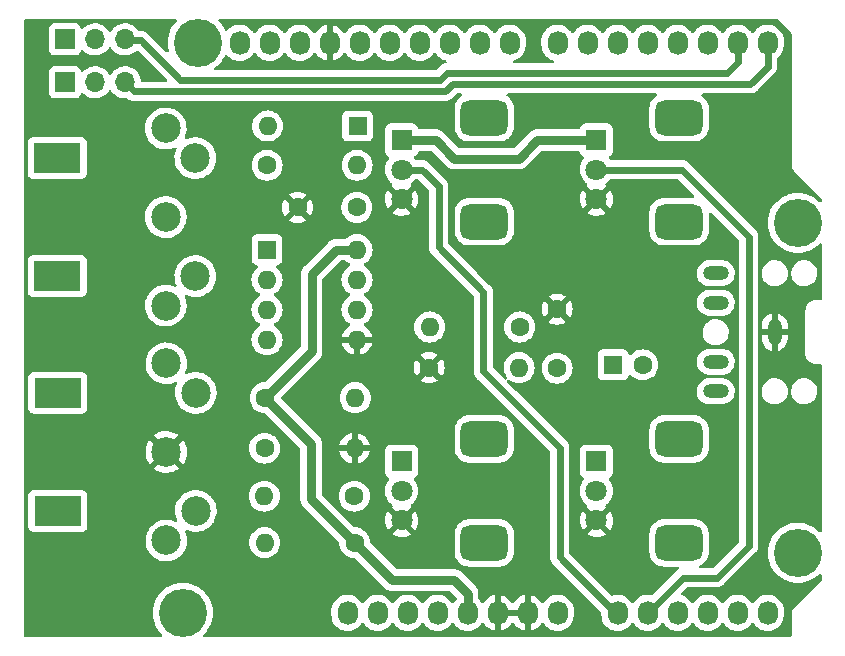
<source format=gbr>
%TF.GenerationSoftware,KiCad,Pcbnew,(6.0.5)*%
%TF.CreationDate,2022-11-11T15:24:03+00:00*%
%TF.ProjectId,ArduinoMozziExperimentShield,41726475-696e-46f4-9d6f-7a7a69457870,rev?*%
%TF.SameCoordinates,Original*%
%TF.FileFunction,Copper,L2,Bot*%
%TF.FilePolarity,Positive*%
%FSLAX46Y46*%
G04 Gerber Fmt 4.6, Leading zero omitted, Abs format (unit mm)*
G04 Created by KiCad (PCBNEW (6.0.5)) date 2022-11-11 15:24:03*
%MOMM*%
%LPD*%
G01*
G04 APERTURE LIST*
G04 Aperture macros list*
%AMRoundRect*
0 Rectangle with rounded corners*
0 $1 Rounding radius*
0 $2 $3 $4 $5 $6 $7 $8 $9 X,Y pos of 4 corners*
0 Add a 4 corners polygon primitive as box body*
4,1,4,$2,$3,$4,$5,$6,$7,$8,$9,$2,$3,0*
0 Add four circle primitives for the rounded corners*
1,1,$1+$1,$2,$3*
1,1,$1+$1,$4,$5*
1,1,$1+$1,$6,$7*
1,1,$1+$1,$8,$9*
0 Add four rect primitives between the rounded corners*
20,1,$1+$1,$2,$3,$4,$5,0*
20,1,$1+$1,$4,$5,$6,$7,0*
20,1,$1+$1,$6,$7,$8,$9,0*
20,1,$1+$1,$8,$9,$2,$3,0*%
G04 Aperture macros list end*
%TA.AperFunction,ComponentPad*%
%ADD10O,1.727200X2.032000*%
%TD*%
%TA.AperFunction,ComponentPad*%
%ADD11C,4.064000*%
%TD*%
%TA.AperFunction,ComponentPad*%
%ADD12R,1.600000X1.600000*%
%TD*%
%TA.AperFunction,ComponentPad*%
%ADD13C,1.600000*%
%TD*%
%TA.AperFunction,ComponentPad*%
%ADD14O,1.600000X1.600000*%
%TD*%
%TA.AperFunction,WasherPad*%
%ADD15R,4.000000X2.500000*%
%TD*%
%TA.AperFunction,ComponentPad*%
%ADD16C,2.499360*%
%TD*%
%TA.AperFunction,ComponentPad*%
%ADD17R,1.800000X1.800000*%
%TD*%
%TA.AperFunction,ComponentPad*%
%ADD18C,1.800000*%
%TD*%
%TA.AperFunction,ComponentPad*%
%ADD19RoundRect,0.750000X-1.250000X-0.750000X1.250000X-0.750000X1.250000X0.750000X-1.250000X0.750000X0*%
%TD*%
%TA.AperFunction,ComponentPad*%
%ADD20R,1.700000X1.700000*%
%TD*%
%TA.AperFunction,ComponentPad*%
%ADD21O,1.700000X1.700000*%
%TD*%
%TA.AperFunction,ComponentPad*%
%ADD22O,2.200000X1.200000*%
%TD*%
%TA.AperFunction,ComponentPad*%
%ADD23O,1.200000X2.200000*%
%TD*%
%TA.AperFunction,Conductor*%
%ADD24C,0.800000*%
%TD*%
%TA.AperFunction,Conductor*%
%ADD25C,0.600000*%
%TD*%
G04 APERTURE END LIST*
D10*
%TO.P,P1,1,Pin_1*%
%TO.N,unconnected-(P1-Pad1)*%
X138938000Y-123825000D03*
%TO.P,P1,2,Pin_2*%
%TO.N,/IOREF*%
X141478000Y-123825000D03*
%TO.P,P1,3,Pin_3*%
%TO.N,/Reset*%
X144018000Y-123825000D03*
%TO.P,P1,4,Pin_4*%
%TO.N,+3V3*%
X146558000Y-123825000D03*
%TO.P,P1,5,Pin_5*%
%TO.N,+5V*%
X149098000Y-123825000D03*
%TO.P,P1,6,Pin_6*%
%TO.N,GND*%
X151638000Y-123825000D03*
%TO.P,P1,7,Pin_7*%
X154178000Y-123825000D03*
%TO.P,P1,8,Pin_8*%
%TO.N,/Vin*%
X156718000Y-123825000D03*
%TD*%
%TO.P,P2,1,Pin_1*%
%TO.N,/A0*%
X161798000Y-123825000D03*
%TO.P,P2,2,Pin_2*%
%TO.N,/A1*%
X164338000Y-123825000D03*
%TO.P,P2,3,Pin_3*%
%TO.N,/A2*%
X166878000Y-123825000D03*
%TO.P,P2,4,Pin_4*%
%TO.N,/A3*%
X169418000Y-123825000D03*
%TO.P,P2,5,Pin_5*%
%TO.N,/A4(SDA)*%
X171958000Y-123825000D03*
%TO.P,P2,6,Pin_6*%
%TO.N,/A5(SCL)*%
X174498000Y-123825000D03*
%TD*%
%TO.P,P3,1,Pin_1*%
%TO.N,unconnected-(P3-Pad1)*%
X129794000Y-75565000D03*
%TO.P,P3,2,Pin_2*%
%TO.N,unconnected-(P3-Pad2)*%
X132334000Y-75565000D03*
%TO.P,P3,3,Pin_3*%
%TO.N,/AREF*%
X134874000Y-75565000D03*
%TO.P,P3,4,Pin_4*%
%TO.N,GND*%
X137414000Y-75565000D03*
%TO.P,P3,5,Pin_5*%
%TO.N,/13(SCK)*%
X139954000Y-75565000D03*
%TO.P,P3,6,Pin_6*%
%TO.N,/12(MISO)*%
X142494000Y-75565000D03*
%TO.P,P3,7,Pin_7*%
%TO.N,/11(\u002A\u002A{slash}MOSI)*%
X145034000Y-75565000D03*
%TO.P,P3,8,Pin_8*%
%TO.N,/10(\u002A\u002A{slash}SS)*%
X147574000Y-75565000D03*
%TO.P,P3,9,Pin_9*%
%TO.N,/9(\u002A\u002A)*%
X150114000Y-75565000D03*
%TO.P,P3,10,Pin_10*%
%TO.N,/8*%
X152654000Y-75565000D03*
%TD*%
%TO.P,P4,1,Pin_1*%
%TO.N,/7*%
X156718000Y-75565000D03*
%TO.P,P4,2,Pin_2*%
%TO.N,/6(\u002A\u002A)*%
X159258000Y-75565000D03*
%TO.P,P4,3,Pin_3*%
%TO.N,/5(\u002A\u002A)*%
X161798000Y-75565000D03*
%TO.P,P4,4,Pin_4*%
%TO.N,/4*%
X164338000Y-75565000D03*
%TO.P,P4,5,Pin_5*%
%TO.N,/3(\u002A\u002A)*%
X166878000Y-75565000D03*
%TO.P,P4,6,Pin_6*%
%TO.N,/2*%
X169418000Y-75565000D03*
%TO.P,P4,7,Pin_7*%
%TO.N,/1(Tx)*%
X171958000Y-75565000D03*
%TO.P,P4,8,Pin_8*%
%TO.N,/0(Rx)*%
X174498000Y-75565000D03*
%TD*%
D11*
%TO.P,P5,1,Pin_1*%
%TO.N,unconnected-(P5-Pad1)*%
X124968000Y-123825000D03*
%TD*%
%TO.P,P6,1,Pin_1*%
%TO.N,unconnected-(P6-Pad1)*%
X177038000Y-118745000D03*
%TD*%
%TO.P,P7,1,Pin_1*%
%TO.N,unconnected-(P7-Pad1)*%
X126238000Y-75565000D03*
%TD*%
%TO.P,P8,1,Pin_1*%
%TO.N,unconnected-(P8-Pad1)*%
X177038000Y-90805000D03*
%TD*%
D12*
%TO.P,C3,1*%
%TO.N,Net-(C2-Pad1)*%
X161410375Y-102825000D03*
D13*
%TO.P,C3,2*%
%TO.N,Net-(C3-Pad2)*%
X163910375Y-102825000D03*
%TD*%
D12*
%TO.P,U1,1,NC*%
%TO.N,unconnected-(U1-Pad1)*%
X132108000Y-93075000D03*
D14*
%TO.P,U1,2,C1*%
%TO.N,Net-(D1-Pad1)*%
X132108000Y-95615000D03*
%TO.P,U1,3,C2*%
%TO.N,Net-(D1-Pad2)*%
X132108000Y-98155000D03*
%TO.P,U1,4,NC*%
%TO.N,unconnected-(U1-Pad4)*%
X132108000Y-100695000D03*
%TO.P,U1,5,GND*%
%TO.N,GND*%
X139728000Y-100695000D03*
%TO.P,U1,6,VO2*%
%TO.N,Net-(J2-Pad2)*%
X139728000Y-98155000D03*
%TO.P,U1,7,VO1*%
%TO.N,Net-(R4-Pad1)*%
X139728000Y-95615000D03*
%TO.P,U1,8,VCC*%
%TO.N,+5V*%
X139728000Y-93075000D03*
%TD*%
D15*
%TO.P,IN1,*%
%TO.N,*%
X114340300Y-95316260D03*
X114340300Y-85313740D03*
D16*
%TO.P,IN1,1*%
%TO.N,unconnected-(IN1-Pad1)*%
X123535200Y-97813080D03*
%TO.P,IN1,2*%
%TO.N,unconnected-(IN1-Pad2)*%
X123537740Y-90315000D03*
%TO.P,IN1,3*%
%TO.N,unconnected-(IN1-Pad3)*%
X123535200Y-82816920D03*
%TO.P,IN1,4*%
%TO.N,Net-(IN1-Pad4)*%
X126037100Y-95311180D03*
%TO.P,IN1,5*%
%TO.N,Net-(D1-Pad2)*%
X126037100Y-85318820D03*
%TD*%
D13*
%TO.P,R5,1*%
%TO.N,+5V*%
X131958000Y-105615000D03*
D14*
%TO.P,R5,2*%
%TO.N,Net-(J2-Pad2)*%
X139578000Y-105615000D03*
%TD*%
D17*
%TO.P,RV3,1,1*%
%TO.N,+5V*%
X143500000Y-111000000D03*
D18*
%TO.P,RV3,2,2*%
%TO.N,/A2*%
X143500000Y-113500000D03*
%TO.P,RV3,3,3*%
%TO.N,GND*%
X143500000Y-116000000D03*
D19*
%TO.P,RV3,MP*%
%TO.N,N/C*%
X150500000Y-117900000D03*
X150500000Y-109100000D03*
%TD*%
D13*
%TO.P,R4,1*%
%TO.N,Net-(R4-Pad1)*%
X131898000Y-109885000D03*
D14*
%TO.P,R4,2*%
%TO.N,GND*%
X139518000Y-109885000D03*
%TD*%
D20*
%TO.P,J2,1,Pin_1*%
%TO.N,unconnected-(J2-Pad1)*%
X115013000Y-78905000D03*
D21*
%TO.P,J2,2,Pin_2*%
%TO.N,Net-(J2-Pad2)*%
X117553000Y-78905000D03*
%TO.P,J2,3,Pin_3*%
%TO.N,/0(Rx)*%
X120093000Y-78905000D03*
%TD*%
D20*
%TO.P,J1,1,Pin_1*%
%TO.N,unconnected-(J1-Pad1)*%
X115013000Y-75275000D03*
D21*
%TO.P,J1,2,Pin_2*%
%TO.N,Net-(J1-Pad2)*%
X117553000Y-75275000D03*
%TO.P,J1,3,Pin_3*%
%TO.N,/1(Tx)*%
X120093000Y-75275000D03*
%TD*%
D13*
%TO.P,R7,1*%
%TO.N,GND*%
X145828000Y-103065000D03*
D14*
%TO.P,R7,2*%
%TO.N,Net-(C2-Pad1)*%
X153448000Y-103065000D03*
%TD*%
D15*
%TO.P,OUT1,*%
%TO.N,*%
X114390300Y-105193740D03*
X114390300Y-115196260D03*
D16*
%TO.P,OUT1,1*%
%TO.N,unconnected-(OUT1-Pad1)*%
X123585200Y-117693080D03*
%TO.P,OUT1,2*%
%TO.N,GND*%
X123587740Y-110195000D03*
%TO.P,OUT1,3*%
%TO.N,unconnected-(OUT1-Pad3)*%
X123585200Y-102696920D03*
%TO.P,OUT1,4*%
%TO.N,Net-(OUT1-Pad4)*%
X126087100Y-115191180D03*
%TO.P,OUT1,5*%
%TO.N,Net-(OUT1-Pad5)*%
X126087100Y-105198820D03*
%TD*%
D13*
%TO.P,R3,1*%
%TO.N,Net-(IN1-Pad4)*%
X132118000Y-85915000D03*
D14*
%TO.P,R3,2*%
%TO.N,Net-(D1-Pad1)*%
X139738000Y-85915000D03*
%TD*%
D17*
%TO.P,RV2,1,1*%
%TO.N,+5V*%
X160000000Y-83800000D03*
D18*
%TO.P,RV2,2,2*%
%TO.N,/A1*%
X160000000Y-86300000D03*
%TO.P,RV2,3,3*%
%TO.N,GND*%
X160000000Y-88800000D03*
D19*
%TO.P,RV2,MP*%
%TO.N,N/C*%
X167000000Y-81900000D03*
X167000000Y-90700000D03*
%TD*%
D12*
%TO.P,D1,1,K*%
%TO.N,Net-(D1-Pad1)*%
X139778000Y-82605000D03*
D14*
%TO.P,D1,2,A*%
%TO.N,Net-(D1-Pad2)*%
X132158000Y-82605000D03*
%TD*%
D13*
%TO.P,R2,1*%
%TO.N,Net-(J1-Pad2)*%
X139498000Y-113945000D03*
D14*
%TO.P,R2,2*%
%TO.N,Net-(OUT1-Pad5)*%
X131878000Y-113945000D03*
%TD*%
D17*
%TO.P,RV4,1,1*%
%TO.N,+5V*%
X160000000Y-111000000D03*
D18*
%TO.P,RV4,2,2*%
%TO.N,/A3*%
X160000000Y-113500000D03*
%TO.P,RV4,3,3*%
%TO.N,GND*%
X160000000Y-116000000D03*
D19*
%TO.P,RV4,MP*%
%TO.N,N/C*%
X167000000Y-109100000D03*
X167000000Y-117900000D03*
%TD*%
D13*
%TO.P,C1,1*%
%TO.N,+5V*%
X139708000Y-89495000D03*
%TO.P,C1,2*%
%TO.N,GND*%
X134708000Y-89495000D03*
%TD*%
%TO.P,R1,1*%
%TO.N,+5V*%
X139518000Y-117875000D03*
D14*
%TO.P,R1,2*%
%TO.N,Net-(OUT1-Pad4)*%
X131898000Y-117875000D03*
%TD*%
D13*
%TO.P,R6,1*%
%TO.N,Net-(C2-Pad1)*%
X153500000Y-99625000D03*
D14*
%TO.P,R6,2*%
%TO.N,/9(\u002A\u002A)*%
X145880000Y-99625000D03*
%TD*%
D17*
%TO.P,RV1,1,1*%
%TO.N,+5V*%
X143500000Y-83800000D03*
D18*
%TO.P,RV1,2,2*%
%TO.N,/A0*%
X143500000Y-86300000D03*
%TO.P,RV1,3,3*%
%TO.N,GND*%
X143500000Y-88800000D03*
D19*
%TO.P,RV1,MP*%
%TO.N,N/C*%
X150500000Y-90700000D03*
X150500000Y-81900000D03*
%TD*%
D13*
%TO.P,C2,1*%
%TO.N,Net-(C2-Pad1)*%
X156668000Y-103105000D03*
%TO.P,C2,2*%
%TO.N,GND*%
X156668000Y-98105000D03*
%TD*%
D22*
%TO.P,J3,R*%
%TO.N,Net-(C3-Pad2)*%
X170098000Y-105065000D03*
%TO.P,J3,RN*%
%TO.N,N/C*%
X170098000Y-102565000D03*
D23*
%TO.P,J3,S*%
%TO.N,GND*%
X175098000Y-100065000D03*
D22*
%TO.P,J3,T*%
%TO.N,Net-(C3-Pad2)*%
X170098000Y-95065000D03*
%TO.P,J3,TN*%
%TO.N,N/C*%
X170098000Y-97565000D03*
%TD*%
D24*
%TO.N,+5V*%
X147958000Y-85365000D02*
X146393000Y-83800000D01*
X135838000Y-109495000D02*
X135838000Y-114195000D01*
X139728000Y-93075000D02*
X137938000Y-93075000D01*
X149098000Y-122195000D02*
X149098000Y-123825000D01*
X146393000Y-83800000D02*
X143500000Y-83800000D01*
X135838000Y-114195000D02*
X139518000Y-117875000D01*
X139518000Y-117875000D02*
X142698000Y-121055000D01*
X131958000Y-105615000D02*
X135838000Y-109495000D01*
X137938000Y-93075000D02*
X135888000Y-95125000D01*
X160000000Y-83800000D02*
X154973000Y-83800000D01*
X135888000Y-101685000D02*
X131958000Y-105615000D01*
X147958000Y-121055000D02*
X149098000Y-122195000D01*
X154973000Y-83800000D02*
X153408000Y-85365000D01*
X153408000Y-85365000D02*
X147958000Y-85365000D01*
X142698000Y-121055000D02*
X147958000Y-121055000D01*
X135888000Y-95125000D02*
X135888000Y-101685000D01*
D25*
%TO.N,/A0*%
X150428000Y-103385000D02*
X150428000Y-96675000D01*
X146633000Y-92880000D02*
X146633000Y-87710000D01*
X146633000Y-87710000D02*
X145223000Y-86300000D01*
X161598000Y-123825000D02*
X156898000Y-119125000D01*
X156898000Y-119125000D02*
X156898000Y-109855000D01*
X156898000Y-109855000D02*
X150428000Y-103385000D01*
X161798000Y-123825000D02*
X161598000Y-123825000D01*
X150428000Y-96675000D02*
X146633000Y-92880000D01*
X145223000Y-86300000D02*
X143500000Y-86300000D01*
%TO.N,/A1*%
X172898000Y-91975000D02*
X172898000Y-118125000D01*
X170178000Y-120845000D02*
X167318000Y-120845000D01*
X167223000Y-86300000D02*
X172898000Y-91975000D01*
X172898000Y-118125000D02*
X170178000Y-120845000D01*
X160000000Y-86300000D02*
X167223000Y-86300000D01*
X167318000Y-120845000D02*
X164338000Y-123825000D01*
%TO.N,/1(Tx)*%
X146756022Y-78680000D02*
X147339511Y-78096511D01*
X121458000Y-75365000D02*
X124773000Y-78680000D01*
X124773000Y-78680000D02*
X146756022Y-78680000D01*
X120133000Y-75365000D02*
X121458000Y-75365000D01*
X147339511Y-78096511D02*
X171026489Y-78096511D01*
X171958000Y-77165000D02*
X171958000Y-75565000D01*
X171026489Y-78096511D02*
X171958000Y-77165000D01*
%TO.N,/0(Rx)*%
X147828000Y-79045000D02*
X147198000Y-79675000D01*
X120823000Y-79675000D02*
X120133000Y-78985000D01*
X173028000Y-79045000D02*
X147828000Y-79045000D01*
X147198000Y-79675000D02*
X120823000Y-79675000D01*
X174498000Y-77575000D02*
X173028000Y-79045000D01*
X174498000Y-75565000D02*
X174498000Y-77575000D01*
%TD*%
%TA.AperFunction,Conductor*%
%TO.N,GND*%
G36*
X124439997Y-73553502D02*
G01*
X124486490Y-73607158D01*
X124496594Y-73677432D01*
X124467100Y-73742012D01*
X124458129Y-73751350D01*
X124382394Y-73822470D01*
X124178629Y-74068779D01*
X124176505Y-74072126D01*
X124176502Y-74072130D01*
X124017587Y-74322540D01*
X124007341Y-74338685D01*
X124005657Y-74342264D01*
X124005653Y-74342271D01*
X123883585Y-74601680D01*
X123871233Y-74627930D01*
X123870007Y-74631702D01*
X123870007Y-74631703D01*
X123868107Y-74637551D01*
X123772449Y-74931954D01*
X123712549Y-75245961D01*
X123692477Y-75565000D01*
X123712549Y-75884039D01*
X123772449Y-76198046D01*
X123773676Y-76201823D01*
X123774658Y-76205647D01*
X123773142Y-76206036D01*
X123774978Y-76270587D01*
X123738308Y-76331381D01*
X123674592Y-76362697D01*
X123604059Y-76354595D01*
X123564027Y-76327635D01*
X122036234Y-74799842D01*
X122035306Y-74798905D01*
X121977157Y-74739525D01*
X121977156Y-74739524D01*
X121972229Y-74734493D01*
X121935779Y-74711002D01*
X121925454Y-74703583D01*
X121891557Y-74676524D01*
X121861362Y-74661927D01*
X121847945Y-74654398D01*
X121819762Y-74636235D01*
X121813145Y-74633827D01*
X121813140Y-74633824D01*
X121779027Y-74621408D01*
X121767284Y-74616447D01*
X121734597Y-74600646D01*
X121734592Y-74600644D01*
X121728251Y-74597579D01*
X121721393Y-74595996D01*
X121721391Y-74595995D01*
X121695574Y-74590035D01*
X121680831Y-74585668D01*
X121649315Y-74574197D01*
X121642325Y-74573314D01*
X121642317Y-74573312D01*
X121606299Y-74568762D01*
X121593747Y-74566526D01*
X121558386Y-74558362D01*
X121558383Y-74558362D01*
X121551515Y-74556776D01*
X121544469Y-74556751D01*
X121544466Y-74556751D01*
X121510944Y-74556634D01*
X121510062Y-74556605D01*
X121509231Y-74556500D01*
X121472581Y-74556500D01*
X121472141Y-74556499D01*
X121373657Y-74556155D01*
X121373652Y-74556155D01*
X121370130Y-74556143D01*
X121368930Y-74556411D01*
X121367293Y-74556500D01*
X121314816Y-74556500D01*
X121246695Y-74536498D01*
X121209024Y-74498940D01*
X121175822Y-74447617D01*
X121175820Y-74447614D01*
X121173014Y-74443277D01*
X121022670Y-74278051D01*
X121018619Y-74274852D01*
X121018615Y-74274848D01*
X120851414Y-74142800D01*
X120851410Y-74142798D01*
X120847359Y-74139598D01*
X120839266Y-74135130D01*
X120768497Y-74096064D01*
X120651789Y-74031638D01*
X120646920Y-74029914D01*
X120646916Y-74029912D01*
X120446087Y-73958795D01*
X120446083Y-73958794D01*
X120441212Y-73957069D01*
X120436119Y-73956162D01*
X120436116Y-73956161D01*
X120226373Y-73918800D01*
X120226367Y-73918799D01*
X120221284Y-73917894D01*
X120147452Y-73916992D01*
X120003081Y-73915228D01*
X120003079Y-73915228D01*
X119997911Y-73915165D01*
X119777091Y-73948955D01*
X119564756Y-74018357D01*
X119534443Y-74034137D01*
X119441516Y-74082512D01*
X119366607Y-74121507D01*
X119362474Y-74124610D01*
X119362471Y-74124612D01*
X119201558Y-74245429D01*
X119187965Y-74255635D01*
X119184393Y-74259373D01*
X119076729Y-74372037D01*
X119033629Y-74417138D01*
X118926201Y-74574621D01*
X118871293Y-74619621D01*
X118800768Y-74627792D01*
X118737021Y-74596538D01*
X118716324Y-74572054D01*
X118635822Y-74447617D01*
X118635820Y-74447614D01*
X118633014Y-74443277D01*
X118482670Y-74278051D01*
X118478619Y-74274852D01*
X118478615Y-74274848D01*
X118311414Y-74142800D01*
X118311410Y-74142798D01*
X118307359Y-74139598D01*
X118299266Y-74135130D01*
X118228497Y-74096064D01*
X118111789Y-74031638D01*
X118106920Y-74029914D01*
X118106916Y-74029912D01*
X117906087Y-73958795D01*
X117906083Y-73958794D01*
X117901212Y-73957069D01*
X117896119Y-73956162D01*
X117896116Y-73956161D01*
X117686373Y-73918800D01*
X117686367Y-73918799D01*
X117681284Y-73917894D01*
X117607452Y-73916992D01*
X117463081Y-73915228D01*
X117463079Y-73915228D01*
X117457911Y-73915165D01*
X117237091Y-73948955D01*
X117024756Y-74018357D01*
X116994443Y-74034137D01*
X116901516Y-74082512D01*
X116826607Y-74121507D01*
X116822474Y-74124610D01*
X116822471Y-74124612D01*
X116661558Y-74245429D01*
X116647965Y-74255635D01*
X116591537Y-74314684D01*
X116567283Y-74340064D01*
X116505759Y-74375494D01*
X116434846Y-74372037D01*
X116377060Y-74330791D01*
X116358207Y-74297243D01*
X116316767Y-74186703D01*
X116313615Y-74178295D01*
X116226261Y-74061739D01*
X116109705Y-73974385D01*
X115973316Y-73923255D01*
X115911134Y-73916500D01*
X114114866Y-73916500D01*
X114052684Y-73923255D01*
X113916295Y-73974385D01*
X113799739Y-74061739D01*
X113712385Y-74178295D01*
X113661255Y-74314684D01*
X113654500Y-74376866D01*
X113654500Y-76173134D01*
X113661255Y-76235316D01*
X113712385Y-76371705D01*
X113799739Y-76488261D01*
X113916295Y-76575615D01*
X114052684Y-76626745D01*
X114114866Y-76633500D01*
X115911134Y-76633500D01*
X115973316Y-76626745D01*
X116109705Y-76575615D01*
X116226261Y-76488261D01*
X116313615Y-76371705D01*
X116340626Y-76299654D01*
X116357598Y-76254382D01*
X116400240Y-76197618D01*
X116466802Y-76172918D01*
X116536150Y-76188126D01*
X116570817Y-76216114D01*
X116599250Y-76248938D01*
X116771126Y-76391632D01*
X116964000Y-76504338D01*
X117172692Y-76584030D01*
X117177760Y-76585061D01*
X117177763Y-76585062D01*
X117280717Y-76606008D01*
X117391597Y-76628567D01*
X117396772Y-76628757D01*
X117396774Y-76628757D01*
X117609673Y-76636564D01*
X117609677Y-76636564D01*
X117614837Y-76636753D01*
X117619957Y-76636097D01*
X117619959Y-76636097D01*
X117831288Y-76609025D01*
X117831289Y-76609025D01*
X117836416Y-76608368D01*
X117841366Y-76606883D01*
X118045429Y-76545661D01*
X118045434Y-76545659D01*
X118050384Y-76544174D01*
X118250994Y-76445896D01*
X118432860Y-76316173D01*
X118490326Y-76258908D01*
X118533268Y-76216115D01*
X118591096Y-76158489D01*
X118721453Y-75977077D01*
X118722776Y-75978028D01*
X118769645Y-75934857D01*
X118839580Y-75922625D01*
X118905026Y-75950144D01*
X118932875Y-75981994D01*
X118992987Y-76080088D01*
X119139250Y-76248938D01*
X119311126Y-76391632D01*
X119504000Y-76504338D01*
X119712692Y-76584030D01*
X119717760Y-76585061D01*
X119717763Y-76585062D01*
X119820717Y-76606008D01*
X119931597Y-76628567D01*
X119936772Y-76628757D01*
X119936774Y-76628757D01*
X120149673Y-76636564D01*
X120149677Y-76636564D01*
X120154837Y-76636753D01*
X120159957Y-76636097D01*
X120159959Y-76636097D01*
X120371288Y-76609025D01*
X120371289Y-76609025D01*
X120376416Y-76608368D01*
X120381366Y-76606883D01*
X120585429Y-76545661D01*
X120585434Y-76545659D01*
X120590384Y-76544174D01*
X120790994Y-76445896D01*
X120972860Y-76316173D01*
X120976517Y-76312529D01*
X120976523Y-76312524D01*
X121030481Y-76258753D01*
X121092852Y-76224836D01*
X121163659Y-76230024D01*
X121208516Y-76258908D01*
X123601013Y-78651405D01*
X123635039Y-78713717D01*
X123629974Y-78784532D01*
X123587427Y-78841368D01*
X123520907Y-78866179D01*
X123511918Y-78866500D01*
X121569057Y-78866500D01*
X121500936Y-78846498D01*
X121454443Y-78792842D01*
X121443481Y-78750825D01*
X121438276Y-78687521D01*
X121437852Y-78682361D01*
X121383431Y-78465702D01*
X121294354Y-78260840D01*
X121173014Y-78073277D01*
X121022670Y-77908051D01*
X121018619Y-77904852D01*
X121018615Y-77904848D01*
X120851414Y-77772800D01*
X120851410Y-77772798D01*
X120847359Y-77769598D01*
X120651789Y-77661638D01*
X120646920Y-77659914D01*
X120646916Y-77659912D01*
X120446087Y-77588795D01*
X120446083Y-77588794D01*
X120441212Y-77587069D01*
X120436119Y-77586162D01*
X120436116Y-77586161D01*
X120226373Y-77548800D01*
X120226367Y-77548799D01*
X120221284Y-77547894D01*
X120147452Y-77546992D01*
X120003081Y-77545228D01*
X120003079Y-77545228D01*
X119997911Y-77545165D01*
X119777091Y-77578955D01*
X119564756Y-77648357D01*
X119536650Y-77662988D01*
X119383466Y-77742731D01*
X119366607Y-77751507D01*
X119362474Y-77754610D01*
X119362471Y-77754612D01*
X119206791Y-77871500D01*
X119187965Y-77885635D01*
X119184393Y-77889373D01*
X119038118Y-78042441D01*
X119033629Y-78047138D01*
X118926201Y-78204621D01*
X118871293Y-78249621D01*
X118800768Y-78257792D01*
X118737021Y-78226538D01*
X118716324Y-78202054D01*
X118635822Y-78077617D01*
X118635820Y-78077614D01*
X118633014Y-78073277D01*
X118482670Y-77908051D01*
X118478619Y-77904852D01*
X118478615Y-77904848D01*
X118311414Y-77772800D01*
X118311410Y-77772798D01*
X118307359Y-77769598D01*
X118111789Y-77661638D01*
X118106920Y-77659914D01*
X118106916Y-77659912D01*
X117906087Y-77588795D01*
X117906083Y-77588794D01*
X117901212Y-77587069D01*
X117896119Y-77586162D01*
X117896116Y-77586161D01*
X117686373Y-77548800D01*
X117686367Y-77548799D01*
X117681284Y-77547894D01*
X117607452Y-77546992D01*
X117463081Y-77545228D01*
X117463079Y-77545228D01*
X117457911Y-77545165D01*
X117237091Y-77578955D01*
X117024756Y-77648357D01*
X116996650Y-77662988D01*
X116843466Y-77742731D01*
X116826607Y-77751507D01*
X116822474Y-77754610D01*
X116822471Y-77754612D01*
X116666791Y-77871500D01*
X116647965Y-77885635D01*
X116591537Y-77944684D01*
X116567283Y-77970064D01*
X116505759Y-78005494D01*
X116434846Y-78002037D01*
X116377060Y-77960791D01*
X116358207Y-77927243D01*
X116316767Y-77816703D01*
X116313615Y-77808295D01*
X116226261Y-77691739D01*
X116109705Y-77604385D01*
X115973316Y-77553255D01*
X115911134Y-77546500D01*
X114114866Y-77546500D01*
X114052684Y-77553255D01*
X113916295Y-77604385D01*
X113799739Y-77691739D01*
X113712385Y-77808295D01*
X113661255Y-77944684D01*
X113654500Y-78006866D01*
X113654500Y-79803134D01*
X113661255Y-79865316D01*
X113712385Y-80001705D01*
X113799739Y-80118261D01*
X113916295Y-80205615D01*
X114052684Y-80256745D01*
X114114866Y-80263500D01*
X115911134Y-80263500D01*
X115973316Y-80256745D01*
X116109705Y-80205615D01*
X116226261Y-80118261D01*
X116313615Y-80001705D01*
X116335799Y-79942529D01*
X116357598Y-79884382D01*
X116400240Y-79827618D01*
X116466802Y-79802918D01*
X116536150Y-79818126D01*
X116570817Y-79846114D01*
X116599250Y-79878938D01*
X116771126Y-80021632D01*
X116964000Y-80134338D01*
X117172692Y-80214030D01*
X117177760Y-80215061D01*
X117177763Y-80215062D01*
X117285017Y-80236883D01*
X117391597Y-80258567D01*
X117396772Y-80258757D01*
X117396774Y-80258757D01*
X117609673Y-80266564D01*
X117609677Y-80266564D01*
X117614837Y-80266753D01*
X117619957Y-80266097D01*
X117619959Y-80266097D01*
X117831288Y-80239025D01*
X117831289Y-80239025D01*
X117836416Y-80238368D01*
X117841366Y-80236883D01*
X118045429Y-80175661D01*
X118045434Y-80175659D01*
X118050384Y-80174174D01*
X118250994Y-80075896D01*
X118432860Y-79946173D01*
X118591096Y-79788489D01*
X118721453Y-79607077D01*
X118722776Y-79608028D01*
X118769645Y-79564857D01*
X118839580Y-79552625D01*
X118905026Y-79580144D01*
X118932875Y-79611994D01*
X118992987Y-79710088D01*
X119139250Y-79878938D01*
X119311126Y-80021632D01*
X119504000Y-80134338D01*
X119712692Y-80214030D01*
X119717760Y-80215061D01*
X119717763Y-80215062D01*
X119825017Y-80236883D01*
X119931597Y-80258567D01*
X119936772Y-80258757D01*
X119936774Y-80258757D01*
X120149674Y-80266564D01*
X120149678Y-80266564D01*
X120154837Y-80266753D01*
X120195716Y-80261516D01*
X120265825Y-80272700D01*
X120301752Y-80298340D01*
X120303841Y-80300473D01*
X120308771Y-80305507D01*
X120345221Y-80328998D01*
X120355546Y-80336417D01*
X120389443Y-80363476D01*
X120395782Y-80366540D01*
X120395786Y-80366543D01*
X120419638Y-80378074D01*
X120433051Y-80385601D01*
X120455313Y-80399947D01*
X120455316Y-80399948D01*
X120461238Y-80403765D01*
X120467857Y-80406174D01*
X120467861Y-80406176D01*
X120501973Y-80418592D01*
X120513717Y-80423553D01*
X120546399Y-80439352D01*
X120546401Y-80439353D01*
X120552748Y-80442421D01*
X120568765Y-80446119D01*
X120585427Y-80449966D01*
X120600168Y-80454332D01*
X120631685Y-80465803D01*
X120638671Y-80466685D01*
X120638677Y-80466687D01*
X120674701Y-80471238D01*
X120687253Y-80473474D01*
X120722614Y-80481638D01*
X120722617Y-80481638D01*
X120729485Y-80483224D01*
X120736531Y-80483249D01*
X120736534Y-80483249D01*
X120770056Y-80483366D01*
X120770938Y-80483395D01*
X120771769Y-80483500D01*
X120808419Y-80483500D01*
X120808859Y-80483501D01*
X120907343Y-80483845D01*
X120907348Y-80483845D01*
X120910870Y-80483857D01*
X120912070Y-80483589D01*
X120913707Y-80483500D01*
X147188786Y-80483500D01*
X147190106Y-80483507D01*
X147280221Y-80484451D01*
X147322597Y-80475289D01*
X147335163Y-80473231D01*
X147378255Y-80468397D01*
X147384906Y-80466081D01*
X147384910Y-80466080D01*
X147409930Y-80457367D01*
X147424742Y-80453204D01*
X147450619Y-80447609D01*
X147457510Y-80446119D01*
X147496813Y-80427792D01*
X147508589Y-80423010D01*
X147549552Y-80408745D01*
X147555527Y-80405011D01*
X147555530Y-80405010D01*
X147577995Y-80390973D01*
X147591512Y-80383634D01*
X147615514Y-80372441D01*
X147615515Y-80372440D01*
X147621902Y-80369462D01*
X147635279Y-80359086D01*
X147656153Y-80342894D01*
X147666612Y-80335598D01*
X147697404Y-80316358D01*
X147697407Y-80316356D01*
X147703376Y-80312626D01*
X147710545Y-80305507D01*
X147732179Y-80284024D01*
X147732804Y-80283439D01*
X147733470Y-80282922D01*
X147759455Y-80256937D01*
X147762865Y-80253551D01*
X147829581Y-80187299D01*
X147829584Y-80187295D01*
X147832082Y-80184815D01*
X147832740Y-80183778D01*
X147833843Y-80182548D01*
X148125986Y-79890405D01*
X148188298Y-79856379D01*
X148215081Y-79853500D01*
X148508071Y-79853500D01*
X148576192Y-79873502D01*
X148622685Y-79927158D01*
X148632789Y-79997432D01*
X148603295Y-80062012D01*
X148579983Y-80082964D01*
X148439473Y-80180620D01*
X148280620Y-80339473D01*
X148152409Y-80523945D01*
X148058890Y-80728206D01*
X148003022Y-80945800D01*
X147991500Y-81087458D01*
X147991500Y-82712542D01*
X148003022Y-82854200D01*
X148004356Y-82859395D01*
X148004356Y-82859396D01*
X148048384Y-83030875D01*
X148058890Y-83071794D01*
X148152409Y-83276055D01*
X148280620Y-83460527D01*
X148439473Y-83619380D01*
X148511332Y-83669323D01*
X148612111Y-83739366D01*
X148623945Y-83747591D01*
X148828206Y-83841110D01*
X148833638Y-83842505D01*
X148833639Y-83842505D01*
X148863723Y-83850229D01*
X149045800Y-83896978D01*
X149099705Y-83901362D01*
X149184908Y-83908293D01*
X149184918Y-83908293D01*
X149187458Y-83908500D01*
X151812542Y-83908500D01*
X151815082Y-83908293D01*
X151815092Y-83908293D01*
X151900295Y-83901362D01*
X151954200Y-83896978D01*
X152136278Y-83850229D01*
X152166361Y-83842505D01*
X152166362Y-83842505D01*
X152171794Y-83841110D01*
X152376055Y-83747591D01*
X152387890Y-83739366D01*
X152488668Y-83669323D01*
X152560527Y-83619380D01*
X152719380Y-83460527D01*
X152847591Y-83276055D01*
X152941110Y-83071794D01*
X152951616Y-83030875D01*
X152995644Y-82859396D01*
X152995644Y-82859395D01*
X152996978Y-82854200D01*
X153008500Y-82712542D01*
X153008500Y-81087458D01*
X152996978Y-80945800D01*
X152941110Y-80728206D01*
X152847591Y-80523945D01*
X152719380Y-80339473D01*
X152560527Y-80180620D01*
X152420018Y-80082964D01*
X152375497Y-80027663D01*
X152367942Y-79957070D01*
X152399751Y-79893598D01*
X152460826Y-79857399D01*
X152491929Y-79853500D01*
X165008071Y-79853500D01*
X165076192Y-79873502D01*
X165122685Y-79927158D01*
X165132789Y-79997432D01*
X165103295Y-80062012D01*
X165079983Y-80082964D01*
X164939473Y-80180620D01*
X164780620Y-80339473D01*
X164652409Y-80523945D01*
X164558890Y-80728206D01*
X164503022Y-80945800D01*
X164491500Y-81087458D01*
X164491500Y-82712542D01*
X164503022Y-82854200D01*
X164504356Y-82859395D01*
X164504356Y-82859396D01*
X164548384Y-83030875D01*
X164558890Y-83071794D01*
X164652409Y-83276055D01*
X164780620Y-83460527D01*
X164939473Y-83619380D01*
X165011332Y-83669323D01*
X165112111Y-83739366D01*
X165123945Y-83747591D01*
X165328206Y-83841110D01*
X165333638Y-83842505D01*
X165333639Y-83842505D01*
X165363723Y-83850229D01*
X165545800Y-83896978D01*
X165599705Y-83901362D01*
X165684908Y-83908293D01*
X165684918Y-83908293D01*
X165687458Y-83908500D01*
X168312542Y-83908500D01*
X168315082Y-83908293D01*
X168315092Y-83908293D01*
X168400295Y-83901362D01*
X168454200Y-83896978D01*
X168636278Y-83850229D01*
X168666361Y-83842505D01*
X168666362Y-83842505D01*
X168671794Y-83841110D01*
X168876055Y-83747591D01*
X168887890Y-83739366D01*
X168988668Y-83669323D01*
X169060527Y-83619380D01*
X169219380Y-83460527D01*
X169347591Y-83276055D01*
X169441110Y-83071794D01*
X169451616Y-83030875D01*
X169495644Y-82859396D01*
X169495644Y-82859395D01*
X169496978Y-82854200D01*
X169508500Y-82712542D01*
X169508500Y-81087458D01*
X169496978Y-80945800D01*
X169441110Y-80728206D01*
X169347591Y-80523945D01*
X169219380Y-80339473D01*
X169060527Y-80180620D01*
X168920018Y-80082964D01*
X168875497Y-80027663D01*
X168867942Y-79957070D01*
X168899751Y-79893598D01*
X168960826Y-79857399D01*
X168991929Y-79853500D01*
X173018786Y-79853500D01*
X173020106Y-79853507D01*
X173110221Y-79854451D01*
X173152597Y-79845289D01*
X173165163Y-79843231D01*
X173208255Y-79838397D01*
X173214906Y-79836081D01*
X173214910Y-79836080D01*
X173239930Y-79827367D01*
X173254742Y-79823204D01*
X173280619Y-79817609D01*
X173287510Y-79816119D01*
X173326813Y-79797792D01*
X173338589Y-79793010D01*
X173379552Y-79778745D01*
X173385527Y-79775011D01*
X173385530Y-79775010D01*
X173407995Y-79760973D01*
X173421512Y-79753634D01*
X173445514Y-79742441D01*
X173445515Y-79742440D01*
X173451902Y-79739462D01*
X173486153Y-79712894D01*
X173496612Y-79705598D01*
X173527404Y-79686358D01*
X173527407Y-79686356D01*
X173533376Y-79682626D01*
X173562179Y-79654024D01*
X173562804Y-79653439D01*
X173563470Y-79652922D01*
X173589460Y-79626932D01*
X173662082Y-79554815D01*
X173662740Y-79553778D01*
X173663843Y-79552549D01*
X175063158Y-78153234D01*
X175064095Y-78152306D01*
X175123475Y-78094157D01*
X175123476Y-78094156D01*
X175128507Y-78089229D01*
X175151998Y-78052779D01*
X175159417Y-78042454D01*
X175186476Y-78008557D01*
X175201073Y-77978362D01*
X175208602Y-77964945D01*
X175211279Y-77960791D01*
X175226765Y-77936762D01*
X175229173Y-77930145D01*
X175229176Y-77930140D01*
X175241592Y-77896027D01*
X175246553Y-77884284D01*
X175262353Y-77851600D01*
X175262356Y-77851591D01*
X175265421Y-77845251D01*
X175272966Y-77812572D01*
X175277334Y-77797825D01*
X175288803Y-77766315D01*
X175289685Y-77759330D01*
X175289687Y-77759323D01*
X175294237Y-77723308D01*
X175296472Y-77710757D01*
X175302105Y-77686358D01*
X175306225Y-77668515D01*
X175306296Y-77648357D01*
X175306367Y-77627928D01*
X175306396Y-77627058D01*
X175306500Y-77626231D01*
X175306500Y-77589590D01*
X175306742Y-77520139D01*
X175306845Y-77490657D01*
X175306845Y-77490652D01*
X175306857Y-77487130D01*
X175306589Y-77485930D01*
X175306500Y-77484292D01*
X175306500Y-76890020D01*
X175326502Y-76821899D01*
X175349920Y-76794854D01*
X175353999Y-76791315D01*
X175485230Y-76677439D01*
X175488613Y-76673313D01*
X175488617Y-76673309D01*
X175625652Y-76506181D01*
X175632872Y-76497376D01*
X175663696Y-76443227D01*
X175745422Y-76299654D01*
X175748065Y-76295011D01*
X175761227Y-76258753D01*
X175825695Y-76081146D01*
X175825696Y-76081142D01*
X175827515Y-76076131D01*
X175868950Y-75846993D01*
X175870100Y-75822606D01*
X175870100Y-75354132D01*
X175855374Y-75180580D01*
X175854035Y-75175420D01*
X175798217Y-74960363D01*
X175798216Y-74960359D01*
X175796875Y-74955194D01*
X175788164Y-74935855D01*
X175703433Y-74747760D01*
X175701238Y-74742887D01*
X175677451Y-74707554D01*
X175641664Y-74654398D01*
X175571196Y-74549728D01*
X175546598Y-74523942D01*
X175414152Y-74385104D01*
X175410468Y-74381242D01*
X175223650Y-74242246D01*
X175096574Y-74177637D01*
X175020842Y-74139133D01*
X175020841Y-74139133D01*
X175016084Y-74136714D01*
X174877299Y-74093620D01*
X174798807Y-74069247D01*
X174798801Y-74069246D01*
X174793704Y-74067663D01*
X174669340Y-74051180D01*
X174568152Y-74037768D01*
X174568148Y-74037768D01*
X174562868Y-74037068D01*
X174557538Y-74037268D01*
X174557537Y-74037268D01*
X174446523Y-74041436D01*
X174330178Y-74045803D01*
X174279874Y-74056358D01*
X174107514Y-74092523D01*
X174107511Y-74092524D01*
X174102287Y-74093620D01*
X173885710Y-74179150D01*
X173686641Y-74299949D01*
X173682611Y-74303446D01*
X173546677Y-74421403D01*
X173510770Y-74452561D01*
X173507387Y-74456687D01*
X173507383Y-74456691D01*
X173425437Y-74556632D01*
X173363128Y-74632624D01*
X173360490Y-74637259D01*
X173360487Y-74637263D01*
X173337155Y-74678252D01*
X173286073Y-74727558D01*
X173216442Y-74741420D01*
X173150371Y-74715437D01*
X173123133Y-74686287D01*
X173047669Y-74574197D01*
X173031196Y-74549728D01*
X173006598Y-74523942D01*
X172874152Y-74385104D01*
X172870468Y-74381242D01*
X172683650Y-74242246D01*
X172556574Y-74177637D01*
X172480842Y-74139133D01*
X172480841Y-74139133D01*
X172476084Y-74136714D01*
X172337299Y-74093620D01*
X172258807Y-74069247D01*
X172258801Y-74069246D01*
X172253704Y-74067663D01*
X172129340Y-74051180D01*
X172028152Y-74037768D01*
X172028148Y-74037768D01*
X172022868Y-74037068D01*
X172017538Y-74037268D01*
X172017537Y-74037268D01*
X171906523Y-74041436D01*
X171790178Y-74045803D01*
X171739874Y-74056358D01*
X171567514Y-74092523D01*
X171567511Y-74092524D01*
X171562287Y-74093620D01*
X171345710Y-74179150D01*
X171146641Y-74299949D01*
X171142611Y-74303446D01*
X171006677Y-74421403D01*
X170970770Y-74452561D01*
X170967387Y-74456687D01*
X170967383Y-74456691D01*
X170885437Y-74556632D01*
X170823128Y-74632624D01*
X170820490Y-74637259D01*
X170820487Y-74637263D01*
X170797155Y-74678252D01*
X170746073Y-74727558D01*
X170676442Y-74741420D01*
X170610371Y-74715437D01*
X170583133Y-74686287D01*
X170507669Y-74574197D01*
X170491196Y-74549728D01*
X170466598Y-74523942D01*
X170334152Y-74385104D01*
X170330468Y-74381242D01*
X170143650Y-74242246D01*
X170016574Y-74177637D01*
X169940842Y-74139133D01*
X169940841Y-74139133D01*
X169936084Y-74136714D01*
X169797299Y-74093620D01*
X169718807Y-74069247D01*
X169718801Y-74069246D01*
X169713704Y-74067663D01*
X169589340Y-74051180D01*
X169488152Y-74037768D01*
X169488148Y-74037768D01*
X169482868Y-74037068D01*
X169477538Y-74037268D01*
X169477537Y-74037268D01*
X169366523Y-74041436D01*
X169250178Y-74045803D01*
X169199874Y-74056358D01*
X169027514Y-74092523D01*
X169027511Y-74092524D01*
X169022287Y-74093620D01*
X168805710Y-74179150D01*
X168606641Y-74299949D01*
X168602611Y-74303446D01*
X168466677Y-74421403D01*
X168430770Y-74452561D01*
X168427387Y-74456687D01*
X168427383Y-74456691D01*
X168345437Y-74556632D01*
X168283128Y-74632624D01*
X168280490Y-74637259D01*
X168280487Y-74637263D01*
X168257155Y-74678252D01*
X168206073Y-74727558D01*
X168136442Y-74741420D01*
X168070371Y-74715437D01*
X168043133Y-74686287D01*
X167967669Y-74574197D01*
X167951196Y-74549728D01*
X167926598Y-74523942D01*
X167794152Y-74385104D01*
X167790468Y-74381242D01*
X167603650Y-74242246D01*
X167476574Y-74177637D01*
X167400842Y-74139133D01*
X167400841Y-74139133D01*
X167396084Y-74136714D01*
X167257299Y-74093620D01*
X167178807Y-74069247D01*
X167178801Y-74069246D01*
X167173704Y-74067663D01*
X167049340Y-74051180D01*
X166948152Y-74037768D01*
X166948148Y-74037768D01*
X166942868Y-74037068D01*
X166937538Y-74037268D01*
X166937537Y-74037268D01*
X166826523Y-74041436D01*
X166710178Y-74045803D01*
X166659874Y-74056358D01*
X166487514Y-74092523D01*
X166487511Y-74092524D01*
X166482287Y-74093620D01*
X166265710Y-74179150D01*
X166066641Y-74299949D01*
X166062611Y-74303446D01*
X165926677Y-74421403D01*
X165890770Y-74452561D01*
X165887387Y-74456687D01*
X165887383Y-74456691D01*
X165805437Y-74556632D01*
X165743128Y-74632624D01*
X165740490Y-74637259D01*
X165740487Y-74637263D01*
X165717155Y-74678252D01*
X165666073Y-74727558D01*
X165596442Y-74741420D01*
X165530371Y-74715437D01*
X165503133Y-74686287D01*
X165427669Y-74574197D01*
X165411196Y-74549728D01*
X165386598Y-74523942D01*
X165254152Y-74385104D01*
X165250468Y-74381242D01*
X165063650Y-74242246D01*
X164936574Y-74177637D01*
X164860842Y-74139133D01*
X164860841Y-74139133D01*
X164856084Y-74136714D01*
X164717299Y-74093620D01*
X164638807Y-74069247D01*
X164638801Y-74069246D01*
X164633704Y-74067663D01*
X164509340Y-74051180D01*
X164408152Y-74037768D01*
X164408148Y-74037768D01*
X164402868Y-74037068D01*
X164397538Y-74037268D01*
X164397537Y-74037268D01*
X164286523Y-74041436D01*
X164170178Y-74045803D01*
X164119874Y-74056358D01*
X163947514Y-74092523D01*
X163947511Y-74092524D01*
X163942287Y-74093620D01*
X163725710Y-74179150D01*
X163526641Y-74299949D01*
X163522611Y-74303446D01*
X163386677Y-74421403D01*
X163350770Y-74452561D01*
X163347387Y-74456687D01*
X163347383Y-74456691D01*
X163265437Y-74556632D01*
X163203128Y-74632624D01*
X163200490Y-74637259D01*
X163200487Y-74637263D01*
X163177155Y-74678252D01*
X163126073Y-74727558D01*
X163056442Y-74741420D01*
X162990371Y-74715437D01*
X162963133Y-74686287D01*
X162887669Y-74574197D01*
X162871196Y-74549728D01*
X162846598Y-74523942D01*
X162714152Y-74385104D01*
X162710468Y-74381242D01*
X162523650Y-74242246D01*
X162396574Y-74177637D01*
X162320842Y-74139133D01*
X162320841Y-74139133D01*
X162316084Y-74136714D01*
X162177299Y-74093620D01*
X162098807Y-74069247D01*
X162098801Y-74069246D01*
X162093704Y-74067663D01*
X161969340Y-74051180D01*
X161868152Y-74037768D01*
X161868148Y-74037768D01*
X161862868Y-74037068D01*
X161857538Y-74037268D01*
X161857537Y-74037268D01*
X161746523Y-74041436D01*
X161630178Y-74045803D01*
X161579874Y-74056358D01*
X161407514Y-74092523D01*
X161407511Y-74092524D01*
X161402287Y-74093620D01*
X161185710Y-74179150D01*
X160986641Y-74299949D01*
X160982611Y-74303446D01*
X160846677Y-74421403D01*
X160810770Y-74452561D01*
X160807387Y-74456687D01*
X160807383Y-74456691D01*
X160725437Y-74556632D01*
X160663128Y-74632624D01*
X160660490Y-74637259D01*
X160660487Y-74637263D01*
X160637155Y-74678252D01*
X160586073Y-74727558D01*
X160516442Y-74741420D01*
X160450371Y-74715437D01*
X160423133Y-74686287D01*
X160347669Y-74574197D01*
X160331196Y-74549728D01*
X160306598Y-74523942D01*
X160174152Y-74385104D01*
X160170468Y-74381242D01*
X159983650Y-74242246D01*
X159856574Y-74177637D01*
X159780842Y-74139133D01*
X159780841Y-74139133D01*
X159776084Y-74136714D01*
X159637299Y-74093620D01*
X159558807Y-74069247D01*
X159558801Y-74069246D01*
X159553704Y-74067663D01*
X159429340Y-74051180D01*
X159328152Y-74037768D01*
X159328148Y-74037768D01*
X159322868Y-74037068D01*
X159317538Y-74037268D01*
X159317537Y-74037268D01*
X159206523Y-74041436D01*
X159090178Y-74045803D01*
X159039874Y-74056358D01*
X158867514Y-74092523D01*
X158867511Y-74092524D01*
X158862287Y-74093620D01*
X158645710Y-74179150D01*
X158446641Y-74299949D01*
X158442611Y-74303446D01*
X158306677Y-74421403D01*
X158270770Y-74452561D01*
X158267387Y-74456687D01*
X158267383Y-74456691D01*
X158185437Y-74556632D01*
X158123128Y-74632624D01*
X158120490Y-74637259D01*
X158120487Y-74637263D01*
X158097155Y-74678252D01*
X158046073Y-74727558D01*
X157976442Y-74741420D01*
X157910371Y-74715437D01*
X157883133Y-74686287D01*
X157807669Y-74574197D01*
X157791196Y-74549728D01*
X157766598Y-74523942D01*
X157634152Y-74385104D01*
X157630468Y-74381242D01*
X157443650Y-74242246D01*
X157316574Y-74177637D01*
X157240842Y-74139133D01*
X157240841Y-74139133D01*
X157236084Y-74136714D01*
X157097299Y-74093620D01*
X157018807Y-74069247D01*
X157018801Y-74069246D01*
X157013704Y-74067663D01*
X156889340Y-74051180D01*
X156788152Y-74037768D01*
X156788148Y-74037768D01*
X156782868Y-74037068D01*
X156777538Y-74037268D01*
X156777537Y-74037268D01*
X156666523Y-74041436D01*
X156550178Y-74045803D01*
X156499874Y-74056358D01*
X156327514Y-74092523D01*
X156327511Y-74092524D01*
X156322287Y-74093620D01*
X156105710Y-74179150D01*
X155906641Y-74299949D01*
X155902611Y-74303446D01*
X155766677Y-74421403D01*
X155730770Y-74452561D01*
X155727387Y-74456687D01*
X155727383Y-74456691D01*
X155645437Y-74556632D01*
X155583128Y-74632624D01*
X155580490Y-74637259D01*
X155580487Y-74637263D01*
X155495590Y-74786406D01*
X155467935Y-74834989D01*
X155466114Y-74840005D01*
X155466112Y-74840010D01*
X155424302Y-74955194D01*
X155388485Y-75053869D01*
X155347050Y-75283007D01*
X155345900Y-75307394D01*
X155345900Y-75775868D01*
X155346125Y-75778517D01*
X155355552Y-75889616D01*
X155360626Y-75949420D01*
X155361964Y-75954577D01*
X155361965Y-75954580D01*
X155415837Y-76162137D01*
X155419125Y-76174806D01*
X155421317Y-76179672D01*
X155421318Y-76179675D01*
X155450759Y-76245031D01*
X155514762Y-76387113D01*
X155517746Y-76391546D01*
X155517747Y-76391547D01*
X155524755Y-76401956D01*
X155644804Y-76580272D01*
X155648483Y-76584129D01*
X155648485Y-76584131D01*
X155733223Y-76672959D01*
X155805532Y-76748758D01*
X155992350Y-76887754D01*
X155997102Y-76890170D01*
X156194244Y-76990402D01*
X156199916Y-76993286D01*
X156355770Y-77041680D01*
X156414892Y-77080981D01*
X156443383Y-77146011D01*
X156432193Y-77216120D01*
X156384876Y-77269050D01*
X156318403Y-77288011D01*
X153064549Y-77288011D01*
X152996428Y-77268009D01*
X152949935Y-77214353D01*
X152939831Y-77144079D01*
X152969325Y-77079499D01*
X153029051Y-77041115D01*
X153038675Y-77038696D01*
X153044486Y-77037477D01*
X153044489Y-77037476D01*
X153049713Y-77036380D01*
X153266290Y-76950850D01*
X153465359Y-76830051D01*
X153505920Y-76794854D01*
X153637197Y-76680939D01*
X153637199Y-76680937D01*
X153641230Y-76677439D01*
X153644613Y-76673313D01*
X153644617Y-76673309D01*
X153781652Y-76506181D01*
X153788872Y-76497376D01*
X153819696Y-76443227D01*
X153901422Y-76299654D01*
X153904065Y-76295011D01*
X153917227Y-76258753D01*
X153981695Y-76081146D01*
X153981696Y-76081142D01*
X153983515Y-76076131D01*
X154024950Y-75846993D01*
X154026100Y-75822606D01*
X154026100Y-75354132D01*
X154011374Y-75180580D01*
X154010035Y-75175420D01*
X153954217Y-74960363D01*
X153954216Y-74960359D01*
X153952875Y-74955194D01*
X153944164Y-74935855D01*
X153859433Y-74747760D01*
X153857238Y-74742887D01*
X153833451Y-74707554D01*
X153797664Y-74654398D01*
X153727196Y-74549728D01*
X153702598Y-74523942D01*
X153570152Y-74385104D01*
X153566468Y-74381242D01*
X153379650Y-74242246D01*
X153252574Y-74177637D01*
X153176842Y-74139133D01*
X153176841Y-74139133D01*
X153172084Y-74136714D01*
X153033299Y-74093620D01*
X152954807Y-74069247D01*
X152954801Y-74069246D01*
X152949704Y-74067663D01*
X152825340Y-74051180D01*
X152724152Y-74037768D01*
X152724148Y-74037768D01*
X152718868Y-74037068D01*
X152713538Y-74037268D01*
X152713537Y-74037268D01*
X152602523Y-74041436D01*
X152486178Y-74045803D01*
X152435874Y-74056358D01*
X152263514Y-74092523D01*
X152263511Y-74092524D01*
X152258287Y-74093620D01*
X152041710Y-74179150D01*
X151842641Y-74299949D01*
X151838611Y-74303446D01*
X151702677Y-74421403D01*
X151666770Y-74452561D01*
X151663387Y-74456687D01*
X151663383Y-74456691D01*
X151581437Y-74556632D01*
X151519128Y-74632624D01*
X151516490Y-74637259D01*
X151516487Y-74637263D01*
X151493155Y-74678252D01*
X151442073Y-74727558D01*
X151372442Y-74741420D01*
X151306371Y-74715437D01*
X151279133Y-74686287D01*
X151203669Y-74574197D01*
X151187196Y-74549728D01*
X151162598Y-74523942D01*
X151030152Y-74385104D01*
X151026468Y-74381242D01*
X150839650Y-74242246D01*
X150712574Y-74177637D01*
X150636842Y-74139133D01*
X150636841Y-74139133D01*
X150632084Y-74136714D01*
X150493299Y-74093620D01*
X150414807Y-74069247D01*
X150414801Y-74069246D01*
X150409704Y-74067663D01*
X150285340Y-74051180D01*
X150184152Y-74037768D01*
X150184148Y-74037768D01*
X150178868Y-74037068D01*
X150173538Y-74037268D01*
X150173537Y-74037268D01*
X150062523Y-74041436D01*
X149946178Y-74045803D01*
X149895874Y-74056358D01*
X149723514Y-74092523D01*
X149723511Y-74092524D01*
X149718287Y-74093620D01*
X149501710Y-74179150D01*
X149302641Y-74299949D01*
X149298611Y-74303446D01*
X149162677Y-74421403D01*
X149126770Y-74452561D01*
X149123387Y-74456687D01*
X149123383Y-74456691D01*
X149041437Y-74556632D01*
X148979128Y-74632624D01*
X148976490Y-74637259D01*
X148976487Y-74637263D01*
X148953155Y-74678252D01*
X148902073Y-74727558D01*
X148832442Y-74741420D01*
X148766371Y-74715437D01*
X148739133Y-74686287D01*
X148663669Y-74574197D01*
X148647196Y-74549728D01*
X148622598Y-74523942D01*
X148490152Y-74385104D01*
X148486468Y-74381242D01*
X148299650Y-74242246D01*
X148172574Y-74177637D01*
X148096842Y-74139133D01*
X148096841Y-74139133D01*
X148092084Y-74136714D01*
X147953299Y-74093620D01*
X147874807Y-74069247D01*
X147874801Y-74069246D01*
X147869704Y-74067663D01*
X147745340Y-74051180D01*
X147644152Y-74037768D01*
X147644148Y-74037768D01*
X147638868Y-74037068D01*
X147633538Y-74037268D01*
X147633537Y-74037268D01*
X147522523Y-74041436D01*
X147406178Y-74045803D01*
X147355874Y-74056358D01*
X147183514Y-74092523D01*
X147183511Y-74092524D01*
X147178287Y-74093620D01*
X146961710Y-74179150D01*
X146762641Y-74299949D01*
X146758611Y-74303446D01*
X146622677Y-74421403D01*
X146586770Y-74452561D01*
X146583387Y-74456687D01*
X146583383Y-74456691D01*
X146501437Y-74556632D01*
X146439128Y-74632624D01*
X146436490Y-74637259D01*
X146436487Y-74637263D01*
X146413155Y-74678252D01*
X146362073Y-74727558D01*
X146292442Y-74741420D01*
X146226371Y-74715437D01*
X146199133Y-74686287D01*
X146123669Y-74574197D01*
X146107196Y-74549728D01*
X146082598Y-74523942D01*
X145950152Y-74385104D01*
X145946468Y-74381242D01*
X145759650Y-74242246D01*
X145632574Y-74177637D01*
X145556842Y-74139133D01*
X145556841Y-74139133D01*
X145552084Y-74136714D01*
X145413299Y-74093620D01*
X145334807Y-74069247D01*
X145334801Y-74069246D01*
X145329704Y-74067663D01*
X145205340Y-74051180D01*
X145104152Y-74037768D01*
X145104148Y-74037768D01*
X145098868Y-74037068D01*
X145093538Y-74037268D01*
X145093537Y-74037268D01*
X144982523Y-74041436D01*
X144866178Y-74045803D01*
X144815874Y-74056358D01*
X144643514Y-74092523D01*
X144643511Y-74092524D01*
X144638287Y-74093620D01*
X144421710Y-74179150D01*
X144222641Y-74299949D01*
X144218611Y-74303446D01*
X144082677Y-74421403D01*
X144046770Y-74452561D01*
X144043387Y-74456687D01*
X144043383Y-74456691D01*
X143961437Y-74556632D01*
X143899128Y-74632624D01*
X143896490Y-74637259D01*
X143896487Y-74637263D01*
X143873155Y-74678252D01*
X143822073Y-74727558D01*
X143752442Y-74741420D01*
X143686371Y-74715437D01*
X143659133Y-74686287D01*
X143583669Y-74574197D01*
X143567196Y-74549728D01*
X143542598Y-74523942D01*
X143410152Y-74385104D01*
X143406468Y-74381242D01*
X143219650Y-74242246D01*
X143092574Y-74177637D01*
X143016842Y-74139133D01*
X143016841Y-74139133D01*
X143012084Y-74136714D01*
X142873299Y-74093620D01*
X142794807Y-74069247D01*
X142794801Y-74069246D01*
X142789704Y-74067663D01*
X142665340Y-74051180D01*
X142564152Y-74037768D01*
X142564148Y-74037768D01*
X142558868Y-74037068D01*
X142553538Y-74037268D01*
X142553537Y-74037268D01*
X142442523Y-74041436D01*
X142326178Y-74045803D01*
X142275874Y-74056358D01*
X142103514Y-74092523D01*
X142103511Y-74092524D01*
X142098287Y-74093620D01*
X141881710Y-74179150D01*
X141682641Y-74299949D01*
X141678611Y-74303446D01*
X141542677Y-74421403D01*
X141506770Y-74452561D01*
X141503387Y-74456687D01*
X141503383Y-74456691D01*
X141421437Y-74556632D01*
X141359128Y-74632624D01*
X141356490Y-74637259D01*
X141356487Y-74637263D01*
X141333155Y-74678252D01*
X141282073Y-74727558D01*
X141212442Y-74741420D01*
X141146371Y-74715437D01*
X141119133Y-74686287D01*
X141043669Y-74574197D01*
X141027196Y-74549728D01*
X141002598Y-74523942D01*
X140870152Y-74385104D01*
X140866468Y-74381242D01*
X140679650Y-74242246D01*
X140552574Y-74177637D01*
X140476842Y-74139133D01*
X140476841Y-74139133D01*
X140472084Y-74136714D01*
X140333299Y-74093620D01*
X140254807Y-74069247D01*
X140254801Y-74069246D01*
X140249704Y-74067663D01*
X140125340Y-74051180D01*
X140024152Y-74037768D01*
X140024148Y-74037768D01*
X140018868Y-74037068D01*
X140013538Y-74037268D01*
X140013537Y-74037268D01*
X139902523Y-74041436D01*
X139786178Y-74045803D01*
X139735874Y-74056358D01*
X139563514Y-74092523D01*
X139563511Y-74092524D01*
X139558287Y-74093620D01*
X139341710Y-74179150D01*
X139142641Y-74299949D01*
X139138611Y-74303446D01*
X139002677Y-74421403D01*
X138966770Y-74452561D01*
X138963387Y-74456687D01*
X138963383Y-74456691D01*
X138881437Y-74556632D01*
X138819128Y-74632624D01*
X138792878Y-74678739D01*
X138741798Y-74728044D01*
X138672168Y-74741906D01*
X138606096Y-74715923D01*
X138578857Y-74686773D01*
X138489785Y-74554470D01*
X138483124Y-74546184D01*
X138329820Y-74385480D01*
X138321852Y-74378431D01*
X138143664Y-74245856D01*
X138134634Y-74240257D01*
X137936653Y-74139598D01*
X137926792Y-74135595D01*
X137714699Y-74069737D01*
X137704304Y-74067452D01*
X137685959Y-74065020D01*
X137671792Y-74067217D01*
X137668000Y-74080401D01*
X137668000Y-77047488D01*
X137671973Y-77061019D01*
X137682580Y-77062544D01*
X137804343Y-77036996D01*
X137814539Y-77033936D01*
X138021097Y-76952363D01*
X138030634Y-76947629D01*
X138220503Y-76832414D01*
X138229093Y-76826150D01*
X138396837Y-76680589D01*
X138404257Y-76672959D01*
X138545073Y-76501220D01*
X138551102Y-76492449D01*
X138574533Y-76451285D01*
X138625615Y-76401978D01*
X138695245Y-76388116D01*
X138761316Y-76414099D01*
X138788555Y-76443249D01*
X138880804Y-76580272D01*
X138884483Y-76584129D01*
X138884485Y-76584131D01*
X138969223Y-76672959D01*
X139041532Y-76748758D01*
X139228350Y-76887754D01*
X139233102Y-76890170D01*
X139430244Y-76990402D01*
X139435916Y-76993286D01*
X139547106Y-77027811D01*
X139653193Y-77060753D01*
X139653199Y-77060754D01*
X139658296Y-77062337D01*
X139769908Y-77077130D01*
X139883848Y-77092232D01*
X139883852Y-77092232D01*
X139889132Y-77092932D01*
X139894462Y-77092732D01*
X139894463Y-77092732D01*
X140005477Y-77088564D01*
X140121822Y-77084197D01*
X140226005Y-77062337D01*
X140344486Y-77037477D01*
X140344489Y-77037476D01*
X140349713Y-77036380D01*
X140566290Y-76950850D01*
X140765359Y-76830051D01*
X140805920Y-76794854D01*
X140937197Y-76680939D01*
X140937199Y-76680937D01*
X140941230Y-76677439D01*
X140944613Y-76673313D01*
X140944617Y-76673309D01*
X141081652Y-76506181D01*
X141088872Y-76497376D01*
X141114845Y-76451748D01*
X141165927Y-76402442D01*
X141235558Y-76388580D01*
X141301629Y-76414563D01*
X141328867Y-76443713D01*
X141420804Y-76580272D01*
X141424483Y-76584129D01*
X141424485Y-76584131D01*
X141509223Y-76672959D01*
X141581532Y-76748758D01*
X141768350Y-76887754D01*
X141773102Y-76890170D01*
X141970244Y-76990402D01*
X141975916Y-76993286D01*
X142087106Y-77027811D01*
X142193193Y-77060753D01*
X142193199Y-77060754D01*
X142198296Y-77062337D01*
X142309908Y-77077130D01*
X142423848Y-77092232D01*
X142423852Y-77092232D01*
X142429132Y-77092932D01*
X142434462Y-77092732D01*
X142434463Y-77092732D01*
X142545477Y-77088564D01*
X142661822Y-77084197D01*
X142766005Y-77062337D01*
X142884486Y-77037477D01*
X142884489Y-77037476D01*
X142889713Y-77036380D01*
X143106290Y-76950850D01*
X143305359Y-76830051D01*
X143345920Y-76794854D01*
X143477197Y-76680939D01*
X143477199Y-76680937D01*
X143481230Y-76677439D01*
X143484613Y-76673313D01*
X143484617Y-76673309D01*
X143621652Y-76506181D01*
X143628872Y-76497376D01*
X143654845Y-76451748D01*
X143705927Y-76402442D01*
X143775558Y-76388580D01*
X143841629Y-76414563D01*
X143868867Y-76443713D01*
X143960804Y-76580272D01*
X143964483Y-76584129D01*
X143964485Y-76584131D01*
X144049223Y-76672959D01*
X144121532Y-76748758D01*
X144308350Y-76887754D01*
X144313102Y-76890170D01*
X144510244Y-76990402D01*
X144515916Y-76993286D01*
X144627106Y-77027811D01*
X144733193Y-77060753D01*
X144733199Y-77060754D01*
X144738296Y-77062337D01*
X144849908Y-77077130D01*
X144963848Y-77092232D01*
X144963852Y-77092232D01*
X144969132Y-77092932D01*
X144974462Y-77092732D01*
X144974463Y-77092732D01*
X145085477Y-77088564D01*
X145201822Y-77084197D01*
X145306005Y-77062337D01*
X145424486Y-77037477D01*
X145424489Y-77037476D01*
X145429713Y-77036380D01*
X145646290Y-76950850D01*
X145845359Y-76830051D01*
X145885920Y-76794854D01*
X146017197Y-76680939D01*
X146017199Y-76680937D01*
X146021230Y-76677439D01*
X146024613Y-76673313D01*
X146024617Y-76673309D01*
X146161652Y-76506181D01*
X146168872Y-76497376D01*
X146194845Y-76451748D01*
X146245927Y-76402442D01*
X146315558Y-76388580D01*
X146381629Y-76414563D01*
X146408867Y-76443713D01*
X146500804Y-76580272D01*
X146504483Y-76584129D01*
X146504485Y-76584131D01*
X146589223Y-76672959D01*
X146661532Y-76748758D01*
X146848350Y-76887754D01*
X146853102Y-76890170D01*
X147050244Y-76990402D01*
X147055916Y-76993286D01*
X147186830Y-77033936D01*
X147238458Y-77049967D01*
X147297584Y-77089270D01*
X147326074Y-77154299D01*
X147314884Y-77224408D01*
X147267567Y-77277338D01*
X147227730Y-77293451D01*
X147214904Y-77296224D01*
X147202348Y-77298280D01*
X147159256Y-77303114D01*
X147152605Y-77305430D01*
X147152601Y-77305431D01*
X147127581Y-77314144D01*
X147112768Y-77318307D01*
X147080001Y-77325392D01*
X147040698Y-77343719D01*
X147028922Y-77348501D01*
X146987959Y-77362766D01*
X146981984Y-77366500D01*
X146981981Y-77366501D01*
X146959516Y-77380538D01*
X146945999Y-77387877D01*
X146921997Y-77399070D01*
X146915609Y-77402049D01*
X146910044Y-77406366D01*
X146910042Y-77406367D01*
X146881358Y-77428617D01*
X146870899Y-77435913D01*
X146840107Y-77455153D01*
X146840104Y-77455155D01*
X146834135Y-77458885D01*
X146829140Y-77463845D01*
X146829139Y-77463846D01*
X146805332Y-77487487D01*
X146804707Y-77488072D01*
X146804041Y-77488589D01*
X146778051Y-77514579D01*
X146705429Y-77586696D01*
X146704771Y-77587733D01*
X146703668Y-77588962D01*
X146458035Y-77834595D01*
X146395723Y-77868621D01*
X146368940Y-77871500D01*
X127773319Y-77871500D01*
X127705198Y-77851498D01*
X127658705Y-77797842D01*
X127648601Y-77727568D01*
X127678095Y-77662988D01*
X127699258Y-77643564D01*
X127700317Y-77642795D01*
X127831023Y-77547831D01*
X127857373Y-77528687D01*
X127857375Y-77528686D01*
X127860577Y-77526359D01*
X128082130Y-77318307D01*
X128090715Y-77310245D01*
X128090716Y-77310244D01*
X128093606Y-77307530D01*
X128099218Y-77300747D01*
X128278198Y-77084397D01*
X128297371Y-77061221D01*
X128306087Y-77047488D01*
X128466535Y-76794662D01*
X128466535Y-76794661D01*
X128468659Y-76791315D01*
X128470343Y-76787736D01*
X128470347Y-76787729D01*
X128540177Y-76639332D01*
X128587280Y-76586211D01*
X128655625Y-76566988D01*
X128723512Y-76587767D01*
X128745355Y-76606008D01*
X128881532Y-76748758D01*
X129068350Y-76887754D01*
X129073102Y-76890170D01*
X129270244Y-76990402D01*
X129275916Y-76993286D01*
X129387106Y-77027811D01*
X129493193Y-77060753D01*
X129493199Y-77060754D01*
X129498296Y-77062337D01*
X129609908Y-77077130D01*
X129723848Y-77092232D01*
X129723852Y-77092232D01*
X129729132Y-77092932D01*
X129734462Y-77092732D01*
X129734463Y-77092732D01*
X129845477Y-77088564D01*
X129961822Y-77084197D01*
X130066005Y-77062337D01*
X130184486Y-77037477D01*
X130184489Y-77037476D01*
X130189713Y-77036380D01*
X130406290Y-76950850D01*
X130605359Y-76830051D01*
X130645920Y-76794854D01*
X130777197Y-76680939D01*
X130777199Y-76680937D01*
X130781230Y-76677439D01*
X130784613Y-76673313D01*
X130784617Y-76673309D01*
X130921652Y-76506181D01*
X130928872Y-76497376D01*
X130954845Y-76451748D01*
X131005927Y-76402442D01*
X131075558Y-76388580D01*
X131141629Y-76414563D01*
X131168867Y-76443713D01*
X131260804Y-76580272D01*
X131264483Y-76584129D01*
X131264485Y-76584131D01*
X131349223Y-76672959D01*
X131421532Y-76748758D01*
X131608350Y-76887754D01*
X131613102Y-76890170D01*
X131810244Y-76990402D01*
X131815916Y-76993286D01*
X131927106Y-77027811D01*
X132033193Y-77060753D01*
X132033199Y-77060754D01*
X132038296Y-77062337D01*
X132149908Y-77077130D01*
X132263848Y-77092232D01*
X132263852Y-77092232D01*
X132269132Y-77092932D01*
X132274462Y-77092732D01*
X132274463Y-77092732D01*
X132385477Y-77088564D01*
X132501822Y-77084197D01*
X132606005Y-77062337D01*
X132724486Y-77037477D01*
X132724489Y-77037476D01*
X132729713Y-77036380D01*
X132946290Y-76950850D01*
X133145359Y-76830051D01*
X133185920Y-76794854D01*
X133317197Y-76680939D01*
X133317199Y-76680937D01*
X133321230Y-76677439D01*
X133324613Y-76673313D01*
X133324617Y-76673309D01*
X133461652Y-76506181D01*
X133468872Y-76497376D01*
X133494845Y-76451748D01*
X133545927Y-76402442D01*
X133615558Y-76388580D01*
X133681629Y-76414563D01*
X133708867Y-76443713D01*
X133800804Y-76580272D01*
X133804483Y-76584129D01*
X133804485Y-76584131D01*
X133889223Y-76672959D01*
X133961532Y-76748758D01*
X134148350Y-76887754D01*
X134153102Y-76890170D01*
X134350244Y-76990402D01*
X134355916Y-76993286D01*
X134467106Y-77027811D01*
X134573193Y-77060753D01*
X134573199Y-77060754D01*
X134578296Y-77062337D01*
X134689908Y-77077130D01*
X134803848Y-77092232D01*
X134803852Y-77092232D01*
X134809132Y-77092932D01*
X134814462Y-77092732D01*
X134814463Y-77092732D01*
X134925477Y-77088564D01*
X135041822Y-77084197D01*
X135146005Y-77062337D01*
X135264486Y-77037477D01*
X135264489Y-77037476D01*
X135269713Y-77036380D01*
X135486290Y-76950850D01*
X135685359Y-76830051D01*
X135725920Y-76794854D01*
X135857197Y-76680939D01*
X135857199Y-76680937D01*
X135861230Y-76677439D01*
X135864613Y-76673313D01*
X135864617Y-76673309D01*
X136001652Y-76506181D01*
X136008872Y-76497376D01*
X136035122Y-76451261D01*
X136086202Y-76401956D01*
X136155832Y-76388094D01*
X136221904Y-76414077D01*
X136249143Y-76443227D01*
X136338215Y-76575530D01*
X136344876Y-76583816D01*
X136498180Y-76744520D01*
X136506148Y-76751569D01*
X136684336Y-76884144D01*
X136693366Y-76889743D01*
X136891347Y-76990402D01*
X136901208Y-76994405D01*
X137113301Y-77060263D01*
X137123696Y-77062548D01*
X137142041Y-77064980D01*
X137156208Y-77062783D01*
X137160000Y-77049599D01*
X137160000Y-74082512D01*
X137156027Y-74068981D01*
X137145420Y-74067456D01*
X137023657Y-74093004D01*
X137013461Y-74096064D01*
X136806903Y-74177637D01*
X136797366Y-74182371D01*
X136607497Y-74297586D01*
X136598907Y-74303850D01*
X136431163Y-74449411D01*
X136423743Y-74457041D01*
X136282927Y-74628780D01*
X136276898Y-74637551D01*
X136253467Y-74678715D01*
X136202385Y-74728022D01*
X136132755Y-74741884D01*
X136066684Y-74715901D01*
X136039445Y-74686751D01*
X136017664Y-74654398D01*
X135947196Y-74549728D01*
X135922598Y-74523942D01*
X135790152Y-74385104D01*
X135786468Y-74381242D01*
X135599650Y-74242246D01*
X135472574Y-74177637D01*
X135396842Y-74139133D01*
X135396841Y-74139133D01*
X135392084Y-74136714D01*
X135253299Y-74093620D01*
X135174807Y-74069247D01*
X135174801Y-74069246D01*
X135169704Y-74067663D01*
X135045340Y-74051180D01*
X134944152Y-74037768D01*
X134944148Y-74037768D01*
X134938868Y-74037068D01*
X134933538Y-74037268D01*
X134933537Y-74037268D01*
X134822523Y-74041436D01*
X134706178Y-74045803D01*
X134655874Y-74056358D01*
X134483514Y-74092523D01*
X134483511Y-74092524D01*
X134478287Y-74093620D01*
X134261710Y-74179150D01*
X134062641Y-74299949D01*
X134058611Y-74303446D01*
X133922677Y-74421403D01*
X133886770Y-74452561D01*
X133883387Y-74456687D01*
X133883383Y-74456691D01*
X133801437Y-74556632D01*
X133739128Y-74632624D01*
X133736490Y-74637259D01*
X133736487Y-74637263D01*
X133713155Y-74678252D01*
X133662073Y-74727558D01*
X133592442Y-74741420D01*
X133526371Y-74715437D01*
X133499133Y-74686287D01*
X133423669Y-74574197D01*
X133407196Y-74549728D01*
X133382598Y-74523942D01*
X133250152Y-74385104D01*
X133246468Y-74381242D01*
X133059650Y-74242246D01*
X132932574Y-74177637D01*
X132856842Y-74139133D01*
X132856841Y-74139133D01*
X132852084Y-74136714D01*
X132713299Y-74093620D01*
X132634807Y-74069247D01*
X132634801Y-74069246D01*
X132629704Y-74067663D01*
X132505340Y-74051180D01*
X132404152Y-74037768D01*
X132404148Y-74037768D01*
X132398868Y-74037068D01*
X132393538Y-74037268D01*
X132393537Y-74037268D01*
X132282523Y-74041436D01*
X132166178Y-74045803D01*
X132115874Y-74056358D01*
X131943514Y-74092523D01*
X131943511Y-74092524D01*
X131938287Y-74093620D01*
X131721710Y-74179150D01*
X131522641Y-74299949D01*
X131518611Y-74303446D01*
X131382677Y-74421403D01*
X131346770Y-74452561D01*
X131343387Y-74456687D01*
X131343383Y-74456691D01*
X131261437Y-74556632D01*
X131199128Y-74632624D01*
X131196490Y-74637259D01*
X131196487Y-74637263D01*
X131173155Y-74678252D01*
X131122073Y-74727558D01*
X131052442Y-74741420D01*
X130986371Y-74715437D01*
X130959133Y-74686287D01*
X130883669Y-74574197D01*
X130867196Y-74549728D01*
X130842598Y-74523942D01*
X130710152Y-74385104D01*
X130706468Y-74381242D01*
X130519650Y-74242246D01*
X130392574Y-74177637D01*
X130316842Y-74139133D01*
X130316841Y-74139133D01*
X130312084Y-74136714D01*
X130173299Y-74093620D01*
X130094807Y-74069247D01*
X130094801Y-74069246D01*
X130089704Y-74067663D01*
X129965340Y-74051180D01*
X129864152Y-74037768D01*
X129864148Y-74037768D01*
X129858868Y-74037068D01*
X129853538Y-74037268D01*
X129853537Y-74037268D01*
X129742523Y-74041436D01*
X129626178Y-74045803D01*
X129575874Y-74056358D01*
X129403514Y-74092523D01*
X129403511Y-74092524D01*
X129398287Y-74093620D01*
X129181710Y-74179150D01*
X128982641Y-74299949D01*
X128978611Y-74303446D01*
X128842677Y-74421403D01*
X128806770Y-74452561D01*
X128803384Y-74456691D01*
X128803383Y-74456692D01*
X128752489Y-74518761D01*
X128693829Y-74558756D01*
X128622859Y-74560687D01*
X128562111Y-74523942D01*
X128541047Y-74492518D01*
X128470347Y-74342271D01*
X128470343Y-74342264D01*
X128468659Y-74338685D01*
X128458413Y-74322540D01*
X128299498Y-74072130D01*
X128299495Y-74072126D01*
X128297371Y-74068779D01*
X128093606Y-73822470D01*
X128017871Y-73751350D01*
X127981906Y-73690137D01*
X127984744Y-73619197D01*
X128025484Y-73561053D01*
X128091192Y-73534165D01*
X128104124Y-73533500D01*
X175251183Y-73533500D01*
X175319304Y-73553502D01*
X175340278Y-73570405D01*
X176492595Y-74722723D01*
X176526621Y-74785035D01*
X176529500Y-74811818D01*
X176529500Y-85909184D01*
X176528085Y-85922073D01*
X176528400Y-85922097D01*
X176527715Y-85931042D01*
X176525768Y-85939808D01*
X176526359Y-85948765D01*
X176526359Y-85948766D01*
X176529227Y-85992231D01*
X176529500Y-86000527D01*
X176529500Y-86015513D01*
X176531162Y-86027115D01*
X176532159Y-86036667D01*
X176535358Y-86085149D01*
X176538438Y-86093576D01*
X176539798Y-86100018D01*
X176541803Y-86107993D01*
X176543647Y-86114300D01*
X176544920Y-86123187D01*
X176548636Y-86131360D01*
X176565035Y-86167428D01*
X176568680Y-86176332D01*
X176582272Y-86213526D01*
X176582274Y-86213529D01*
X176585354Y-86221958D01*
X176590679Y-86229187D01*
X176593785Y-86234974D01*
X176597953Y-86242075D01*
X176601492Y-86247608D01*
X176605208Y-86255782D01*
X176611068Y-86262583D01*
X176636923Y-86292590D01*
X176642915Y-86300105D01*
X176651728Y-86312070D01*
X176655180Y-86315495D01*
X176655185Y-86315501D01*
X176661889Y-86322153D01*
X176668593Y-86329345D01*
X176700287Y-86366127D01*
X176707822Y-86371011D01*
X176711135Y-86373901D01*
X176726634Y-86386390D01*
X179023692Y-88665503D01*
X179052245Y-88693833D01*
X179086515Y-88756011D01*
X179089500Y-88783277D01*
X179089500Y-88955258D01*
X179069498Y-89023379D01*
X179015842Y-89069872D01*
X178945568Y-89079976D01*
X178877247Y-89047108D01*
X178851978Y-89023379D01*
X178660577Y-88843641D01*
X178653159Y-88838251D01*
X178539965Y-88756011D01*
X178401959Y-88655744D01*
X178392784Y-88650700D01*
X178125293Y-88503645D01*
X178125290Y-88503643D01*
X178121831Y-88501742D01*
X177885035Y-88407988D01*
X177828293Y-88385522D01*
X177828290Y-88385521D01*
X177824610Y-88384064D01*
X177820776Y-88383080D01*
X177820768Y-88383077D01*
X177599214Y-88326192D01*
X177514983Y-88304565D01*
X177511055Y-88304069D01*
X177511051Y-88304068D01*
X177385358Y-88288190D01*
X177197835Y-88264500D01*
X176878165Y-88264500D01*
X176690642Y-88288190D01*
X176564949Y-88304068D01*
X176564945Y-88304069D01*
X176561017Y-88304565D01*
X176476786Y-88326192D01*
X176255232Y-88383077D01*
X176255224Y-88383080D01*
X176251390Y-88384064D01*
X176247710Y-88385521D01*
X176247707Y-88385522D01*
X176190965Y-88407988D01*
X175954169Y-88501742D01*
X175950710Y-88503643D01*
X175950707Y-88503645D01*
X175683216Y-88650700D01*
X175674041Y-88655744D01*
X175536035Y-88756011D01*
X175422842Y-88838251D01*
X175415423Y-88843641D01*
X175247139Y-89001670D01*
X175200192Y-89045757D01*
X175182394Y-89062470D01*
X175179870Y-89065521D01*
X175179869Y-89065522D01*
X175118691Y-89139473D01*
X174978629Y-89308779D01*
X174976505Y-89312126D01*
X174976502Y-89312130D01*
X174821761Y-89555962D01*
X174807341Y-89578685D01*
X174805657Y-89582264D01*
X174805653Y-89582271D01*
X174701281Y-89804074D01*
X174671233Y-89867930D01*
X174670007Y-89871702D01*
X174670007Y-89871703D01*
X174644874Y-89949053D01*
X174572449Y-90171954D01*
X174512549Y-90485961D01*
X174492477Y-90805000D01*
X174512549Y-91124039D01*
X174572449Y-91438046D01*
X174671233Y-91742070D01*
X174672920Y-91745656D01*
X174672922Y-91745660D01*
X174805653Y-92027729D01*
X174805657Y-92027736D01*
X174807341Y-92031315D01*
X174809465Y-92034661D01*
X174809465Y-92034662D01*
X174955324Y-92264498D01*
X174978629Y-92301221D01*
X175004635Y-92332657D01*
X175168588Y-92530841D01*
X175182394Y-92547530D01*
X175415423Y-92766359D01*
X175674041Y-92954256D01*
X175677510Y-92956163D01*
X175677513Y-92956165D01*
X175924469Y-93091930D01*
X175954169Y-93108258D01*
X176116083Y-93172364D01*
X176247707Y-93224478D01*
X176247710Y-93224479D01*
X176251390Y-93225936D01*
X176255224Y-93226920D01*
X176255232Y-93226923D01*
X176447153Y-93276200D01*
X176561017Y-93305435D01*
X176564945Y-93305931D01*
X176564949Y-93305932D01*
X176690642Y-93321810D01*
X176878165Y-93345500D01*
X177197835Y-93345500D01*
X177385358Y-93321810D01*
X177511051Y-93305932D01*
X177511055Y-93305931D01*
X177514983Y-93305435D01*
X177628847Y-93276200D01*
X177820768Y-93226923D01*
X177820776Y-93226920D01*
X177824610Y-93225936D01*
X177828290Y-93224479D01*
X177828293Y-93224478D01*
X177959917Y-93172364D01*
X178121831Y-93108258D01*
X178151532Y-93091930D01*
X178398487Y-92956165D01*
X178398490Y-92956163D01*
X178401959Y-92954256D01*
X178660577Y-92766359D01*
X178877247Y-92562892D01*
X178940597Y-92530841D01*
X179011219Y-92538128D01*
X179066690Y-92582439D01*
X179089500Y-92654742D01*
X179089500Y-97230500D01*
X179069498Y-97298621D01*
X179015842Y-97345114D01*
X178963500Y-97356500D01*
X178651250Y-97356500D01*
X178630345Y-97354754D01*
X178615344Y-97352230D01*
X178615341Y-97352230D01*
X178610552Y-97351424D01*
X178604276Y-97351347D01*
X178602859Y-97351330D01*
X178602856Y-97351330D01*
X178598000Y-97351271D01*
X178582110Y-97353547D01*
X178576606Y-97354211D01*
X178472310Y-97364483D01*
X178419903Y-97369645D01*
X178248650Y-97421594D01*
X178243195Y-97424510D01*
X178243192Y-97424511D01*
X178113669Y-97493743D01*
X178090822Y-97505955D01*
X177952485Y-97619485D01*
X177838955Y-97757822D01*
X177836035Y-97763285D01*
X177758424Y-97908485D01*
X177754594Y-97915650D01*
X177702645Y-98086903D01*
X177695938Y-98155000D01*
X177688504Y-98230482D01*
X177687611Y-98237519D01*
X177684309Y-98258724D01*
X177685115Y-98264888D01*
X177685104Y-98265000D01*
X177685130Y-98265000D01*
X177686803Y-98277796D01*
X177686803Y-98277797D01*
X177688436Y-98290283D01*
X177689500Y-98306620D01*
X177689500Y-101815633D01*
X177688000Y-101835018D01*
X177685690Y-101849851D01*
X177685690Y-101849855D01*
X177684309Y-101858724D01*
X177685130Y-101865000D01*
X177685104Y-101865000D01*
X177685461Y-101868625D01*
X177685461Y-101868630D01*
X177695197Y-101967477D01*
X177702645Y-102043097D01*
X177754594Y-102214350D01*
X177757510Y-102219805D01*
X177757511Y-102219808D01*
X177823667Y-102343576D01*
X177838955Y-102372178D01*
X177952485Y-102510515D01*
X178090822Y-102624045D01*
X178096285Y-102626965D01*
X178243192Y-102705489D01*
X178243195Y-102705490D01*
X178248650Y-102708406D01*
X178419903Y-102760355D01*
X178553677Y-102773531D01*
X178562217Y-102774668D01*
X178574010Y-102776652D01*
X178580656Y-102777770D01*
X178580658Y-102777770D01*
X178585448Y-102778576D01*
X178591724Y-102778652D01*
X178593140Y-102778670D01*
X178593143Y-102778670D01*
X178598000Y-102778729D01*
X178625624Y-102774773D01*
X178643486Y-102773500D01*
X178963500Y-102773500D01*
X179031621Y-102793502D01*
X179078114Y-102847158D01*
X179089500Y-102899500D01*
X179089500Y-106564646D01*
X179069628Y-116103096D01*
X179069583Y-116124575D01*
X179069568Y-116124944D01*
X179069500Y-116125386D01*
X179069500Y-116164455D01*
X179069425Y-116200454D01*
X179069487Y-116200893D01*
X179069500Y-116201276D01*
X179069500Y-116876477D01*
X179049498Y-116944598D01*
X178995842Y-116991091D01*
X178925568Y-117001195D01*
X178857247Y-116968327D01*
X178842407Y-116954391D01*
X178660577Y-116783641D01*
X178621264Y-116755078D01*
X178464828Y-116641421D01*
X178401959Y-116595744D01*
X178398487Y-116593835D01*
X178125293Y-116443645D01*
X178125290Y-116443643D01*
X178121831Y-116441742D01*
X177926838Y-116364539D01*
X177828293Y-116325522D01*
X177828290Y-116325521D01*
X177824610Y-116324064D01*
X177820776Y-116323080D01*
X177820768Y-116323077D01*
X177558588Y-116255761D01*
X177514983Y-116244565D01*
X177511055Y-116244069D01*
X177511051Y-116244068D01*
X177385358Y-116228190D01*
X177197835Y-116204500D01*
X176878165Y-116204500D01*
X176690642Y-116228190D01*
X176564949Y-116244068D01*
X176564945Y-116244069D01*
X176561017Y-116244565D01*
X176517412Y-116255761D01*
X176255232Y-116323077D01*
X176255224Y-116323080D01*
X176251390Y-116324064D01*
X176247710Y-116325521D01*
X176247707Y-116325522D01*
X176149162Y-116364539D01*
X175954169Y-116441742D01*
X175950710Y-116443643D01*
X175950707Y-116443645D01*
X175677513Y-116593835D01*
X175674041Y-116595744D01*
X175611172Y-116641421D01*
X175454737Y-116755078D01*
X175415423Y-116783641D01*
X175182394Y-117002470D01*
X174978629Y-117248779D01*
X174976505Y-117252126D01*
X174976502Y-117252130D01*
X174869477Y-117420775D01*
X174807341Y-117518685D01*
X174805657Y-117522264D01*
X174805653Y-117522271D01*
X174746995Y-117646927D01*
X174671233Y-117807930D01*
X174670007Y-117811702D01*
X174670007Y-117811703D01*
X174648936Y-117876552D01*
X174572449Y-118111954D01*
X174512549Y-118425961D01*
X174492477Y-118745000D01*
X174512549Y-119064039D01*
X174572449Y-119378046D01*
X174671233Y-119682070D01*
X174672920Y-119685656D01*
X174672922Y-119685660D01*
X174805653Y-119967729D01*
X174805657Y-119967736D01*
X174807341Y-119971315D01*
X174809465Y-119974661D01*
X174809465Y-119974662D01*
X174975594Y-120236438D01*
X174978629Y-120241221D01*
X175182394Y-120487530D01*
X175185284Y-120490244D01*
X175185285Y-120490245D01*
X175218753Y-120521673D01*
X175415423Y-120706359D01*
X175674041Y-120894256D01*
X175954169Y-121048258D01*
X176020126Y-121074372D01*
X176247707Y-121164478D01*
X176247710Y-121164479D01*
X176251390Y-121165936D01*
X176255224Y-121166920D01*
X176255232Y-121166923D01*
X176447153Y-121216200D01*
X176561017Y-121245435D01*
X176564945Y-121245931D01*
X176564949Y-121245932D01*
X176690642Y-121261810D01*
X176878165Y-121285500D01*
X177197835Y-121285500D01*
X177385358Y-121261810D01*
X177511051Y-121245932D01*
X177511055Y-121245931D01*
X177514983Y-121245435D01*
X177628847Y-121216200D01*
X177820768Y-121166923D01*
X177820776Y-121166920D01*
X177824610Y-121165936D01*
X177828290Y-121164479D01*
X177828293Y-121164478D01*
X178055874Y-121074372D01*
X178121831Y-121048258D01*
X178401959Y-120894256D01*
X178660577Y-120706359D01*
X178857248Y-120521673D01*
X178920597Y-120489622D01*
X178991219Y-120496909D01*
X179046690Y-120541219D01*
X179069500Y-120613523D01*
X179069500Y-121022182D01*
X179049498Y-121090303D01*
X179032595Y-121111277D01*
X176728696Y-123415177D01*
X176719156Y-123422800D01*
X176719470Y-123423168D01*
X176712634Y-123428986D01*
X176705042Y-123433776D01*
X176699100Y-123440504D01*
X176669407Y-123474125D01*
X176664061Y-123479812D01*
X176652618Y-123491255D01*
X176646978Y-123498780D01*
X176646341Y-123499630D01*
X176639967Y-123507459D01*
X176608622Y-123542951D01*
X176604808Y-123551074D01*
X176603174Y-123553562D01*
X176594186Y-123568523D01*
X176592771Y-123571108D01*
X176587384Y-123578295D01*
X176584233Y-123586701D01*
X176570759Y-123622642D01*
X176566833Y-123631958D01*
X176546719Y-123674800D01*
X176545338Y-123683669D01*
X176544472Y-123686502D01*
X176540042Y-123703389D01*
X176539408Y-123706274D01*
X176536255Y-123714684D01*
X176535590Y-123723639D01*
X176532746Y-123761906D01*
X176531592Y-123771952D01*
X176529500Y-123785386D01*
X176529500Y-123800906D01*
X176529154Y-123810243D01*
X176525461Y-123859941D01*
X176527335Y-123868720D01*
X176527898Y-123876978D01*
X176529500Y-123892161D01*
X176529500Y-125730500D01*
X176509498Y-125798621D01*
X176455842Y-125845114D01*
X176403500Y-125856500D01*
X126834124Y-125856500D01*
X126766003Y-125836498D01*
X126719510Y-125782842D01*
X126709406Y-125712568D01*
X126738900Y-125647988D01*
X126747871Y-125638650D01*
X126820715Y-125570245D01*
X126820716Y-125570244D01*
X126823606Y-125567530D01*
X127027371Y-125321221D01*
X127036087Y-125307488D01*
X127196535Y-125054662D01*
X127196535Y-125054661D01*
X127198659Y-125051315D01*
X127200343Y-125047736D01*
X127200347Y-125047729D01*
X127333078Y-124765660D01*
X127333080Y-124765656D01*
X127334767Y-124762070D01*
X127337800Y-124752737D01*
X127432324Y-124461822D01*
X127433551Y-124458046D01*
X127493451Y-124144039D01*
X127513523Y-123825000D01*
X127493451Y-123505961D01*
X127433551Y-123191954D01*
X127337890Y-122897542D01*
X127335993Y-122891703D01*
X127335993Y-122891702D01*
X127334767Y-122887930D01*
X127333078Y-122884340D01*
X127200347Y-122602271D01*
X127200343Y-122602264D01*
X127198659Y-122598685D01*
X127096170Y-122437188D01*
X127029498Y-122332130D01*
X127029495Y-122332126D01*
X127027371Y-122328779D01*
X126866167Y-122133917D01*
X126826131Y-122085522D01*
X126826130Y-122085521D01*
X126823606Y-122082470D01*
X126590577Y-121863641D01*
X126576866Y-121853679D01*
X126453740Y-121764223D01*
X126331959Y-121675744D01*
X126314695Y-121666253D01*
X126055293Y-121523645D01*
X126055290Y-121523643D01*
X126051831Y-121521742D01*
X125878011Y-121452922D01*
X125758293Y-121405522D01*
X125758290Y-121405521D01*
X125754610Y-121404064D01*
X125750776Y-121403080D01*
X125750768Y-121403077D01*
X125553973Y-121352549D01*
X125444983Y-121324565D01*
X125441055Y-121324069D01*
X125441051Y-121324068D01*
X125285423Y-121304408D01*
X125127835Y-121284500D01*
X124808165Y-121284500D01*
X124650577Y-121304408D01*
X124494949Y-121324068D01*
X124494945Y-121324069D01*
X124491017Y-121324565D01*
X124382027Y-121352549D01*
X124185232Y-121403077D01*
X124185224Y-121403080D01*
X124181390Y-121404064D01*
X124177710Y-121405521D01*
X124177707Y-121405522D01*
X124057989Y-121452922D01*
X123884169Y-121521742D01*
X123880710Y-121523643D01*
X123880707Y-121523645D01*
X123621305Y-121666253D01*
X123604041Y-121675744D01*
X123482260Y-121764223D01*
X123359135Y-121853679D01*
X123345423Y-121863641D01*
X123112394Y-122082470D01*
X123109870Y-122085521D01*
X123109869Y-122085522D01*
X123069833Y-122133917D01*
X122908629Y-122328779D01*
X122906505Y-122332126D01*
X122906502Y-122332130D01*
X122839830Y-122437188D01*
X122737341Y-122598685D01*
X122735657Y-122602264D01*
X122735653Y-122602271D01*
X122602922Y-122884340D01*
X122601233Y-122887930D01*
X122600007Y-122891702D01*
X122600007Y-122891703D01*
X122598110Y-122897542D01*
X122502449Y-123191954D01*
X122442549Y-123505961D01*
X122422477Y-123825000D01*
X122442549Y-124144039D01*
X122502449Y-124458046D01*
X122503676Y-124461822D01*
X122598201Y-124752737D01*
X122601233Y-124762070D01*
X122602920Y-124765656D01*
X122602922Y-124765660D01*
X122735653Y-125047729D01*
X122735657Y-125047736D01*
X122737341Y-125051315D01*
X122739465Y-125054661D01*
X122739465Y-125054662D01*
X122899914Y-125307488D01*
X122908629Y-125321221D01*
X123112394Y-125567530D01*
X123115284Y-125570244D01*
X123115285Y-125570245D01*
X123188129Y-125638650D01*
X123224094Y-125699863D01*
X123221256Y-125770803D01*
X123180516Y-125828947D01*
X123114808Y-125855835D01*
X123101876Y-125856500D01*
X111632500Y-125856500D01*
X111564379Y-125836498D01*
X111517886Y-125782842D01*
X111506500Y-125730500D01*
X111506500Y-117646927D01*
X121822694Y-117646927D01*
X121822918Y-117651593D01*
X121822918Y-117651598D01*
X121827065Y-117737918D01*
X121835232Y-117907949D01*
X121886214Y-118164251D01*
X121974519Y-118410201D01*
X121976736Y-118414327D01*
X122038010Y-118528363D01*
X122098208Y-118640398D01*
X122101003Y-118644142D01*
X122101005Y-118644144D01*
X122251772Y-118846046D01*
X122251777Y-118846052D01*
X122254564Y-118849784D01*
X122257873Y-118853064D01*
X122257878Y-118853070D01*
X122415545Y-119009366D01*
X122440152Y-119033759D01*
X122443914Y-119036517D01*
X122443917Y-119036520D01*
X122624628Y-119169023D01*
X122650894Y-119188282D01*
X122655037Y-119190462D01*
X122655039Y-119190463D01*
X122878012Y-119307775D01*
X122878017Y-119307777D01*
X122882162Y-119309958D01*
X122886585Y-119311503D01*
X122886586Y-119311503D01*
X123124457Y-119394571D01*
X123124463Y-119394573D01*
X123128874Y-119396113D01*
X123133467Y-119396985D01*
X123381021Y-119443985D01*
X123381024Y-119443985D01*
X123385610Y-119444856D01*
X123516171Y-119449986D01*
X123642064Y-119454933D01*
X123642070Y-119454933D01*
X123646732Y-119455116D01*
X123738746Y-119445039D01*
X123901848Y-119427177D01*
X123901854Y-119427176D01*
X123906501Y-119426667D01*
X124159212Y-119360133D01*
X124399314Y-119256978D01*
X124403294Y-119254515D01*
X124403298Y-119254513D01*
X124617557Y-119121925D01*
X124617561Y-119121922D01*
X124621530Y-119119466D01*
X124633557Y-119109284D01*
X124817414Y-118953638D01*
X124817415Y-118953637D01*
X124820980Y-118950619D01*
X124885278Y-118877301D01*
X124990200Y-118757661D01*
X124990203Y-118757656D01*
X124993282Y-118754146D01*
X125134651Y-118534363D01*
X125241981Y-118296099D01*
X125286079Y-118139742D01*
X125311645Y-118049092D01*
X125311646Y-118049089D01*
X125312915Y-118044588D01*
X125334292Y-117876552D01*
X125334489Y-117875000D01*
X130584502Y-117875000D01*
X130604457Y-118103087D01*
X130605881Y-118108400D01*
X130605881Y-118108402D01*
X130648373Y-118266981D01*
X130663716Y-118324243D01*
X130666039Y-118329224D01*
X130666039Y-118329225D01*
X130758151Y-118526762D01*
X130758154Y-118526767D01*
X130760477Y-118531749D01*
X130783100Y-118564058D01*
X130879903Y-118702306D01*
X130891802Y-118719300D01*
X131053700Y-118881198D01*
X131058208Y-118884355D01*
X131058211Y-118884357D01*
X131136389Y-118939098D01*
X131241251Y-119012523D01*
X131246233Y-119014846D01*
X131246238Y-119014849D01*
X131443775Y-119106961D01*
X131448757Y-119109284D01*
X131454065Y-119110706D01*
X131454067Y-119110707D01*
X131664598Y-119167119D01*
X131664600Y-119167119D01*
X131669913Y-119168543D01*
X131898000Y-119188498D01*
X132126087Y-119168543D01*
X132131400Y-119167119D01*
X132131402Y-119167119D01*
X132341933Y-119110707D01*
X132341935Y-119110706D01*
X132347243Y-119109284D01*
X132352225Y-119106961D01*
X132549762Y-119014849D01*
X132549767Y-119014846D01*
X132554749Y-119012523D01*
X132659611Y-118939098D01*
X132737789Y-118884357D01*
X132737792Y-118884355D01*
X132742300Y-118881198D01*
X132904198Y-118719300D01*
X132916098Y-118702306D01*
X133012900Y-118564058D01*
X133035523Y-118531749D01*
X133037846Y-118526767D01*
X133037849Y-118526762D01*
X133129961Y-118329225D01*
X133129961Y-118329224D01*
X133132284Y-118324243D01*
X133147628Y-118266981D01*
X133190119Y-118108402D01*
X133190119Y-118108400D01*
X133191543Y-118103087D01*
X133211498Y-117875000D01*
X133191543Y-117646913D01*
X133157184Y-117518685D01*
X133133707Y-117431067D01*
X133133706Y-117431065D01*
X133132284Y-117425757D01*
X133125488Y-117411182D01*
X133037849Y-117223238D01*
X133037846Y-117223233D01*
X133035523Y-117218251D01*
X132945730Y-117090013D01*
X132907357Y-117035211D01*
X132907355Y-117035208D01*
X132904198Y-117030700D01*
X132742300Y-116868802D01*
X132737792Y-116865645D01*
X132737789Y-116865643D01*
X132647384Y-116802341D01*
X132554749Y-116737477D01*
X132549767Y-116735154D01*
X132549762Y-116735151D01*
X132352225Y-116643039D01*
X132352224Y-116643039D01*
X132347243Y-116640716D01*
X132341935Y-116639294D01*
X132341933Y-116639293D01*
X132131402Y-116582881D01*
X132131400Y-116582881D01*
X132126087Y-116581457D01*
X131898000Y-116561502D01*
X131669913Y-116581457D01*
X131664600Y-116582881D01*
X131664598Y-116582881D01*
X131454067Y-116639293D01*
X131454065Y-116639294D01*
X131448757Y-116640716D01*
X131443776Y-116643039D01*
X131443775Y-116643039D01*
X131246238Y-116735151D01*
X131246233Y-116735154D01*
X131241251Y-116737477D01*
X131148616Y-116802341D01*
X131058211Y-116865643D01*
X131058208Y-116865645D01*
X131053700Y-116868802D01*
X130891802Y-117030700D01*
X130888645Y-117035208D01*
X130888643Y-117035211D01*
X130850270Y-117090013D01*
X130760477Y-117218251D01*
X130758154Y-117223233D01*
X130758151Y-117223238D01*
X130670512Y-117411182D01*
X130663716Y-117425757D01*
X130662294Y-117431065D01*
X130662293Y-117431067D01*
X130638816Y-117518685D01*
X130604457Y-117646913D01*
X130584502Y-117875000D01*
X125334489Y-117875000D01*
X125345496Y-117788485D01*
X125345496Y-117788479D01*
X125345894Y-117785354D01*
X125348310Y-117693080D01*
X125345287Y-117652394D01*
X125329290Y-117437128D01*
X125329289Y-117437124D01*
X125328944Y-117432476D01*
X125326297Y-117420775D01*
X125272301Y-117182154D01*
X125271270Y-117177597D01*
X125183728Y-116952482D01*
X125177681Y-116881745D01*
X125210837Y-116818966D01*
X125272671Y-116784079D01*
X125343550Y-116788160D01*
X125359818Y-116795303D01*
X125384062Y-116808058D01*
X125388485Y-116809603D01*
X125388486Y-116809603D01*
X125626357Y-116892671D01*
X125626363Y-116892673D01*
X125630774Y-116894213D01*
X125635367Y-116895085D01*
X125882921Y-116942085D01*
X125882924Y-116942085D01*
X125887510Y-116942956D01*
X126016010Y-116948005D01*
X126143964Y-116953033D01*
X126143970Y-116953033D01*
X126148632Y-116953216D01*
X126240646Y-116943139D01*
X126403748Y-116925277D01*
X126403754Y-116925276D01*
X126408401Y-116924767D01*
X126661112Y-116858233D01*
X126901214Y-116755078D01*
X126905194Y-116752615D01*
X126905198Y-116752613D01*
X127119457Y-116620025D01*
X127119461Y-116620022D01*
X127123430Y-116617566D01*
X127322880Y-116448719D01*
X127430921Y-116325522D01*
X127492100Y-116255761D01*
X127492103Y-116255756D01*
X127495182Y-116252246D01*
X127499489Y-116245551D01*
X127597506Y-116093165D01*
X127636551Y-116032463D01*
X127743881Y-115794199D01*
X127814815Y-115542688D01*
X127840967Y-115337118D01*
X127847396Y-115286585D01*
X127847396Y-115286579D01*
X127847794Y-115283454D01*
X127848448Y-115258498D01*
X127849711Y-115210238D01*
X127850210Y-115191180D01*
X127842308Y-115084849D01*
X127831190Y-114935228D01*
X127831189Y-114935224D01*
X127830844Y-114930576D01*
X127824692Y-114903385D01*
X127781835Y-114713991D01*
X127773170Y-114675697D01*
X127762736Y-114648865D01*
X127680150Y-114436495D01*
X127680149Y-114436493D01*
X127678457Y-114432142D01*
X127659644Y-114399225D01*
X127583676Y-114266310D01*
X127548784Y-114205261D01*
X127387001Y-114000040D01*
X127328492Y-113945000D01*
X130564502Y-113945000D01*
X130584457Y-114173087D01*
X130585881Y-114178400D01*
X130585881Y-114178402D01*
X130639459Y-114378354D01*
X130643716Y-114394243D01*
X130646039Y-114399224D01*
X130646039Y-114399225D01*
X130738151Y-114596762D01*
X130738154Y-114596767D01*
X130740477Y-114601749D01*
X130792256Y-114675697D01*
X130861498Y-114774584D01*
X130871802Y-114789300D01*
X131033700Y-114951198D01*
X131038208Y-114954355D01*
X131038211Y-114954357D01*
X131116389Y-115009098D01*
X131221251Y-115082523D01*
X131226233Y-115084846D01*
X131226238Y-115084849D01*
X131355292Y-115145027D01*
X131428757Y-115179284D01*
X131434065Y-115180706D01*
X131434067Y-115180707D01*
X131644598Y-115237119D01*
X131644600Y-115237119D01*
X131649913Y-115238543D01*
X131878000Y-115258498D01*
X132106087Y-115238543D01*
X132111400Y-115237119D01*
X132111402Y-115237119D01*
X132321933Y-115180707D01*
X132321935Y-115180706D01*
X132327243Y-115179284D01*
X132400708Y-115145027D01*
X132529762Y-115084849D01*
X132529767Y-115084846D01*
X132534749Y-115082523D01*
X132639611Y-115009098D01*
X132717789Y-114954357D01*
X132717792Y-114954355D01*
X132722300Y-114951198D01*
X132884198Y-114789300D01*
X132894503Y-114774584D01*
X132963744Y-114675697D01*
X133015523Y-114601749D01*
X133017846Y-114596767D01*
X133017849Y-114596762D01*
X133109961Y-114399225D01*
X133109961Y-114399224D01*
X133112284Y-114394243D01*
X133116542Y-114378354D01*
X133170119Y-114178402D01*
X133170119Y-114178400D01*
X133171543Y-114173087D01*
X133191498Y-113945000D01*
X133171543Y-113716913D01*
X133166126Y-113696697D01*
X133113707Y-113501067D01*
X133113706Y-113501065D01*
X133112284Y-113495757D01*
X133082549Y-113431990D01*
X133017849Y-113293238D01*
X133017846Y-113293233D01*
X133015523Y-113288251D01*
X132884198Y-113100700D01*
X132722300Y-112938802D01*
X132717792Y-112935645D01*
X132717789Y-112935643D01*
X132639611Y-112880902D01*
X132534749Y-112807477D01*
X132529767Y-112805154D01*
X132529762Y-112805151D01*
X132332225Y-112713039D01*
X132332224Y-112713039D01*
X132327243Y-112710716D01*
X132321935Y-112709294D01*
X132321933Y-112709293D01*
X132111402Y-112652881D01*
X132111400Y-112652881D01*
X132106087Y-112651457D01*
X131878000Y-112631502D01*
X131649913Y-112651457D01*
X131644600Y-112652881D01*
X131644598Y-112652881D01*
X131434067Y-112709293D01*
X131434065Y-112709294D01*
X131428757Y-112710716D01*
X131423776Y-112713039D01*
X131423775Y-112713039D01*
X131226238Y-112805151D01*
X131226233Y-112805154D01*
X131221251Y-112807477D01*
X131116389Y-112880902D01*
X131038211Y-112935643D01*
X131038208Y-112935645D01*
X131033700Y-112938802D01*
X130871802Y-113100700D01*
X130740477Y-113288251D01*
X130738154Y-113293233D01*
X130738151Y-113293238D01*
X130673451Y-113431990D01*
X130643716Y-113495757D01*
X130642294Y-113501065D01*
X130642293Y-113501067D01*
X130589874Y-113696697D01*
X130584457Y-113716913D01*
X130564502Y-113945000D01*
X127328492Y-113945000D01*
X127275052Y-113894729D01*
X127200062Y-113824185D01*
X127200059Y-113824183D01*
X127196661Y-113820986D01*
X127033739Y-113707963D01*
X126985782Y-113674694D01*
X126985781Y-113674693D01*
X126981946Y-113672033D01*
X126940699Y-113651692D01*
X126751761Y-113558518D01*
X126751758Y-113558517D01*
X126747573Y-113556453D01*
X126701432Y-113541683D01*
X126574547Y-113501067D01*
X126498690Y-113476785D01*
X126494083Y-113476035D01*
X126494080Y-113476034D01*
X126290612Y-113442897D01*
X126240765Y-113434779D01*
X126114080Y-113433121D01*
X125984142Y-113431420D01*
X125984139Y-113431420D01*
X125979465Y-113431359D01*
X125720529Y-113466598D01*
X125716039Y-113467907D01*
X125716033Y-113467908D01*
X125620489Y-113495757D01*
X125469646Y-113539724D01*
X125465399Y-113541682D01*
X125465396Y-113541683D01*
X125428878Y-113558518D01*
X125232327Y-113649129D01*
X125197393Y-113672033D01*
X125017700Y-113789845D01*
X125017695Y-113789848D01*
X125013787Y-113792411D01*
X124818825Y-113966421D01*
X124787814Y-114003708D01*
X124662999Y-114153782D01*
X124651725Y-114167337D01*
X124516157Y-114390745D01*
X124514348Y-114395059D01*
X124514346Y-114395063D01*
X124440034Y-114572279D01*
X124415101Y-114631737D01*
X124350776Y-114885019D01*
X124324594Y-115145027D01*
X124324818Y-115149693D01*
X124324818Y-115149698D01*
X124329086Y-115238543D01*
X124337132Y-115406049D01*
X124388114Y-115662351D01*
X124476419Y-115908301D01*
X124478636Y-115912427D01*
X124482985Y-115920521D01*
X124497608Y-115989995D01*
X124472350Y-116056347D01*
X124415228Y-116098509D01*
X124344380Y-116103096D01*
X124316265Y-116093165D01*
X124249861Y-116060418D01*
X124249858Y-116060417D01*
X124245673Y-116058353D01*
X124239407Y-116056347D01*
X124146933Y-116026746D01*
X123996790Y-115978685D01*
X123992183Y-115977935D01*
X123992180Y-115977934D01*
X123743476Y-115937430D01*
X123743477Y-115937430D01*
X123738865Y-115936679D01*
X123612180Y-115935021D01*
X123482242Y-115933320D01*
X123482239Y-115933320D01*
X123477565Y-115933259D01*
X123218629Y-115968498D01*
X123214139Y-115969807D01*
X123214133Y-115969808D01*
X123154503Y-115987189D01*
X122967746Y-116041624D01*
X122963499Y-116043582D01*
X122963496Y-116043583D01*
X122926978Y-116060418D01*
X122730427Y-116151029D01*
X122726518Y-116153592D01*
X122515800Y-116291745D01*
X122515795Y-116291748D01*
X122511887Y-116294311D01*
X122433350Y-116364408D01*
X122335505Y-116451738D01*
X122316925Y-116468321D01*
X122149825Y-116669237D01*
X122147402Y-116673230D01*
X122078758Y-116786352D01*
X122014257Y-116892645D01*
X122012448Y-116896959D01*
X122012446Y-116896963D01*
X121988365Y-116954391D01*
X121913201Y-117133637D01*
X121848876Y-117386919D01*
X121822694Y-117646927D01*
X111506500Y-117646927D01*
X111506500Y-116494394D01*
X111881800Y-116494394D01*
X111888555Y-116556576D01*
X111939685Y-116692965D01*
X112027039Y-116809521D01*
X112143595Y-116896875D01*
X112279984Y-116948005D01*
X112342166Y-116954760D01*
X116438434Y-116954760D01*
X116500616Y-116948005D01*
X116637005Y-116896875D01*
X116753561Y-116809521D01*
X116840915Y-116692965D01*
X116892045Y-116556576D01*
X116898800Y-116494394D01*
X116898800Y-113898126D01*
X116892045Y-113835944D01*
X116840915Y-113699555D01*
X116753561Y-113582999D01*
X116637005Y-113495645D01*
X116500616Y-113444515D01*
X116438434Y-113437760D01*
X112342166Y-113437760D01*
X112279984Y-113444515D01*
X112143595Y-113495645D01*
X112027039Y-113582999D01*
X111939685Y-113699555D01*
X111888555Y-113835944D01*
X111881800Y-113898126D01*
X111881800Y-116494394D01*
X111506500Y-116494394D01*
X111506500Y-111603904D01*
X122543581Y-111603904D01*
X122552294Y-111615424D01*
X122649929Y-111687012D01*
X122657839Y-111691955D01*
X122880758Y-111809238D01*
X122889321Y-111812961D01*
X123127127Y-111896008D01*
X123136136Y-111898422D01*
X123383619Y-111945408D01*
X123392874Y-111946462D01*
X123644586Y-111956352D01*
X123653900Y-111956026D01*
X123904297Y-111928604D01*
X123913474Y-111926903D01*
X124157066Y-111862771D01*
X124165885Y-111859734D01*
X124397332Y-111760296D01*
X124405591Y-111755997D01*
X124619808Y-111623436D01*
X124626707Y-111618424D01*
X124635031Y-111605792D01*
X124628967Y-111595437D01*
X123600552Y-110567022D01*
X123586608Y-110559408D01*
X123584775Y-110559539D01*
X123578160Y-110563790D01*
X122550239Y-111591711D01*
X122543581Y-111603904D01*
X111506500Y-111603904D01*
X111506500Y-110153532D01*
X121825959Y-110153532D01*
X121838045Y-110405136D01*
X121839182Y-110414396D01*
X121888325Y-110661457D01*
X121890814Y-110670432D01*
X121975936Y-110907514D01*
X121979733Y-110916042D01*
X122098957Y-111137928D01*
X122103968Y-111145795D01*
X122167415Y-111230761D01*
X122178673Y-111239210D01*
X122191092Y-111232438D01*
X123215718Y-110207812D01*
X123222096Y-110196132D01*
X123952148Y-110196132D01*
X123952279Y-110197965D01*
X123956530Y-110204580D01*
X124987422Y-111235472D01*
X124999802Y-111242232D01*
X125008143Y-111235988D01*
X125134223Y-111039975D01*
X125138670Y-111031783D01*
X125242128Y-110802116D01*
X125245323Y-110793338D01*
X125313695Y-110550906D01*
X125315553Y-110541777D01*
X125347535Y-110290378D01*
X125348016Y-110284092D01*
X125350266Y-110198160D01*
X125350115Y-110191851D01*
X125331334Y-109939122D01*
X125329957Y-109929916D01*
X125319794Y-109885000D01*
X130584502Y-109885000D01*
X130604457Y-110113087D01*
X130605881Y-110118400D01*
X130605881Y-110118402D01*
X130628973Y-110204580D01*
X130663716Y-110334243D01*
X130666039Y-110339224D01*
X130666039Y-110339225D01*
X130758151Y-110536762D01*
X130758154Y-110536767D01*
X130760477Y-110541749D01*
X130891802Y-110729300D01*
X131053700Y-110891198D01*
X131058208Y-110894355D01*
X131058211Y-110894357D01*
X131089181Y-110916042D01*
X131241251Y-111022523D01*
X131246233Y-111024846D01*
X131246238Y-111024849D01*
X131425630Y-111108500D01*
X131448757Y-111119284D01*
X131454065Y-111120706D01*
X131454067Y-111120707D01*
X131664598Y-111177119D01*
X131664600Y-111177119D01*
X131669913Y-111178543D01*
X131898000Y-111198498D01*
X132126087Y-111178543D01*
X132131400Y-111177119D01*
X132131402Y-111177119D01*
X132341933Y-111120707D01*
X132341935Y-111120706D01*
X132347243Y-111119284D01*
X132370370Y-111108500D01*
X132549762Y-111024849D01*
X132549767Y-111024846D01*
X132554749Y-111022523D01*
X132706819Y-110916042D01*
X132737789Y-110894357D01*
X132737792Y-110894355D01*
X132742300Y-110891198D01*
X132904198Y-110729300D01*
X133035523Y-110541749D01*
X133037846Y-110536767D01*
X133037849Y-110536762D01*
X133129961Y-110339225D01*
X133129961Y-110339224D01*
X133132284Y-110334243D01*
X133167028Y-110204580D01*
X133190119Y-110118402D01*
X133190119Y-110118400D01*
X133191543Y-110113087D01*
X133211498Y-109885000D01*
X133191543Y-109656913D01*
X133187834Y-109643070D01*
X133133707Y-109441067D01*
X133133706Y-109441065D01*
X133132284Y-109435757D01*
X133126657Y-109423690D01*
X133037849Y-109233238D01*
X133037846Y-109233233D01*
X133035523Y-109228251D01*
X132904198Y-109040700D01*
X132742300Y-108878802D01*
X132737792Y-108875645D01*
X132737789Y-108875643D01*
X132647260Y-108812254D01*
X132554749Y-108747477D01*
X132549767Y-108745154D01*
X132549762Y-108745151D01*
X132352225Y-108653039D01*
X132352224Y-108653039D01*
X132347243Y-108650716D01*
X132341935Y-108649294D01*
X132341933Y-108649293D01*
X132131402Y-108592881D01*
X132131400Y-108592881D01*
X132126087Y-108591457D01*
X131898000Y-108571502D01*
X131669913Y-108591457D01*
X131664600Y-108592881D01*
X131664598Y-108592881D01*
X131454067Y-108649293D01*
X131454065Y-108649294D01*
X131448757Y-108650716D01*
X131443776Y-108653039D01*
X131443775Y-108653039D01*
X131246238Y-108745151D01*
X131246233Y-108745154D01*
X131241251Y-108747477D01*
X131148740Y-108812254D01*
X131058211Y-108875643D01*
X131058208Y-108875645D01*
X131053700Y-108878802D01*
X130891802Y-109040700D01*
X130760477Y-109228251D01*
X130758154Y-109233233D01*
X130758151Y-109233238D01*
X130669343Y-109423690D01*
X130663716Y-109435757D01*
X130662294Y-109441065D01*
X130662293Y-109441067D01*
X130608166Y-109643070D01*
X130604457Y-109656913D01*
X130584502Y-109885000D01*
X125319794Y-109885000D01*
X125274362Y-109684220D01*
X125271638Y-109675309D01*
X125180338Y-109440530D01*
X125176327Y-109432121D01*
X125051328Y-109213420D01*
X125046117Y-109205694D01*
X125008904Y-109158490D01*
X124996978Y-109150018D01*
X124985446Y-109156504D01*
X123959762Y-110182188D01*
X123952148Y-110196132D01*
X123222096Y-110196132D01*
X123223332Y-110193868D01*
X123223201Y-110192035D01*
X123218950Y-110185420D01*
X122189289Y-109155759D01*
X122175981Y-109148492D01*
X122165942Y-109155614D01*
X122155762Y-109167854D01*
X122150350Y-109175441D01*
X122019666Y-109390800D01*
X122015437Y-109399101D01*
X121918025Y-109631401D01*
X121915064Y-109640251D01*
X121853062Y-109884387D01*
X121851440Y-109893584D01*
X121826204Y-110144206D01*
X121825959Y-110153532D01*
X111506500Y-110153532D01*
X111506500Y-108784034D01*
X122541187Y-108784034D01*
X122545760Y-108793810D01*
X123574928Y-109822978D01*
X123588872Y-109830592D01*
X123590705Y-109830461D01*
X123597320Y-109826210D01*
X124625928Y-108797602D01*
X124632312Y-108785912D01*
X124622900Y-108773801D01*
X124486170Y-108678948D01*
X124478145Y-108674220D01*
X124252211Y-108562801D01*
X124243579Y-108559314D01*
X124003664Y-108482517D01*
X123994603Y-108480341D01*
X123745972Y-108439849D01*
X123736685Y-108439037D01*
X123484812Y-108435740D01*
X123475500Y-108436310D01*
X123225903Y-108470278D01*
X123216785Y-108472216D01*
X122974960Y-108542702D01*
X122966207Y-108545974D01*
X122737456Y-108651430D01*
X122729301Y-108655950D01*
X122550325Y-108773292D01*
X122541187Y-108784034D01*
X111506500Y-108784034D01*
X111506500Y-106491874D01*
X111881800Y-106491874D01*
X111888555Y-106554056D01*
X111939685Y-106690445D01*
X112027039Y-106807001D01*
X112143595Y-106894355D01*
X112279984Y-106945485D01*
X112342166Y-106952240D01*
X116438434Y-106952240D01*
X116500616Y-106945485D01*
X116637005Y-106894355D01*
X116753561Y-106807001D01*
X116840915Y-106690445D01*
X116892045Y-106554056D01*
X116898800Y-106491874D01*
X116898800Y-103895606D01*
X116892045Y-103833424D01*
X116840915Y-103697035D01*
X116753561Y-103580479D01*
X116637005Y-103493125D01*
X116500616Y-103441995D01*
X116438434Y-103435240D01*
X112342166Y-103435240D01*
X112279984Y-103441995D01*
X112143595Y-103493125D01*
X112027039Y-103580479D01*
X111939685Y-103697035D01*
X111888555Y-103833424D01*
X111881800Y-103895606D01*
X111881800Y-106491874D01*
X111506500Y-106491874D01*
X111506500Y-102650767D01*
X121822694Y-102650767D01*
X121822918Y-102655433D01*
X121822918Y-102655438D01*
X121828794Y-102777770D01*
X121835232Y-102911789D01*
X121886214Y-103168091D01*
X121974519Y-103414041D01*
X121985639Y-103434736D01*
X122072789Y-103596930D01*
X122098208Y-103644238D01*
X122101003Y-103647982D01*
X122101005Y-103647984D01*
X122251772Y-103849886D01*
X122251777Y-103849892D01*
X122254564Y-103853624D01*
X122257873Y-103856904D01*
X122257878Y-103856910D01*
X122422357Y-104019959D01*
X122440152Y-104037599D01*
X122443914Y-104040357D01*
X122443917Y-104040360D01*
X122627511Y-104174977D01*
X122650894Y-104192122D01*
X122655037Y-104194302D01*
X122655039Y-104194303D01*
X122878012Y-104311615D01*
X122878017Y-104311617D01*
X122882162Y-104313798D01*
X122886585Y-104315343D01*
X122886586Y-104315343D01*
X123124457Y-104398411D01*
X123124463Y-104398413D01*
X123128874Y-104399953D01*
X123133467Y-104400825D01*
X123381021Y-104447825D01*
X123381024Y-104447825D01*
X123385610Y-104448696D01*
X123516171Y-104453826D01*
X123642064Y-104458773D01*
X123642070Y-104458773D01*
X123646732Y-104458956D01*
X123738746Y-104448879D01*
X123901848Y-104431017D01*
X123901854Y-104431016D01*
X123906501Y-104430507D01*
X124159212Y-104363973D01*
X124259289Y-104320977D01*
X124325663Y-104292461D01*
X124396147Y-104283949D01*
X124460045Y-104314895D01*
X124497068Y-104375474D01*
X124495462Y-104446452D01*
X124491597Y-104456954D01*
X124483966Y-104475151D01*
X124415101Y-104639377D01*
X124350776Y-104892659D01*
X124324594Y-105152667D01*
X124324818Y-105157333D01*
X124324818Y-105157338D01*
X124328199Y-105227725D01*
X124337132Y-105413689D01*
X124388114Y-105669991D01*
X124476419Y-105915941D01*
X124478636Y-105920067D01*
X124551602Y-106055863D01*
X124600108Y-106146138D01*
X124602903Y-106149882D01*
X124602905Y-106149884D01*
X124753672Y-106351786D01*
X124753677Y-106351792D01*
X124756464Y-106355524D01*
X124759773Y-106358804D01*
X124759778Y-106358810D01*
X124865081Y-106463197D01*
X124942052Y-106539499D01*
X124945814Y-106542257D01*
X124945817Y-106542260D01*
X125149020Y-106691255D01*
X125152794Y-106694022D01*
X125156937Y-106696202D01*
X125156939Y-106696203D01*
X125379912Y-106813515D01*
X125379917Y-106813517D01*
X125384062Y-106815698D01*
X125388485Y-106817243D01*
X125388486Y-106817243D01*
X125626357Y-106900311D01*
X125626363Y-106900313D01*
X125630774Y-106901853D01*
X125635367Y-106902725D01*
X125882921Y-106949725D01*
X125882924Y-106949725D01*
X125887510Y-106950596D01*
X126018071Y-106955726D01*
X126143964Y-106960673D01*
X126143970Y-106960673D01*
X126148632Y-106960856D01*
X126240646Y-106950779D01*
X126403748Y-106932917D01*
X126403754Y-106932916D01*
X126408401Y-106932407D01*
X126423249Y-106928498D01*
X126466748Y-106917045D01*
X126661112Y-106865873D01*
X126901214Y-106762718D01*
X126905194Y-106760255D01*
X126905198Y-106760253D01*
X127119457Y-106627665D01*
X127119461Y-106627662D01*
X127123430Y-106625206D01*
X127322880Y-106456359D01*
X127414588Y-106351786D01*
X127492100Y-106263401D01*
X127492103Y-106263396D01*
X127495182Y-106259886D01*
X127551483Y-106172357D01*
X127626414Y-106055863D01*
X127636551Y-106040103D01*
X127743881Y-105801839D01*
X127789022Y-105641783D01*
X127796576Y-105615000D01*
X130644502Y-105615000D01*
X130664457Y-105843087D01*
X130665881Y-105848400D01*
X130665881Y-105848402D01*
X130721471Y-106055863D01*
X130723716Y-106064243D01*
X130726039Y-106069224D01*
X130726039Y-106069225D01*
X130818151Y-106266762D01*
X130818154Y-106266767D01*
X130820477Y-106271749D01*
X130951802Y-106459300D01*
X131113700Y-106621198D01*
X131118208Y-106624355D01*
X131118211Y-106624357D01*
X131196389Y-106679098D01*
X131301251Y-106752523D01*
X131306233Y-106754846D01*
X131306238Y-106754849D01*
X131436731Y-106815698D01*
X131508757Y-106849284D01*
X131514065Y-106850706D01*
X131514067Y-106850707D01*
X131724598Y-106907119D01*
X131724600Y-106907119D01*
X131729913Y-106908543D01*
X131735389Y-106909022D01*
X131735394Y-106909023D01*
X131865096Y-106920370D01*
X131943751Y-106927251D01*
X132009869Y-106953114D01*
X132021864Y-106963677D01*
X134892595Y-109834408D01*
X134926621Y-109896720D01*
X134929500Y-109923503D01*
X134929500Y-114113583D01*
X134927949Y-114133292D01*
X134925748Y-114147190D01*
X134926093Y-114153777D01*
X134926093Y-114153782D01*
X134929327Y-114215480D01*
X134929500Y-114222074D01*
X134929500Y-114242610D01*
X134929844Y-114245882D01*
X134929844Y-114245884D01*
X134931647Y-114263042D01*
X134932164Y-114269616D01*
X134935743Y-114337903D01*
X134937453Y-114344284D01*
X134937453Y-114344286D01*
X134939383Y-114351491D01*
X134942985Y-114370925D01*
X134943766Y-114378354D01*
X134943768Y-114378363D01*
X134944458Y-114384928D01*
X134965600Y-114449997D01*
X134967467Y-114456299D01*
X134985171Y-114522370D01*
X134991559Y-114534907D01*
X134999125Y-114553173D01*
X135003473Y-114566556D01*
X135006776Y-114572278D01*
X135006777Y-114572279D01*
X135037667Y-114625782D01*
X135040814Y-114631577D01*
X135071871Y-114692530D01*
X135076024Y-114697658D01*
X135076025Y-114697660D01*
X135080727Y-114703466D01*
X135091927Y-114719763D01*
X135095657Y-114726224D01*
X135095660Y-114726228D01*
X135098960Y-114731944D01*
X135103377Y-114736850D01*
X135103381Y-114736855D01*
X135144722Y-114782769D01*
X135149006Y-114787784D01*
X135161928Y-114803741D01*
X135176443Y-114818256D01*
X135180984Y-114823041D01*
X135226747Y-114873866D01*
X135232086Y-114877745D01*
X135232087Y-114877746D01*
X135238135Y-114882140D01*
X135253168Y-114894981D01*
X138169323Y-117811136D01*
X138203349Y-117873448D01*
X138205749Y-117889250D01*
X138223977Y-118097606D01*
X138223978Y-118097611D01*
X138224457Y-118103087D01*
X138225881Y-118108400D01*
X138225881Y-118108402D01*
X138268373Y-118266981D01*
X138283716Y-118324243D01*
X138286039Y-118329224D01*
X138286039Y-118329225D01*
X138378151Y-118526762D01*
X138378154Y-118526767D01*
X138380477Y-118531749D01*
X138403100Y-118564058D01*
X138499903Y-118702306D01*
X138511802Y-118719300D01*
X138673700Y-118881198D01*
X138678208Y-118884355D01*
X138678211Y-118884357D01*
X138756389Y-118939098D01*
X138861251Y-119012523D01*
X138866233Y-119014846D01*
X138866238Y-119014849D01*
X139063775Y-119106961D01*
X139068757Y-119109284D01*
X139074065Y-119110706D01*
X139074067Y-119110707D01*
X139284598Y-119167119D01*
X139284600Y-119167119D01*
X139289913Y-119168543D01*
X139295389Y-119169022D01*
X139295394Y-119169023D01*
X139425096Y-119180370D01*
X139503751Y-119187251D01*
X139569869Y-119213114D01*
X139581864Y-119223677D01*
X141998019Y-121639832D01*
X142010860Y-121654865D01*
X142019134Y-121666253D01*
X142024043Y-121670673D01*
X142069959Y-121712016D01*
X142074744Y-121716557D01*
X142089259Y-121731072D01*
X142091823Y-121733148D01*
X142105216Y-121743994D01*
X142110231Y-121748278D01*
X142156145Y-121789619D01*
X142156150Y-121789623D01*
X142161056Y-121794040D01*
X142166772Y-121797340D01*
X142166776Y-121797343D01*
X142173237Y-121801073D01*
X142189533Y-121812273D01*
X142200470Y-121821129D01*
X142261421Y-121852185D01*
X142267218Y-121855333D01*
X142299568Y-121874010D01*
X142326444Y-121889527D01*
X142332726Y-121891568D01*
X142332728Y-121891569D01*
X142339826Y-121893875D01*
X142358092Y-121901440D01*
X142370630Y-121907829D01*
X142377006Y-121909538D01*
X142377010Y-121909539D01*
X142436685Y-121925529D01*
X142443010Y-121927402D01*
X142508072Y-121948542D01*
X142514640Y-121949232D01*
X142514644Y-121949233D01*
X142522061Y-121950012D01*
X142541508Y-121953616D01*
X142555096Y-121957257D01*
X142561695Y-121957603D01*
X142561696Y-121957603D01*
X142623385Y-121960836D01*
X142629960Y-121961353D01*
X142644222Y-121962852D01*
X142650390Y-121963500D01*
X142670925Y-121963500D01*
X142677519Y-121963673D01*
X142739218Y-121966907D01*
X142739223Y-121966907D01*
X142745810Y-121967252D01*
X142759708Y-121965051D01*
X142779417Y-121963500D01*
X147529497Y-121963500D01*
X147597618Y-121983502D01*
X147618592Y-122000405D01*
X148132920Y-122514733D01*
X148166946Y-122577045D01*
X148161881Y-122647860D01*
X148126405Y-122698994D01*
X148110770Y-122712561D01*
X148107387Y-122716687D01*
X148107383Y-122716691D01*
X148034262Y-122805869D01*
X147963128Y-122892624D01*
X147960490Y-122897259D01*
X147960487Y-122897263D01*
X147937155Y-122938252D01*
X147886073Y-122987558D01*
X147816442Y-123001420D01*
X147750371Y-122975437D01*
X147723133Y-122946287D01*
X147634388Y-122814470D01*
X147631196Y-122809728D01*
X147470468Y-122641242D01*
X147283650Y-122502246D01*
X147156574Y-122437637D01*
X147080842Y-122399133D01*
X147080841Y-122399133D01*
X147076084Y-122396714D01*
X146937299Y-122353620D01*
X146858807Y-122329247D01*
X146858801Y-122329246D01*
X146853704Y-122327663D01*
X146729340Y-122311180D01*
X146628152Y-122297768D01*
X146628148Y-122297768D01*
X146622868Y-122297068D01*
X146617538Y-122297268D01*
X146617537Y-122297268D01*
X146506523Y-122301435D01*
X146390178Y-122305803D01*
X146307474Y-122323156D01*
X146167514Y-122352523D01*
X146167511Y-122352524D01*
X146162287Y-122353620D01*
X145945710Y-122439150D01*
X145746641Y-122559949D01*
X145742611Y-122563446D01*
X145586404Y-122698995D01*
X145570770Y-122712561D01*
X145567387Y-122716687D01*
X145567383Y-122716691D01*
X145494262Y-122805869D01*
X145423128Y-122892624D01*
X145420490Y-122897259D01*
X145420487Y-122897263D01*
X145397155Y-122938252D01*
X145346073Y-122987558D01*
X145276442Y-123001420D01*
X145210371Y-122975437D01*
X145183133Y-122946287D01*
X145094388Y-122814470D01*
X145091196Y-122809728D01*
X144930468Y-122641242D01*
X144743650Y-122502246D01*
X144616574Y-122437637D01*
X144540842Y-122399133D01*
X144540841Y-122399133D01*
X144536084Y-122396714D01*
X144397299Y-122353620D01*
X144318807Y-122329247D01*
X144318801Y-122329246D01*
X144313704Y-122327663D01*
X144189340Y-122311180D01*
X144088152Y-122297768D01*
X144088148Y-122297768D01*
X144082868Y-122297068D01*
X144077538Y-122297268D01*
X144077537Y-122297268D01*
X143966523Y-122301435D01*
X143850178Y-122305803D01*
X143767474Y-122323156D01*
X143627514Y-122352523D01*
X143627511Y-122352524D01*
X143622287Y-122353620D01*
X143405710Y-122439150D01*
X143206641Y-122559949D01*
X143202611Y-122563446D01*
X143046404Y-122698995D01*
X143030770Y-122712561D01*
X143027387Y-122716687D01*
X143027383Y-122716691D01*
X142954262Y-122805869D01*
X142883128Y-122892624D01*
X142880490Y-122897259D01*
X142880487Y-122897263D01*
X142857155Y-122938252D01*
X142806073Y-122987558D01*
X142736442Y-123001420D01*
X142670371Y-122975437D01*
X142643133Y-122946287D01*
X142554388Y-122814470D01*
X142551196Y-122809728D01*
X142390468Y-122641242D01*
X142203650Y-122502246D01*
X142076574Y-122437637D01*
X142000842Y-122399133D01*
X142000841Y-122399133D01*
X141996084Y-122396714D01*
X141857299Y-122353620D01*
X141778807Y-122329247D01*
X141778801Y-122329246D01*
X141773704Y-122327663D01*
X141649340Y-122311180D01*
X141548152Y-122297768D01*
X141548148Y-122297768D01*
X141542868Y-122297068D01*
X141537538Y-122297268D01*
X141537537Y-122297268D01*
X141426523Y-122301435D01*
X141310178Y-122305803D01*
X141227474Y-122323156D01*
X141087514Y-122352523D01*
X141087511Y-122352524D01*
X141082287Y-122353620D01*
X140865710Y-122439150D01*
X140666641Y-122559949D01*
X140662611Y-122563446D01*
X140506404Y-122698995D01*
X140490770Y-122712561D01*
X140487387Y-122716687D01*
X140487383Y-122716691D01*
X140414262Y-122805869D01*
X140343128Y-122892624D01*
X140340490Y-122897259D01*
X140340487Y-122897263D01*
X140317155Y-122938252D01*
X140266073Y-122987558D01*
X140196442Y-123001420D01*
X140130371Y-122975437D01*
X140103133Y-122946287D01*
X140014388Y-122814470D01*
X140011196Y-122809728D01*
X139850468Y-122641242D01*
X139663650Y-122502246D01*
X139536574Y-122437637D01*
X139460842Y-122399133D01*
X139460841Y-122399133D01*
X139456084Y-122396714D01*
X139317299Y-122353620D01*
X139238807Y-122329247D01*
X139238801Y-122329246D01*
X139233704Y-122327663D01*
X139109340Y-122311180D01*
X139008152Y-122297768D01*
X139008148Y-122297768D01*
X139002868Y-122297068D01*
X138997538Y-122297268D01*
X138997537Y-122297268D01*
X138886523Y-122301435D01*
X138770178Y-122305803D01*
X138687474Y-122323156D01*
X138547514Y-122352523D01*
X138547511Y-122352524D01*
X138542287Y-122353620D01*
X138325710Y-122439150D01*
X138126641Y-122559949D01*
X138122611Y-122563446D01*
X137966404Y-122698995D01*
X137950770Y-122712561D01*
X137947387Y-122716687D01*
X137947383Y-122716691D01*
X137874262Y-122805869D01*
X137803128Y-122892624D01*
X137800490Y-122897259D01*
X137800487Y-122897263D01*
X137737589Y-123007760D01*
X137687935Y-123094989D01*
X137686114Y-123100005D01*
X137686112Y-123100010D01*
X137644302Y-123215194D01*
X137608485Y-123313869D01*
X137567050Y-123543007D01*
X137566855Y-123547146D01*
X137566854Y-123547153D01*
X137565970Y-123565905D01*
X137565900Y-123567394D01*
X137565900Y-124035868D01*
X137580626Y-124209420D01*
X137581964Y-124214577D01*
X137581965Y-124214580D01*
X137614816Y-124341146D01*
X137639125Y-124434806D01*
X137641317Y-124439672D01*
X137641318Y-124439675D01*
X137649594Y-124458046D01*
X137734762Y-124647113D01*
X137864804Y-124840272D01*
X138025532Y-125008758D01*
X138212350Y-125147754D01*
X138217102Y-125150170D01*
X138414244Y-125250402D01*
X138419916Y-125253286D01*
X138531106Y-125287812D01*
X138637193Y-125320753D01*
X138637199Y-125320754D01*
X138642296Y-125322337D01*
X138766660Y-125338820D01*
X138867848Y-125352232D01*
X138867852Y-125352232D01*
X138873132Y-125352932D01*
X138878462Y-125352732D01*
X138878463Y-125352732D01*
X138989477Y-125348564D01*
X139105822Y-125344197D01*
X139210005Y-125322337D01*
X139328486Y-125297477D01*
X139328489Y-125297476D01*
X139333713Y-125296380D01*
X139550290Y-125210850D01*
X139749359Y-125090051D01*
X139753855Y-125086150D01*
X139921197Y-124940939D01*
X139921199Y-124940937D01*
X139925230Y-124937439D01*
X139928613Y-124933313D01*
X139928617Y-124933309D01*
X140027776Y-124812374D01*
X140072872Y-124757376D01*
X140075672Y-124752458D01*
X140098845Y-124711748D01*
X140149927Y-124662442D01*
X140219558Y-124648580D01*
X140285629Y-124674563D01*
X140312867Y-124703713D01*
X140404804Y-124840272D01*
X140565532Y-125008758D01*
X140752350Y-125147754D01*
X140757102Y-125150170D01*
X140954244Y-125250402D01*
X140959916Y-125253286D01*
X141071106Y-125287812D01*
X141177193Y-125320753D01*
X141177199Y-125320754D01*
X141182296Y-125322337D01*
X141306660Y-125338820D01*
X141407848Y-125352232D01*
X141407852Y-125352232D01*
X141413132Y-125352932D01*
X141418462Y-125352732D01*
X141418463Y-125352732D01*
X141529477Y-125348564D01*
X141645822Y-125344197D01*
X141750005Y-125322337D01*
X141868486Y-125297477D01*
X141868489Y-125297476D01*
X141873713Y-125296380D01*
X142090290Y-125210850D01*
X142289359Y-125090051D01*
X142293855Y-125086150D01*
X142461197Y-124940939D01*
X142461199Y-124940937D01*
X142465230Y-124937439D01*
X142468613Y-124933313D01*
X142468617Y-124933309D01*
X142567776Y-124812374D01*
X142612872Y-124757376D01*
X142615672Y-124752458D01*
X142638845Y-124711748D01*
X142689927Y-124662442D01*
X142759558Y-124648580D01*
X142825629Y-124674563D01*
X142852867Y-124703713D01*
X142944804Y-124840272D01*
X143105532Y-125008758D01*
X143292350Y-125147754D01*
X143297102Y-125150170D01*
X143494244Y-125250402D01*
X143499916Y-125253286D01*
X143611106Y-125287812D01*
X143717193Y-125320753D01*
X143717199Y-125320754D01*
X143722296Y-125322337D01*
X143846660Y-125338820D01*
X143947848Y-125352232D01*
X143947852Y-125352232D01*
X143953132Y-125352932D01*
X143958462Y-125352732D01*
X143958463Y-125352732D01*
X144069477Y-125348564D01*
X144185822Y-125344197D01*
X144290005Y-125322337D01*
X144408486Y-125297477D01*
X144408489Y-125297476D01*
X144413713Y-125296380D01*
X144630290Y-125210850D01*
X144829359Y-125090051D01*
X144833855Y-125086150D01*
X145001197Y-124940939D01*
X145001199Y-124940937D01*
X145005230Y-124937439D01*
X145008613Y-124933313D01*
X145008617Y-124933309D01*
X145107776Y-124812374D01*
X145152872Y-124757376D01*
X145155672Y-124752458D01*
X145178845Y-124711748D01*
X145229927Y-124662442D01*
X145299558Y-124648580D01*
X145365629Y-124674563D01*
X145392867Y-124703713D01*
X145484804Y-124840272D01*
X145645532Y-125008758D01*
X145832350Y-125147754D01*
X145837102Y-125150170D01*
X146034244Y-125250402D01*
X146039916Y-125253286D01*
X146151106Y-125287812D01*
X146257193Y-125320753D01*
X146257199Y-125320754D01*
X146262296Y-125322337D01*
X146386660Y-125338820D01*
X146487848Y-125352232D01*
X146487852Y-125352232D01*
X146493132Y-125352932D01*
X146498462Y-125352732D01*
X146498463Y-125352732D01*
X146609477Y-125348564D01*
X146725822Y-125344197D01*
X146830005Y-125322337D01*
X146948486Y-125297477D01*
X146948489Y-125297476D01*
X146953713Y-125296380D01*
X147170290Y-125210850D01*
X147369359Y-125090051D01*
X147373855Y-125086150D01*
X147541197Y-124940939D01*
X147541199Y-124940937D01*
X147545230Y-124937439D01*
X147548613Y-124933313D01*
X147548617Y-124933309D01*
X147647776Y-124812374D01*
X147692872Y-124757376D01*
X147695672Y-124752458D01*
X147718845Y-124711748D01*
X147769927Y-124662442D01*
X147839558Y-124648580D01*
X147905629Y-124674563D01*
X147932867Y-124703713D01*
X148024804Y-124840272D01*
X148185532Y-125008758D01*
X148372350Y-125147754D01*
X148377102Y-125150170D01*
X148574244Y-125250402D01*
X148579916Y-125253286D01*
X148691106Y-125287812D01*
X148797193Y-125320753D01*
X148797199Y-125320754D01*
X148802296Y-125322337D01*
X148926660Y-125338820D01*
X149027848Y-125352232D01*
X149027852Y-125352232D01*
X149033132Y-125352932D01*
X149038462Y-125352732D01*
X149038463Y-125352732D01*
X149149477Y-125348564D01*
X149265822Y-125344197D01*
X149370005Y-125322337D01*
X149488486Y-125297477D01*
X149488489Y-125297476D01*
X149493713Y-125296380D01*
X149710290Y-125210850D01*
X149909359Y-125090051D01*
X149913855Y-125086150D01*
X150081197Y-124940939D01*
X150081199Y-124940937D01*
X150085230Y-124937439D01*
X150088613Y-124933313D01*
X150088617Y-124933309D01*
X150187776Y-124812374D01*
X150232872Y-124757376D01*
X150259122Y-124711261D01*
X150310202Y-124661956D01*
X150379832Y-124648094D01*
X150445904Y-124674077D01*
X150473143Y-124703227D01*
X150562215Y-124835530D01*
X150568876Y-124843816D01*
X150722180Y-125004520D01*
X150730148Y-125011569D01*
X150908336Y-125144144D01*
X150917366Y-125149743D01*
X151115347Y-125250402D01*
X151125208Y-125254405D01*
X151337301Y-125320263D01*
X151347696Y-125322548D01*
X151366041Y-125324980D01*
X151380208Y-125322783D01*
X151384000Y-125309599D01*
X151384000Y-125307488D01*
X151892000Y-125307488D01*
X151895973Y-125321019D01*
X151906580Y-125322544D01*
X152028343Y-125296996D01*
X152038539Y-125293936D01*
X152245097Y-125212363D01*
X152254634Y-125207629D01*
X152444503Y-125092414D01*
X152453093Y-125086150D01*
X152620837Y-124940589D01*
X152628257Y-124932959D01*
X152769073Y-124761220D01*
X152775095Y-124752458D01*
X152798810Y-124710798D01*
X152849893Y-124661492D01*
X152919524Y-124647631D01*
X152985594Y-124673615D01*
X153012832Y-124702764D01*
X153102215Y-124835531D01*
X153108876Y-124843816D01*
X153262180Y-125004520D01*
X153270148Y-125011569D01*
X153448336Y-125144144D01*
X153457366Y-125149743D01*
X153655347Y-125250402D01*
X153665208Y-125254405D01*
X153877301Y-125320263D01*
X153887696Y-125322548D01*
X153906041Y-125324980D01*
X153920208Y-125322783D01*
X153924000Y-125309599D01*
X153924000Y-125307488D01*
X154432000Y-125307488D01*
X154435973Y-125321019D01*
X154446580Y-125322544D01*
X154568343Y-125296996D01*
X154578539Y-125293936D01*
X154785097Y-125212363D01*
X154794634Y-125207629D01*
X154984503Y-125092414D01*
X154993093Y-125086150D01*
X155160837Y-124940589D01*
X155168257Y-124932959D01*
X155309073Y-124761220D01*
X155315102Y-124752449D01*
X155338533Y-124711285D01*
X155389615Y-124661978D01*
X155459245Y-124648116D01*
X155525316Y-124674099D01*
X155552555Y-124703249D01*
X155644804Y-124840272D01*
X155805532Y-125008758D01*
X155992350Y-125147754D01*
X155997102Y-125150170D01*
X156194244Y-125250402D01*
X156199916Y-125253286D01*
X156311106Y-125287812D01*
X156417193Y-125320753D01*
X156417199Y-125320754D01*
X156422296Y-125322337D01*
X156546660Y-125338820D01*
X156647848Y-125352232D01*
X156647852Y-125352232D01*
X156653132Y-125352932D01*
X156658462Y-125352732D01*
X156658463Y-125352732D01*
X156769477Y-125348564D01*
X156885822Y-125344197D01*
X156990005Y-125322337D01*
X157108486Y-125297477D01*
X157108489Y-125297476D01*
X157113713Y-125296380D01*
X157330290Y-125210850D01*
X157529359Y-125090051D01*
X157533855Y-125086150D01*
X157701197Y-124940939D01*
X157701199Y-124940937D01*
X157705230Y-124937439D01*
X157708613Y-124933313D01*
X157708617Y-124933309D01*
X157807776Y-124812374D01*
X157852872Y-124757376D01*
X157855672Y-124752458D01*
X157965422Y-124559654D01*
X157968065Y-124555011D01*
X157988239Y-124499435D01*
X158045695Y-124341146D01*
X158045696Y-124341142D01*
X158047515Y-124336131D01*
X158088950Y-124106993D01*
X158089632Y-124092548D01*
X158090030Y-124084095D01*
X158090030Y-124084086D01*
X158090100Y-124082606D01*
X158090100Y-123614132D01*
X158081258Y-123509924D01*
X158075825Y-123445891D01*
X158075824Y-123445887D01*
X158075374Y-123440580D01*
X158068781Y-123415177D01*
X158018217Y-123220363D01*
X158018216Y-123220359D01*
X158016875Y-123215194D01*
X158008164Y-123195855D01*
X157923433Y-123007760D01*
X157921238Y-123002887D01*
X157791196Y-122809728D01*
X157630468Y-122641242D01*
X157443650Y-122502246D01*
X157316574Y-122437637D01*
X157240842Y-122399133D01*
X157240841Y-122399133D01*
X157236084Y-122396714D01*
X157097299Y-122353620D01*
X157018807Y-122329247D01*
X157018801Y-122329246D01*
X157013704Y-122327663D01*
X156889340Y-122311180D01*
X156788152Y-122297768D01*
X156788148Y-122297768D01*
X156782868Y-122297068D01*
X156777538Y-122297268D01*
X156777537Y-122297268D01*
X156666523Y-122301435D01*
X156550178Y-122305803D01*
X156467474Y-122323156D01*
X156327514Y-122352523D01*
X156327511Y-122352524D01*
X156322287Y-122353620D01*
X156105710Y-122439150D01*
X155906641Y-122559949D01*
X155902611Y-122563446D01*
X155746404Y-122698995D01*
X155730770Y-122712561D01*
X155727387Y-122716687D01*
X155727383Y-122716691D01*
X155654262Y-122805869D01*
X155583128Y-122892624D01*
X155556878Y-122938739D01*
X155505798Y-122988044D01*
X155436168Y-123001906D01*
X155370096Y-122975923D01*
X155342857Y-122946773D01*
X155253785Y-122814470D01*
X155247124Y-122806184D01*
X155093820Y-122645480D01*
X155085852Y-122638431D01*
X154907664Y-122505856D01*
X154898634Y-122500257D01*
X154700653Y-122399598D01*
X154690792Y-122395595D01*
X154478699Y-122329737D01*
X154468304Y-122327452D01*
X154449959Y-122325020D01*
X154435792Y-122327217D01*
X154432000Y-122340401D01*
X154432000Y-125307488D01*
X153924000Y-125307488D01*
X153924000Y-124097115D01*
X153919525Y-124081876D01*
X153918135Y-124080671D01*
X153910452Y-124079000D01*
X151910115Y-124079000D01*
X151894876Y-124083475D01*
X151893671Y-124084865D01*
X151892000Y-124092548D01*
X151892000Y-125307488D01*
X151384000Y-125307488D01*
X151384000Y-123552885D01*
X151892000Y-123552885D01*
X151896475Y-123568124D01*
X151897865Y-123569329D01*
X151905548Y-123571000D01*
X153905885Y-123571000D01*
X153921124Y-123566525D01*
X153922329Y-123565135D01*
X153924000Y-123557452D01*
X153924000Y-122342512D01*
X153920027Y-122328981D01*
X153909420Y-122327456D01*
X153787657Y-122353004D01*
X153777461Y-122356064D01*
X153570903Y-122437637D01*
X153561366Y-122442371D01*
X153371497Y-122557586D01*
X153362907Y-122563850D01*
X153195163Y-122709411D01*
X153187743Y-122717041D01*
X153046927Y-122888780D01*
X153040905Y-122897542D01*
X153017190Y-122939202D01*
X152966107Y-122988508D01*
X152896476Y-123002369D01*
X152830406Y-122976385D01*
X152803168Y-122947236D01*
X152713785Y-122814469D01*
X152707124Y-122806184D01*
X152553820Y-122645480D01*
X152545852Y-122638431D01*
X152367664Y-122505856D01*
X152358634Y-122500257D01*
X152160653Y-122399598D01*
X152150792Y-122395595D01*
X151938699Y-122329737D01*
X151928304Y-122327452D01*
X151909959Y-122325020D01*
X151895792Y-122327217D01*
X151892000Y-122340401D01*
X151892000Y-123552885D01*
X151384000Y-123552885D01*
X151384000Y-122342512D01*
X151380027Y-122328981D01*
X151369420Y-122327456D01*
X151247657Y-122353004D01*
X151237461Y-122356064D01*
X151030903Y-122437637D01*
X151021366Y-122442371D01*
X150831497Y-122557586D01*
X150822907Y-122563850D01*
X150655163Y-122709411D01*
X150647743Y-122717041D01*
X150506927Y-122888780D01*
X150500898Y-122897551D01*
X150477467Y-122938715D01*
X150426385Y-122988022D01*
X150356755Y-123001884D01*
X150290684Y-122975901D01*
X150263445Y-122946751D01*
X150227005Y-122892624D01*
X150171196Y-122809728D01*
X150041330Y-122673593D01*
X150008783Y-122610497D01*
X150006500Y-122586622D01*
X150006500Y-122276416D01*
X150008051Y-122256704D01*
X150009220Y-122249324D01*
X150010252Y-122242809D01*
X150006673Y-122174519D01*
X150006500Y-122167925D01*
X150006500Y-122147390D01*
X150004353Y-122126960D01*
X150003836Y-122120385D01*
X150000603Y-122058696D01*
X150000603Y-122058695D01*
X150000257Y-122052096D01*
X149996616Y-122038508D01*
X149993012Y-122019061D01*
X149992233Y-122011644D01*
X149992232Y-122011640D01*
X149991542Y-122005072D01*
X149970402Y-121940009D01*
X149968529Y-121933685D01*
X149952539Y-121874010D01*
X149952538Y-121874006D01*
X149950829Y-121867630D01*
X149944440Y-121855092D01*
X149936875Y-121836826D01*
X149934569Y-121829728D01*
X149934568Y-121829726D01*
X149932527Y-121823444D01*
X149926078Y-121812273D01*
X149898336Y-121764223D01*
X149895188Y-121758426D01*
X149867127Y-121703352D01*
X149867125Y-121703349D01*
X149864129Y-121697469D01*
X149855267Y-121686526D01*
X149844073Y-121670237D01*
X149837040Y-121658056D01*
X149832623Y-121653150D01*
X149832619Y-121653145D01*
X149791269Y-121607221D01*
X149786997Y-121602220D01*
X149774072Y-121586259D01*
X149759557Y-121571744D01*
X149755016Y-121566959D01*
X149713673Y-121521043D01*
X149709253Y-121516134D01*
X149697865Y-121507860D01*
X149682832Y-121495019D01*
X148657981Y-120470168D01*
X148645140Y-120455135D01*
X148640746Y-120449087D01*
X148640745Y-120449086D01*
X148636866Y-120443747D01*
X148586041Y-120397984D01*
X148581256Y-120393443D01*
X148566741Y-120378928D01*
X148559282Y-120372888D01*
X148550784Y-120366006D01*
X148545769Y-120361722D01*
X148499855Y-120320381D01*
X148499850Y-120320377D01*
X148494944Y-120315960D01*
X148489228Y-120312660D01*
X148489224Y-120312657D01*
X148482763Y-120308927D01*
X148466466Y-120297727D01*
X148460660Y-120293025D01*
X148460658Y-120293024D01*
X148455530Y-120288871D01*
X148394577Y-120257814D01*
X148388782Y-120254667D01*
X148335279Y-120223777D01*
X148335278Y-120223776D01*
X148329556Y-120220473D01*
X148323274Y-120218432D01*
X148323272Y-120218431D01*
X148316174Y-120216125D01*
X148297907Y-120208559D01*
X148285370Y-120202171D01*
X148219299Y-120184467D01*
X148212997Y-120182600D01*
X148147928Y-120161458D01*
X148141363Y-120160768D01*
X148141354Y-120160766D01*
X148133925Y-120159985D01*
X148114491Y-120156383D01*
X148107286Y-120154453D01*
X148107284Y-120154453D01*
X148100903Y-120152743D01*
X148094312Y-120152398D01*
X148094308Y-120152397D01*
X148032616Y-120149164D01*
X148026042Y-120148647D01*
X148008884Y-120146844D01*
X148008882Y-120146844D01*
X148005610Y-120146500D01*
X147985074Y-120146500D01*
X147978480Y-120146327D01*
X147916782Y-120143093D01*
X147916777Y-120143093D01*
X147910190Y-120142748D01*
X147896292Y-120144949D01*
X147876583Y-120146500D01*
X143126503Y-120146500D01*
X143058382Y-120126498D01*
X143037408Y-120109595D01*
X141640355Y-118712542D01*
X147991500Y-118712542D01*
X147991707Y-118715082D01*
X147991707Y-118715092D01*
X147993564Y-118737918D01*
X148003022Y-118854200D01*
X148058890Y-119071794D01*
X148152409Y-119276055D01*
X148280620Y-119460527D01*
X148439473Y-119619380D01*
X148623945Y-119747591D01*
X148828206Y-119841110D01*
X149045800Y-119896978D01*
X149099705Y-119901362D01*
X149184908Y-119908293D01*
X149184918Y-119908293D01*
X149187458Y-119908500D01*
X151812542Y-119908500D01*
X151815082Y-119908293D01*
X151815092Y-119908293D01*
X151900295Y-119901362D01*
X151954200Y-119896978D01*
X152171794Y-119841110D01*
X152376055Y-119747591D01*
X152560527Y-119619380D01*
X152719380Y-119460527D01*
X152847591Y-119276055D01*
X152941110Y-119071794D01*
X152996978Y-118854200D01*
X153006436Y-118737918D01*
X153008293Y-118715092D01*
X153008293Y-118715082D01*
X153008500Y-118712542D01*
X153008500Y-117087458D01*
X153004251Y-117035211D01*
X152997540Y-116952707D01*
X152996978Y-116945800D01*
X152983034Y-116891489D01*
X152942505Y-116733639D01*
X152942505Y-116733638D01*
X152941110Y-116728206D01*
X152847591Y-116523945D01*
X152719380Y-116339473D01*
X152560527Y-116180620D01*
X152395125Y-116065663D01*
X152380661Y-116055610D01*
X152380659Y-116055609D01*
X152376055Y-116052409D01*
X152171794Y-115958890D01*
X152085287Y-115936679D01*
X151959396Y-115904356D01*
X151959395Y-115904356D01*
X151954200Y-115903022D01*
X151900295Y-115898638D01*
X151815092Y-115891707D01*
X151815082Y-115891707D01*
X151812542Y-115891500D01*
X149187458Y-115891500D01*
X149184918Y-115891707D01*
X149184908Y-115891707D01*
X149099705Y-115898638D01*
X149045800Y-115903022D01*
X149040605Y-115904356D01*
X149040604Y-115904356D01*
X148914713Y-115936679D01*
X148828206Y-115958890D01*
X148623945Y-116052409D01*
X148619341Y-116055609D01*
X148619339Y-116055610D01*
X148604875Y-116065663D01*
X148439473Y-116180620D01*
X148280620Y-116339473D01*
X148152409Y-116523945D01*
X148058890Y-116728206D01*
X148057495Y-116733638D01*
X148057495Y-116733639D01*
X148016967Y-116891489D01*
X148003022Y-116945800D01*
X148002460Y-116952707D01*
X147995750Y-117035211D01*
X147991500Y-117087458D01*
X147991500Y-118712542D01*
X141640355Y-118712542D01*
X140866677Y-117938864D01*
X140832651Y-117876552D01*
X140830251Y-117860750D01*
X140812023Y-117652394D01*
X140812022Y-117652389D01*
X140811543Y-117646913D01*
X140777184Y-117518685D01*
X140753707Y-117431067D01*
X140753706Y-117431065D01*
X140752284Y-117425757D01*
X140745488Y-117411182D01*
X140657849Y-117223238D01*
X140657846Y-117223233D01*
X140655523Y-117218251D01*
X140615720Y-117161406D01*
X142703423Y-117161406D01*
X142708704Y-117168461D01*
X142885080Y-117271527D01*
X142894363Y-117275974D01*
X143101003Y-117354883D01*
X143110901Y-117357759D01*
X143327653Y-117401857D01*
X143337883Y-117403076D01*
X143558914Y-117411182D01*
X143569223Y-117410714D01*
X143788623Y-117382608D01*
X143798688Y-117380468D01*
X144010557Y-117316905D01*
X144020152Y-117313144D01*
X144218778Y-117215838D01*
X144227636Y-117210559D01*
X144285097Y-117169572D01*
X144293497Y-117158874D01*
X144286510Y-117145721D01*
X143512811Y-116372021D01*
X143498868Y-116364408D01*
X143497034Y-116364539D01*
X143490420Y-116368790D01*
X142710180Y-117149031D01*
X142703423Y-117161406D01*
X140615720Y-117161406D01*
X140565730Y-117090013D01*
X140527357Y-117035211D01*
X140527355Y-117035208D01*
X140524198Y-117030700D01*
X140362300Y-116868802D01*
X140357792Y-116865645D01*
X140357789Y-116865643D01*
X140267384Y-116802341D01*
X140174749Y-116737477D01*
X140169767Y-116735154D01*
X140169762Y-116735151D01*
X139972225Y-116643039D01*
X139972224Y-116643039D01*
X139967243Y-116640716D01*
X139961935Y-116639294D01*
X139961933Y-116639293D01*
X139751402Y-116582881D01*
X139751400Y-116582881D01*
X139746087Y-116581457D01*
X139740611Y-116580978D01*
X139740606Y-116580977D01*
X139610904Y-116569630D01*
X139532249Y-116562749D01*
X139466131Y-116536886D01*
X139454136Y-116526323D01*
X138898451Y-115970638D01*
X142087893Y-115970638D01*
X142100627Y-116191468D01*
X142102061Y-116201670D01*
X142150685Y-116417439D01*
X142153773Y-116427292D01*
X142236986Y-116632220D01*
X142241634Y-116641421D01*
X142330097Y-116785781D01*
X142340553Y-116795242D01*
X142349331Y-116791458D01*
X143127979Y-116012811D01*
X143134356Y-116001132D01*
X143864408Y-116001132D01*
X143864539Y-116002966D01*
X143868790Y-116009580D01*
X144646307Y-116787096D01*
X144658313Y-116793652D01*
X144670052Y-116784684D01*
X144708010Y-116731859D01*
X144713321Y-116723020D01*
X144811318Y-116524737D01*
X144815117Y-116515142D01*
X144879415Y-116303517D01*
X144881594Y-116293436D01*
X144910702Y-116072338D01*
X144911221Y-116065663D01*
X144912744Y-116003364D01*
X144912550Y-115996646D01*
X144894279Y-115774400D01*
X144892596Y-115764238D01*
X144838710Y-115549708D01*
X144835389Y-115539953D01*
X144747193Y-115337118D01*
X144742315Y-115328020D01*
X144669224Y-115215038D01*
X144658538Y-115205835D01*
X144648973Y-115210238D01*
X143872021Y-115987189D01*
X143864408Y-116001132D01*
X143134356Y-116001132D01*
X143135592Y-115998868D01*
X143135461Y-115997034D01*
X143131210Y-115990420D01*
X142353862Y-115213073D01*
X142342330Y-115206776D01*
X142330048Y-115216399D01*
X142274467Y-115297877D01*
X142269379Y-115306833D01*
X142176252Y-115507459D01*
X142172689Y-115517146D01*
X142113581Y-115730280D01*
X142111650Y-115740400D01*
X142088145Y-115960349D01*
X142087893Y-115970638D01*
X138898451Y-115970638D01*
X136872813Y-113945000D01*
X138184502Y-113945000D01*
X138204457Y-114173087D01*
X138205881Y-114178400D01*
X138205881Y-114178402D01*
X138259459Y-114378354D01*
X138263716Y-114394243D01*
X138266039Y-114399224D01*
X138266039Y-114399225D01*
X138358151Y-114596762D01*
X138358154Y-114596767D01*
X138360477Y-114601749D01*
X138412256Y-114675697D01*
X138481498Y-114774584D01*
X138491802Y-114789300D01*
X138653700Y-114951198D01*
X138658208Y-114954355D01*
X138658211Y-114954357D01*
X138736389Y-115009098D01*
X138841251Y-115082523D01*
X138846233Y-115084846D01*
X138846238Y-115084849D01*
X138975292Y-115145027D01*
X139048757Y-115179284D01*
X139054065Y-115180706D01*
X139054067Y-115180707D01*
X139264598Y-115237119D01*
X139264600Y-115237119D01*
X139269913Y-115238543D01*
X139498000Y-115258498D01*
X139726087Y-115238543D01*
X139731400Y-115237119D01*
X139731402Y-115237119D01*
X139941933Y-115180707D01*
X139941935Y-115180706D01*
X139947243Y-115179284D01*
X140020708Y-115145027D01*
X140149762Y-115084849D01*
X140149767Y-115084846D01*
X140154749Y-115082523D01*
X140259611Y-115009098D01*
X140337789Y-114954357D01*
X140337792Y-114954355D01*
X140342300Y-114951198D01*
X140504198Y-114789300D01*
X140514503Y-114774584D01*
X140583744Y-114675697D01*
X140635523Y-114601749D01*
X140637846Y-114596767D01*
X140637849Y-114596762D01*
X140729961Y-114399225D01*
X140729961Y-114399224D01*
X140732284Y-114394243D01*
X140736542Y-114378354D01*
X140790119Y-114178402D01*
X140790119Y-114178400D01*
X140791543Y-114173087D01*
X140811498Y-113945000D01*
X140791543Y-113716913D01*
X140786126Y-113696697D01*
X140733707Y-113501067D01*
X140733706Y-113501065D01*
X140732284Y-113495757D01*
X140718160Y-113465469D01*
X142087095Y-113465469D01*
X142087392Y-113470622D01*
X142087392Y-113470625D01*
X142097684Y-113649129D01*
X142100427Y-113696697D01*
X142101564Y-113701743D01*
X142101565Y-113701749D01*
X142127919Y-113818687D01*
X142151346Y-113922642D01*
X142153288Y-113927424D01*
X142153289Y-113927428D01*
X142228879Y-114113583D01*
X142238484Y-114137237D01*
X142359501Y-114334719D01*
X142511147Y-114509784D01*
X142652844Y-114627423D01*
X142689349Y-114657730D01*
X142688250Y-114659053D01*
X142727845Y-114708576D01*
X142735162Y-114779195D01*
X142712226Y-114831711D01*
X142705508Y-114840712D01*
X142712251Y-114853040D01*
X143487189Y-115627979D01*
X143501132Y-115635592D01*
X143502966Y-115635461D01*
X143509580Y-115631210D01*
X144288994Y-114851795D01*
X144296011Y-114838944D01*
X144286320Y-114825643D01*
X144262371Y-114758808D01*
X144278358Y-114689634D01*
X144314988Y-114648865D01*
X144332647Y-114636269D01*
X144412243Y-114579494D01*
X144576303Y-114416005D01*
X144711458Y-114227917D01*
X144715974Y-114218781D01*
X144811784Y-114024922D01*
X144811785Y-114024920D01*
X144814078Y-114020280D01*
X144881408Y-113798671D01*
X144911640Y-113569041D01*
X144911948Y-113556453D01*
X144913245Y-113503365D01*
X144913245Y-113503361D01*
X144913327Y-113500000D01*
X144895918Y-113288251D01*
X144894773Y-113274318D01*
X144894772Y-113274312D01*
X144894349Y-113269167D01*
X144837925Y-113044533D01*
X144835866Y-113039797D01*
X144747630Y-112836868D01*
X144747628Y-112836865D01*
X144745570Y-112832131D01*
X144619764Y-112637665D01*
X144556986Y-112568672D01*
X144525936Y-112504829D01*
X144534331Y-112434330D01*
X144579507Y-112379562D01*
X144605952Y-112365893D01*
X144638295Y-112353768D01*
X144638296Y-112353767D01*
X144646705Y-112350615D01*
X144763261Y-112263261D01*
X144850615Y-112146705D01*
X144901745Y-112010316D01*
X144908500Y-111948134D01*
X144908500Y-110051866D01*
X144901745Y-109989684D01*
X144872826Y-109912542D01*
X147991500Y-109912542D01*
X147991707Y-109915082D01*
X147991707Y-109915092D01*
X147992913Y-109929916D01*
X148003022Y-110054200D01*
X148004356Y-110059395D01*
X148004356Y-110059396D01*
X148039934Y-110197965D01*
X148058890Y-110271794D01*
X148152409Y-110476055D01*
X148280620Y-110660527D01*
X148439473Y-110819380D01*
X148623945Y-110947591D01*
X148828206Y-111041110D01*
X149045800Y-111096978D01*
X149099705Y-111101362D01*
X149184908Y-111108293D01*
X149184918Y-111108293D01*
X149187458Y-111108500D01*
X151812542Y-111108500D01*
X151815082Y-111108293D01*
X151815092Y-111108293D01*
X151900295Y-111101362D01*
X151954200Y-111096978D01*
X152171794Y-111041110D01*
X152376055Y-110947591D01*
X152560527Y-110819380D01*
X152719380Y-110660527D01*
X152847591Y-110476055D01*
X152941110Y-110271794D01*
X152960066Y-110197965D01*
X152995644Y-110059396D01*
X152995644Y-110059395D01*
X152996978Y-110054200D01*
X153007087Y-109929916D01*
X153008293Y-109915092D01*
X153008293Y-109915082D01*
X153008500Y-109912542D01*
X153008500Y-108287458D01*
X152996978Y-108145800D01*
X152941110Y-107928206D01*
X152847591Y-107723945D01*
X152719380Y-107539473D01*
X152560527Y-107380620D01*
X152376055Y-107252409D01*
X152171794Y-107158890D01*
X151954200Y-107103022D01*
X151900295Y-107098638D01*
X151815092Y-107091707D01*
X151815082Y-107091707D01*
X151812542Y-107091500D01*
X149187458Y-107091500D01*
X149184918Y-107091707D01*
X149184908Y-107091707D01*
X149099705Y-107098638D01*
X149045800Y-107103022D01*
X148828206Y-107158890D01*
X148623945Y-107252409D01*
X148439473Y-107380620D01*
X148280620Y-107539473D01*
X148152409Y-107723945D01*
X148058890Y-107928206D01*
X148003022Y-108145800D01*
X147991500Y-108287458D01*
X147991500Y-109912542D01*
X144872826Y-109912542D01*
X144850615Y-109853295D01*
X144763261Y-109736739D01*
X144646705Y-109649385D01*
X144510316Y-109598255D01*
X144448134Y-109591500D01*
X142551866Y-109591500D01*
X142489684Y-109598255D01*
X142353295Y-109649385D01*
X142236739Y-109736739D01*
X142149385Y-109853295D01*
X142098255Y-109989684D01*
X142091500Y-110051866D01*
X142091500Y-111948134D01*
X142098255Y-112010316D01*
X142149385Y-112146705D01*
X142236739Y-112263261D01*
X142353295Y-112350615D01*
X142361703Y-112353767D01*
X142393022Y-112365508D01*
X142449786Y-112408150D01*
X142474486Y-112474711D01*
X142459279Y-112544060D01*
X142439886Y-112570540D01*
X142401639Y-112610564D01*
X142271119Y-112801899D01*
X142173602Y-113011981D01*
X142111707Y-113235169D01*
X142087095Y-113465469D01*
X140718160Y-113465469D01*
X140702549Y-113431990D01*
X140637849Y-113293238D01*
X140637846Y-113293233D01*
X140635523Y-113288251D01*
X140504198Y-113100700D01*
X140342300Y-112938802D01*
X140337792Y-112935645D01*
X140337789Y-112935643D01*
X140259611Y-112880902D01*
X140154749Y-112807477D01*
X140149767Y-112805154D01*
X140149762Y-112805151D01*
X139952225Y-112713039D01*
X139952224Y-112713039D01*
X139947243Y-112710716D01*
X139941935Y-112709294D01*
X139941933Y-112709293D01*
X139731402Y-112652881D01*
X139731400Y-112652881D01*
X139726087Y-112651457D01*
X139498000Y-112631502D01*
X139269913Y-112651457D01*
X139264600Y-112652881D01*
X139264598Y-112652881D01*
X139054067Y-112709293D01*
X139054065Y-112709294D01*
X139048757Y-112710716D01*
X139043776Y-112713039D01*
X139043775Y-112713039D01*
X138846238Y-112805151D01*
X138846233Y-112805154D01*
X138841251Y-112807477D01*
X138736389Y-112880902D01*
X138658211Y-112935643D01*
X138658208Y-112935645D01*
X138653700Y-112938802D01*
X138491802Y-113100700D01*
X138360477Y-113288251D01*
X138358154Y-113293233D01*
X138358151Y-113293238D01*
X138293451Y-113431990D01*
X138263716Y-113495757D01*
X138262294Y-113501065D01*
X138262293Y-113501067D01*
X138209874Y-113696697D01*
X138204457Y-113716913D01*
X138184502Y-113945000D01*
X136872813Y-113945000D01*
X136783405Y-113855592D01*
X136749379Y-113793280D01*
X136746500Y-113766497D01*
X136746500Y-110151522D01*
X138235273Y-110151522D01*
X138282764Y-110328761D01*
X138286510Y-110339053D01*
X138378586Y-110536511D01*
X138384069Y-110546007D01*
X138509028Y-110724467D01*
X138516084Y-110732875D01*
X138670125Y-110886916D01*
X138678533Y-110893972D01*
X138856993Y-111018931D01*
X138866489Y-111024414D01*
X139063947Y-111116490D01*
X139074239Y-111120236D01*
X139246503Y-111166394D01*
X139260599Y-111166058D01*
X139264000Y-111158116D01*
X139264000Y-111152967D01*
X139772000Y-111152967D01*
X139775973Y-111166498D01*
X139784522Y-111167727D01*
X139961761Y-111120236D01*
X139972053Y-111116490D01*
X140169511Y-111024414D01*
X140179007Y-111018931D01*
X140357467Y-110893972D01*
X140365875Y-110886916D01*
X140519916Y-110732875D01*
X140526972Y-110724467D01*
X140651931Y-110546007D01*
X140657414Y-110536511D01*
X140749490Y-110339053D01*
X140753236Y-110328761D01*
X140799394Y-110156497D01*
X140799058Y-110142401D01*
X140791116Y-110139000D01*
X139790115Y-110139000D01*
X139774876Y-110143475D01*
X139773671Y-110144865D01*
X139772000Y-110152548D01*
X139772000Y-111152967D01*
X139264000Y-111152967D01*
X139264000Y-110157115D01*
X139259525Y-110141876D01*
X139258135Y-110140671D01*
X139250452Y-110139000D01*
X138250033Y-110139000D01*
X138236502Y-110142973D01*
X138235273Y-110151522D01*
X136746500Y-110151522D01*
X136746500Y-109613503D01*
X138236606Y-109613503D01*
X138236942Y-109627599D01*
X138244884Y-109631000D01*
X139245885Y-109631000D01*
X139261124Y-109626525D01*
X139262329Y-109625135D01*
X139264000Y-109617452D01*
X139264000Y-109612885D01*
X139772000Y-109612885D01*
X139776475Y-109628124D01*
X139777865Y-109629329D01*
X139785548Y-109631000D01*
X140785967Y-109631000D01*
X140799498Y-109627027D01*
X140800727Y-109618478D01*
X140753236Y-109441239D01*
X140749490Y-109430947D01*
X140657414Y-109233489D01*
X140651931Y-109223993D01*
X140526972Y-109045533D01*
X140519916Y-109037125D01*
X140365875Y-108883084D01*
X140357467Y-108876028D01*
X140179007Y-108751069D01*
X140169511Y-108745586D01*
X139972053Y-108653510D01*
X139961761Y-108649764D01*
X139789497Y-108603606D01*
X139775401Y-108603942D01*
X139772000Y-108611884D01*
X139772000Y-109612885D01*
X139264000Y-109612885D01*
X139264000Y-108617033D01*
X139260027Y-108603502D01*
X139251478Y-108602273D01*
X139074239Y-108649764D01*
X139063947Y-108653510D01*
X138866489Y-108745586D01*
X138856993Y-108751069D01*
X138678533Y-108876028D01*
X138670125Y-108883084D01*
X138516084Y-109037125D01*
X138509028Y-109045533D01*
X138384069Y-109223993D01*
X138378586Y-109233489D01*
X138286510Y-109430947D01*
X138282764Y-109441239D01*
X138236606Y-109613503D01*
X136746500Y-109613503D01*
X136746500Y-109576417D01*
X136748051Y-109556707D01*
X136749220Y-109549327D01*
X136749220Y-109549326D01*
X136750252Y-109542810D01*
X136748538Y-109510096D01*
X136746673Y-109474520D01*
X136746500Y-109467926D01*
X136746500Y-109447390D01*
X136746156Y-109444116D01*
X136744353Y-109426958D01*
X136743836Y-109420384D01*
X136740603Y-109358696D01*
X136740603Y-109358694D01*
X136740257Y-109352097D01*
X136736615Y-109338504D01*
X136733014Y-109319075D01*
X136731542Y-109305072D01*
X136710407Y-109240025D01*
X136708535Y-109233706D01*
X136707074Y-109228251D01*
X136690830Y-109167630D01*
X136684438Y-109155085D01*
X136676874Y-109136823D01*
X136674568Y-109129726D01*
X136672527Y-109123444D01*
X136638336Y-109064223D01*
X136635188Y-109058426D01*
X136607126Y-109003351D01*
X136607124Y-109003348D01*
X136604129Y-108997470D01*
X136595273Y-108986533D01*
X136584073Y-108970237D01*
X136580343Y-108963776D01*
X136580340Y-108963772D01*
X136577040Y-108958056D01*
X136572623Y-108953150D01*
X136572619Y-108953145D01*
X136531278Y-108907231D01*
X136526994Y-108902216D01*
X136516148Y-108888823D01*
X136514072Y-108886259D01*
X136499557Y-108871744D01*
X136495016Y-108866959D01*
X136453673Y-108821043D01*
X136449253Y-108816134D01*
X136437865Y-108807860D01*
X136422832Y-108795019D01*
X133331908Y-105704095D01*
X133297882Y-105641783D01*
X133299798Y-105615000D01*
X138264502Y-105615000D01*
X138284457Y-105843087D01*
X138285881Y-105848400D01*
X138285881Y-105848402D01*
X138341471Y-106055863D01*
X138343716Y-106064243D01*
X138346039Y-106069224D01*
X138346039Y-106069225D01*
X138438151Y-106266762D01*
X138438154Y-106266767D01*
X138440477Y-106271749D01*
X138571802Y-106459300D01*
X138733700Y-106621198D01*
X138738208Y-106624355D01*
X138738211Y-106624357D01*
X138816389Y-106679098D01*
X138921251Y-106752523D01*
X138926233Y-106754846D01*
X138926238Y-106754849D01*
X139056731Y-106815698D01*
X139128757Y-106849284D01*
X139134065Y-106850706D01*
X139134067Y-106850707D01*
X139344598Y-106907119D01*
X139344600Y-106907119D01*
X139349913Y-106908543D01*
X139578000Y-106928498D01*
X139806087Y-106908543D01*
X139811400Y-106907119D01*
X139811402Y-106907119D01*
X140021933Y-106850707D01*
X140021935Y-106850706D01*
X140027243Y-106849284D01*
X140099269Y-106815698D01*
X140229762Y-106754849D01*
X140229767Y-106754846D01*
X140234749Y-106752523D01*
X140339611Y-106679098D01*
X140417789Y-106624357D01*
X140417792Y-106624355D01*
X140422300Y-106621198D01*
X140584198Y-106459300D01*
X140715523Y-106271749D01*
X140717846Y-106266767D01*
X140717849Y-106266762D01*
X140809961Y-106069225D01*
X140809961Y-106069224D01*
X140812284Y-106064243D01*
X140814530Y-106055863D01*
X140870119Y-105848402D01*
X140870119Y-105848400D01*
X140871543Y-105843087D01*
X140891498Y-105615000D01*
X140871543Y-105386913D01*
X140845022Y-105287937D01*
X140813707Y-105171067D01*
X140813706Y-105171065D01*
X140812284Y-105165757D01*
X140742732Y-105016601D01*
X140717849Y-104963238D01*
X140717846Y-104963233D01*
X140715523Y-104958251D01*
X140584198Y-104770700D01*
X140422300Y-104608802D01*
X140417792Y-104605645D01*
X140417789Y-104605643D01*
X140339611Y-104550902D01*
X140234749Y-104477477D01*
X140229767Y-104475154D01*
X140229762Y-104475151D01*
X140032225Y-104383039D01*
X140032224Y-104383039D01*
X140027243Y-104380716D01*
X140021935Y-104379294D01*
X140021933Y-104379293D01*
X139811402Y-104322881D01*
X139811400Y-104322881D01*
X139806087Y-104321457D01*
X139578000Y-104301502D01*
X139349913Y-104321457D01*
X139344600Y-104322881D01*
X139344598Y-104322881D01*
X139134067Y-104379293D01*
X139134065Y-104379294D01*
X139128757Y-104380716D01*
X139123776Y-104383039D01*
X139123775Y-104383039D01*
X138926238Y-104475151D01*
X138926233Y-104475154D01*
X138921251Y-104477477D01*
X138816389Y-104550902D01*
X138738211Y-104605643D01*
X138738208Y-104605645D01*
X138733700Y-104608802D01*
X138571802Y-104770700D01*
X138440477Y-104958251D01*
X138438154Y-104963233D01*
X138438151Y-104963238D01*
X138413268Y-105016601D01*
X138343716Y-105165757D01*
X138342294Y-105171065D01*
X138342293Y-105171067D01*
X138310978Y-105287937D01*
X138284457Y-105386913D01*
X138264502Y-105615000D01*
X133299798Y-105615000D01*
X133302947Y-105570968D01*
X133331908Y-105525905D01*
X134706751Y-104151062D01*
X145106493Y-104151062D01*
X145115789Y-104163077D01*
X145166994Y-104198931D01*
X145176489Y-104204414D01*
X145373947Y-104296490D01*
X145384239Y-104300236D01*
X145594688Y-104356625D01*
X145605481Y-104358528D01*
X145822525Y-104377517D01*
X145833475Y-104377517D01*
X146050519Y-104358528D01*
X146061312Y-104356625D01*
X146271761Y-104300236D01*
X146282053Y-104296490D01*
X146479511Y-104204414D01*
X146489006Y-104198931D01*
X146541048Y-104162491D01*
X146549424Y-104152012D01*
X146542356Y-104138566D01*
X145840812Y-103437022D01*
X145826868Y-103429408D01*
X145825035Y-103429539D01*
X145818420Y-103433790D01*
X145112923Y-104139287D01*
X145106493Y-104151062D01*
X134706751Y-104151062D01*
X135787338Y-103070475D01*
X144515483Y-103070475D01*
X144534472Y-103287519D01*
X144536375Y-103298312D01*
X144592764Y-103508761D01*
X144596510Y-103519053D01*
X144688586Y-103716511D01*
X144694069Y-103726006D01*
X144730509Y-103778048D01*
X144740988Y-103786424D01*
X144754434Y-103779356D01*
X145455978Y-103077812D01*
X145462356Y-103066132D01*
X146192408Y-103066132D01*
X146192539Y-103067965D01*
X146196790Y-103074580D01*
X146902287Y-103780077D01*
X146914062Y-103786507D01*
X146926077Y-103777211D01*
X146961931Y-103726006D01*
X146967414Y-103716511D01*
X147059490Y-103519053D01*
X147063236Y-103508761D01*
X147119625Y-103298312D01*
X147121528Y-103287519D01*
X147140517Y-103070475D01*
X147140517Y-103059525D01*
X147121528Y-102842481D01*
X147119625Y-102831688D01*
X147063236Y-102621239D01*
X147059490Y-102610947D01*
X146967414Y-102413489D01*
X146961931Y-102403994D01*
X146925491Y-102351952D01*
X146915012Y-102343576D01*
X146901566Y-102350644D01*
X146200022Y-103052188D01*
X146192408Y-103066132D01*
X145462356Y-103066132D01*
X145463592Y-103063868D01*
X145463461Y-103062035D01*
X145459210Y-103055420D01*
X144753713Y-102349923D01*
X144741938Y-102343493D01*
X144729923Y-102352789D01*
X144694069Y-102403994D01*
X144688586Y-102413489D01*
X144596510Y-102610947D01*
X144592764Y-102621239D01*
X144536375Y-102831688D01*
X144534472Y-102842481D01*
X144515483Y-103059525D01*
X144515483Y-103070475D01*
X135787338Y-103070475D01*
X136472832Y-102384981D01*
X136487865Y-102372140D01*
X136493913Y-102367746D01*
X136493914Y-102367745D01*
X136499253Y-102363866D01*
X136545016Y-102313041D01*
X136549557Y-102308256D01*
X136564072Y-102293741D01*
X136576994Y-102277784D01*
X136581278Y-102272769D01*
X136622619Y-102226855D01*
X136622623Y-102226850D01*
X136627040Y-102221944D01*
X136630340Y-102216228D01*
X136630343Y-102216224D01*
X136634073Y-102209763D01*
X136645273Y-102193466D01*
X136649975Y-102187660D01*
X136649976Y-102187658D01*
X136654129Y-102182530D01*
X136685186Y-102121577D01*
X136688333Y-102115782D01*
X136695887Y-102102699D01*
X136703845Y-102088915D01*
X136719223Y-102062279D01*
X136719224Y-102062278D01*
X136722527Y-102056556D01*
X136726875Y-102043173D01*
X136734441Y-102024907D01*
X136737832Y-102018252D01*
X136740829Y-102012370D01*
X136745896Y-101993463D01*
X136750042Y-101977988D01*
X145106576Y-101977988D01*
X145113644Y-101991434D01*
X145815188Y-102692978D01*
X145829132Y-102700592D01*
X145830965Y-102700461D01*
X145837580Y-102696210D01*
X146543077Y-101990713D01*
X146549507Y-101978938D01*
X146540211Y-101966923D01*
X146489006Y-101931069D01*
X146479511Y-101925586D01*
X146282053Y-101833510D01*
X146271761Y-101829764D01*
X146061312Y-101773375D01*
X146050519Y-101771472D01*
X145833475Y-101752483D01*
X145822525Y-101752483D01*
X145605481Y-101771472D01*
X145594688Y-101773375D01*
X145384239Y-101829764D01*
X145373947Y-101833510D01*
X145176489Y-101925586D01*
X145166994Y-101931069D01*
X145114952Y-101967509D01*
X145106576Y-101977988D01*
X136750042Y-101977988D01*
X136758529Y-101946315D01*
X136760402Y-101939991D01*
X136779500Y-101881212D01*
X136781542Y-101874928D01*
X136783012Y-101860939D01*
X136786617Y-101841486D01*
X136788513Y-101834414D01*
X136790257Y-101827904D01*
X136792165Y-101791502D01*
X136793836Y-101759615D01*
X136794353Y-101753040D01*
X136796156Y-101735882D01*
X136796500Y-101732610D01*
X136796500Y-101712075D01*
X136796673Y-101705481D01*
X136799907Y-101643783D01*
X136799907Y-101643778D01*
X136800252Y-101637191D01*
X136798051Y-101623293D01*
X136796500Y-101603584D01*
X136796500Y-100961522D01*
X138445273Y-100961522D01*
X138492764Y-101138761D01*
X138496510Y-101149053D01*
X138588586Y-101346511D01*
X138594069Y-101356007D01*
X138719028Y-101534467D01*
X138726084Y-101542875D01*
X138880125Y-101696916D01*
X138888533Y-101703972D01*
X139066993Y-101828931D01*
X139076489Y-101834414D01*
X139273947Y-101926490D01*
X139284239Y-101930236D01*
X139456503Y-101976394D01*
X139470599Y-101976058D01*
X139474000Y-101968116D01*
X139474000Y-101962967D01*
X139982000Y-101962967D01*
X139985973Y-101976498D01*
X139994522Y-101977727D01*
X140171761Y-101930236D01*
X140182053Y-101926490D01*
X140379511Y-101834414D01*
X140389007Y-101828931D01*
X140567467Y-101703972D01*
X140575875Y-101696916D01*
X140729916Y-101542875D01*
X140736972Y-101534467D01*
X140861931Y-101356007D01*
X140867414Y-101346511D01*
X140959490Y-101149053D01*
X140963236Y-101138761D01*
X141009394Y-100966497D01*
X141009058Y-100952401D01*
X141001116Y-100949000D01*
X140000115Y-100949000D01*
X139984876Y-100953475D01*
X139983671Y-100954865D01*
X139982000Y-100962548D01*
X139982000Y-101962967D01*
X139474000Y-101962967D01*
X139474000Y-100967115D01*
X139469525Y-100951876D01*
X139468135Y-100950671D01*
X139460452Y-100949000D01*
X138460033Y-100949000D01*
X138446502Y-100952973D01*
X138445273Y-100961522D01*
X136796500Y-100961522D01*
X136796500Y-95553503D01*
X136816502Y-95485382D01*
X136833405Y-95464408D01*
X138277408Y-94020405D01*
X138339720Y-93986379D01*
X138366503Y-93983500D01*
X138733812Y-93983500D01*
X138801933Y-94003502D01*
X138822907Y-94020405D01*
X138883700Y-94081198D01*
X138888208Y-94084355D01*
X138888211Y-94084357D01*
X138891159Y-94086421D01*
X139071251Y-94212523D01*
X139076233Y-94214846D01*
X139076238Y-94214849D01*
X139110457Y-94230805D01*
X139163742Y-94277722D01*
X139183203Y-94345999D01*
X139162661Y-94413959D01*
X139110457Y-94459195D01*
X139076238Y-94475151D01*
X139076233Y-94475154D01*
X139071251Y-94477477D01*
X138985914Y-94537231D01*
X138888211Y-94605643D01*
X138888208Y-94605645D01*
X138883700Y-94608802D01*
X138721802Y-94770700D01*
X138718645Y-94775208D01*
X138718643Y-94775211D01*
X138707062Y-94791751D01*
X138590477Y-94958251D01*
X138588154Y-94963233D01*
X138588151Y-94963238D01*
X138525346Y-95097926D01*
X138493716Y-95165757D01*
X138492294Y-95171065D01*
X138492293Y-95171067D01*
X138454750Y-95311180D01*
X138434457Y-95386913D01*
X138414502Y-95615000D01*
X138434457Y-95843087D01*
X138435881Y-95848400D01*
X138435881Y-95848402D01*
X138491471Y-96055863D01*
X138493716Y-96064243D01*
X138496039Y-96069224D01*
X138496039Y-96069225D01*
X138588151Y-96266762D01*
X138588154Y-96266767D01*
X138590477Y-96271749D01*
X138606761Y-96295005D01*
X138710309Y-96442886D01*
X138721802Y-96459300D01*
X138883700Y-96621198D01*
X138888208Y-96624355D01*
X138888211Y-96624357D01*
X138893331Y-96627942D01*
X139071251Y-96752523D01*
X139076233Y-96754846D01*
X139076238Y-96754849D01*
X139110457Y-96770805D01*
X139163742Y-96817722D01*
X139183203Y-96885999D01*
X139162661Y-96953959D01*
X139110457Y-96999195D01*
X139076238Y-97015151D01*
X139076233Y-97015154D01*
X139071251Y-97017477D01*
X138999090Y-97068005D01*
X138888211Y-97145643D01*
X138888208Y-97145645D01*
X138883700Y-97148802D01*
X138721802Y-97310700D01*
X138718645Y-97315208D01*
X138718643Y-97315211D01*
X138666329Y-97389923D01*
X138590477Y-97498251D01*
X138588154Y-97503233D01*
X138588151Y-97503238D01*
X138519274Y-97650947D01*
X138493716Y-97705757D01*
X138492294Y-97711065D01*
X138492293Y-97711067D01*
X138435881Y-97921598D01*
X138434457Y-97926913D01*
X138414502Y-98155000D01*
X138434457Y-98383087D01*
X138435881Y-98388400D01*
X138435881Y-98388402D01*
X138480787Y-98555990D01*
X138493716Y-98604243D01*
X138496039Y-98609224D01*
X138496039Y-98609225D01*
X138588151Y-98806762D01*
X138588154Y-98806767D01*
X138590477Y-98811749D01*
X138600753Y-98826424D01*
X138703436Y-98973070D01*
X138721802Y-98999300D01*
X138883700Y-99161198D01*
X138888208Y-99164355D01*
X138888211Y-99164357D01*
X138926350Y-99191062D01*
X139071251Y-99292523D01*
X139076233Y-99294846D01*
X139076238Y-99294849D01*
X139111049Y-99311081D01*
X139164334Y-99357998D01*
X139183795Y-99426275D01*
X139163253Y-99494235D01*
X139111049Y-99539471D01*
X139076489Y-99555586D01*
X139066993Y-99561069D01*
X138888533Y-99686028D01*
X138880125Y-99693084D01*
X138726084Y-99847125D01*
X138719028Y-99855533D01*
X138594069Y-100033993D01*
X138588586Y-100043489D01*
X138496510Y-100240947D01*
X138492764Y-100251239D01*
X138446606Y-100423503D01*
X138446942Y-100437599D01*
X138454884Y-100441000D01*
X140995967Y-100441000D01*
X141009498Y-100437027D01*
X141010727Y-100428478D01*
X140963236Y-100251239D01*
X140959490Y-100240947D01*
X140867414Y-100043489D01*
X140861931Y-100033993D01*
X140736972Y-99855533D01*
X140729916Y-99847125D01*
X140575875Y-99693084D01*
X140567467Y-99686028D01*
X140480310Y-99625000D01*
X144566502Y-99625000D01*
X144586457Y-99853087D01*
X144645716Y-100074243D01*
X144648039Y-100079224D01*
X144648039Y-100079225D01*
X144740151Y-100276762D01*
X144740154Y-100276767D01*
X144742477Y-100281749D01*
X144775373Y-100328729D01*
X144851605Y-100437599D01*
X144873802Y-100469300D01*
X145035700Y-100631198D01*
X145040208Y-100634355D01*
X145040211Y-100634357D01*
X145086116Y-100666500D01*
X145223251Y-100762523D01*
X145228233Y-100764846D01*
X145228238Y-100764849D01*
X145425775Y-100856961D01*
X145430757Y-100859284D01*
X145436065Y-100860706D01*
X145436067Y-100860707D01*
X145646598Y-100917119D01*
X145646600Y-100917119D01*
X145651913Y-100918543D01*
X145880000Y-100938498D01*
X146108087Y-100918543D01*
X146113400Y-100917119D01*
X146113402Y-100917119D01*
X146323933Y-100860707D01*
X146323935Y-100860706D01*
X146329243Y-100859284D01*
X146334225Y-100856961D01*
X146531762Y-100764849D01*
X146531767Y-100764846D01*
X146536749Y-100762523D01*
X146673884Y-100666500D01*
X146719789Y-100634357D01*
X146719792Y-100634355D01*
X146724300Y-100631198D01*
X146886198Y-100469300D01*
X146908396Y-100437599D01*
X146984627Y-100328729D01*
X147017523Y-100281749D01*
X147019846Y-100276767D01*
X147019849Y-100276762D01*
X147111961Y-100079225D01*
X147111961Y-100079224D01*
X147114284Y-100074243D01*
X147173543Y-99853087D01*
X147193498Y-99625000D01*
X147173543Y-99396913D01*
X147168697Y-99378826D01*
X147115707Y-99181067D01*
X147115706Y-99181065D01*
X147114284Y-99175757D01*
X147066898Y-99074137D01*
X147019849Y-98973238D01*
X147019846Y-98973233D01*
X147017523Y-98968251D01*
X146944098Y-98863389D01*
X146889357Y-98785211D01*
X146889355Y-98785208D01*
X146886198Y-98780700D01*
X146724300Y-98618802D01*
X146719792Y-98615645D01*
X146719789Y-98615643D01*
X146624271Y-98548761D01*
X146536749Y-98487477D01*
X146531767Y-98485154D01*
X146531762Y-98485151D01*
X146334225Y-98393039D01*
X146334224Y-98393039D01*
X146329243Y-98390716D01*
X146323935Y-98389294D01*
X146323933Y-98389293D01*
X146113402Y-98332881D01*
X146113400Y-98332881D01*
X146108087Y-98331457D01*
X145880000Y-98311502D01*
X145651913Y-98331457D01*
X145646600Y-98332881D01*
X145646598Y-98332881D01*
X145436067Y-98389293D01*
X145436065Y-98389294D01*
X145430757Y-98390716D01*
X145425776Y-98393039D01*
X145425775Y-98393039D01*
X145228238Y-98485151D01*
X145228233Y-98485154D01*
X145223251Y-98487477D01*
X145135729Y-98548761D01*
X145040211Y-98615643D01*
X145040208Y-98615645D01*
X145035700Y-98618802D01*
X144873802Y-98780700D01*
X144870645Y-98785208D01*
X144870643Y-98785211D01*
X144815902Y-98863389D01*
X144742477Y-98968251D01*
X144740154Y-98973233D01*
X144740151Y-98973238D01*
X144693102Y-99074137D01*
X144645716Y-99175757D01*
X144644294Y-99181065D01*
X144644293Y-99181067D01*
X144591303Y-99378826D01*
X144586457Y-99396913D01*
X144566502Y-99625000D01*
X140480310Y-99625000D01*
X140389007Y-99561069D01*
X140379511Y-99555586D01*
X140344951Y-99539471D01*
X140291666Y-99492554D01*
X140272205Y-99424277D01*
X140292747Y-99356317D01*
X140344951Y-99311081D01*
X140379762Y-99294849D01*
X140379767Y-99294846D01*
X140384749Y-99292523D01*
X140529650Y-99191062D01*
X140567789Y-99164357D01*
X140567792Y-99164355D01*
X140572300Y-99161198D01*
X140734198Y-98999300D01*
X140752565Y-98973070D01*
X140855247Y-98826424D01*
X140865523Y-98811749D01*
X140867846Y-98806767D01*
X140867849Y-98806762D01*
X140959961Y-98609225D01*
X140959961Y-98609224D01*
X140962284Y-98604243D01*
X140975214Y-98555990D01*
X141020119Y-98388402D01*
X141020119Y-98388400D01*
X141021543Y-98383087D01*
X141041498Y-98155000D01*
X141021543Y-97926913D01*
X141020119Y-97921598D01*
X140963707Y-97711067D01*
X140963706Y-97711065D01*
X140962284Y-97705757D01*
X140936726Y-97650947D01*
X140867849Y-97503238D01*
X140867846Y-97503233D01*
X140865523Y-97498251D01*
X140789671Y-97389923D01*
X140737357Y-97315211D01*
X140737355Y-97315208D01*
X140734198Y-97310700D01*
X140572300Y-97148802D01*
X140567792Y-97145645D01*
X140567789Y-97145643D01*
X140456910Y-97068005D01*
X140384749Y-97017477D01*
X140379767Y-97015154D01*
X140379762Y-97015151D01*
X140345543Y-96999195D01*
X140292258Y-96952278D01*
X140272797Y-96884001D01*
X140293339Y-96816041D01*
X140345543Y-96770805D01*
X140379762Y-96754849D01*
X140379767Y-96754846D01*
X140384749Y-96752523D01*
X140562669Y-96627942D01*
X140567789Y-96624357D01*
X140567792Y-96624355D01*
X140572300Y-96621198D01*
X140734198Y-96459300D01*
X140745692Y-96442886D01*
X140849239Y-96295005D01*
X140865523Y-96271749D01*
X140867846Y-96266767D01*
X140867849Y-96266762D01*
X140959961Y-96069225D01*
X140959961Y-96069224D01*
X140962284Y-96064243D01*
X140964530Y-96055863D01*
X141020119Y-95848402D01*
X141020119Y-95848400D01*
X141021543Y-95843087D01*
X141041498Y-95615000D01*
X141021543Y-95386913D01*
X141001250Y-95311180D01*
X140963707Y-95171067D01*
X140963706Y-95171065D01*
X140962284Y-95165757D01*
X140930654Y-95097926D01*
X140867849Y-94963238D01*
X140867846Y-94963233D01*
X140865523Y-94958251D01*
X140748938Y-94791751D01*
X140737357Y-94775211D01*
X140737355Y-94775208D01*
X140734198Y-94770700D01*
X140572300Y-94608802D01*
X140567792Y-94605645D01*
X140567789Y-94605643D01*
X140470086Y-94537231D01*
X140384749Y-94477477D01*
X140379767Y-94475154D01*
X140379762Y-94475151D01*
X140345543Y-94459195D01*
X140292258Y-94412278D01*
X140272797Y-94344001D01*
X140293339Y-94276041D01*
X140345543Y-94230805D01*
X140379762Y-94214849D01*
X140379767Y-94214846D01*
X140384749Y-94212523D01*
X140564841Y-94086421D01*
X140567789Y-94084357D01*
X140567792Y-94084355D01*
X140572300Y-94081198D01*
X140734198Y-93919300D01*
X140740819Y-93909845D01*
X140821448Y-93794694D01*
X140865523Y-93731749D01*
X140867846Y-93726767D01*
X140867849Y-93726762D01*
X140959961Y-93529225D01*
X140959961Y-93529224D01*
X140962284Y-93524243D01*
X141010179Y-93345500D01*
X141020119Y-93308402D01*
X141020119Y-93308400D01*
X141021543Y-93303087D01*
X141041498Y-93075000D01*
X141021543Y-92846913D01*
X141000582Y-92768687D01*
X140963707Y-92631067D01*
X140963706Y-92631065D01*
X140962284Y-92625757D01*
X140932970Y-92562892D01*
X140867849Y-92423238D01*
X140867846Y-92423233D01*
X140865523Y-92418251D01*
X140785715Y-92304273D01*
X140737357Y-92235211D01*
X140737355Y-92235208D01*
X140734198Y-92230700D01*
X140572300Y-92068802D01*
X140567792Y-92065645D01*
X140567789Y-92065643D01*
X140448410Y-91982053D01*
X140384749Y-91937477D01*
X140379767Y-91935154D01*
X140379762Y-91935151D01*
X140182225Y-91843039D01*
X140182224Y-91843039D01*
X140177243Y-91840716D01*
X140171935Y-91839294D01*
X140171933Y-91839293D01*
X139961402Y-91782881D01*
X139961400Y-91782881D01*
X139956087Y-91781457D01*
X139728000Y-91761502D01*
X139499913Y-91781457D01*
X139494600Y-91782881D01*
X139494598Y-91782881D01*
X139284067Y-91839293D01*
X139284065Y-91839294D01*
X139278757Y-91840716D01*
X139273776Y-91843039D01*
X139273775Y-91843039D01*
X139076238Y-91935151D01*
X139076233Y-91935154D01*
X139071251Y-91937477D01*
X139007590Y-91982053D01*
X138888211Y-92065643D01*
X138888208Y-92065645D01*
X138883700Y-92068802D01*
X138822907Y-92129595D01*
X138760595Y-92163621D01*
X138733812Y-92166500D01*
X138019417Y-92166500D01*
X137999708Y-92164949D01*
X137985810Y-92162748D01*
X137979223Y-92163093D01*
X137979218Y-92163093D01*
X137917520Y-92166327D01*
X137910926Y-92166500D01*
X137890390Y-92166500D01*
X137887118Y-92166844D01*
X137887116Y-92166844D01*
X137869958Y-92168647D01*
X137863384Y-92169164D01*
X137801696Y-92172397D01*
X137801694Y-92172397D01*
X137795097Y-92172743D01*
X137781504Y-92176385D01*
X137762075Y-92179986D01*
X137748072Y-92181458D01*
X137683025Y-92202593D01*
X137676712Y-92204463D01*
X137656074Y-92209993D01*
X137617003Y-92220462D01*
X137617000Y-92220463D01*
X137610630Y-92222170D01*
X137598085Y-92228562D01*
X137579826Y-92236125D01*
X137566444Y-92240473D01*
X137560723Y-92243776D01*
X137507223Y-92274664D01*
X137501426Y-92277812D01*
X137446351Y-92305874D01*
X137446348Y-92305876D01*
X137440470Y-92308871D01*
X137435342Y-92313024D01*
X137435340Y-92313025D01*
X137429534Y-92317727D01*
X137413237Y-92328927D01*
X137406776Y-92332657D01*
X137406772Y-92332660D01*
X137401056Y-92335960D01*
X137396150Y-92340377D01*
X137396145Y-92340381D01*
X137350231Y-92381722D01*
X137345216Y-92386006D01*
X137336718Y-92392888D01*
X137329259Y-92398928D01*
X137314744Y-92413443D01*
X137309959Y-92417984D01*
X137259134Y-92463747D01*
X137255255Y-92469086D01*
X137255254Y-92469087D01*
X137250860Y-92475135D01*
X137238019Y-92490168D01*
X135303168Y-94425019D01*
X135288135Y-94437860D01*
X135276747Y-94446134D01*
X135272327Y-94451043D01*
X135230984Y-94496959D01*
X135226443Y-94501744D01*
X135211928Y-94516259D01*
X135209852Y-94518823D01*
X135199006Y-94532216D01*
X135194722Y-94537231D01*
X135153381Y-94583145D01*
X135153377Y-94583150D01*
X135148960Y-94588056D01*
X135145660Y-94593772D01*
X135145657Y-94593776D01*
X135141927Y-94600237D01*
X135130727Y-94616533D01*
X135121871Y-94627470D01*
X135090815Y-94688421D01*
X135087669Y-94694215D01*
X135053473Y-94753444D01*
X135051432Y-94759726D01*
X135051431Y-94759728D01*
X135049125Y-94766826D01*
X135041560Y-94785092D01*
X135035171Y-94797630D01*
X135033463Y-94804003D01*
X135033463Y-94804004D01*
X135017469Y-94863695D01*
X135015600Y-94870003D01*
X134994458Y-94935072D01*
X134993768Y-94941637D01*
X134993766Y-94941646D01*
X134992985Y-94949075D01*
X134989383Y-94968509D01*
X134987453Y-94975714D01*
X134985743Y-94982097D01*
X134985398Y-94988688D01*
X134985397Y-94988692D01*
X134982164Y-95050384D01*
X134981647Y-95056958D01*
X134979844Y-95074116D01*
X134979500Y-95077390D01*
X134979500Y-95097926D01*
X134979327Y-95104520D01*
X134976118Y-95165757D01*
X134975748Y-95172810D01*
X134976780Y-95179325D01*
X134977949Y-95186705D01*
X134979500Y-95206417D01*
X134979500Y-101256497D01*
X134959498Y-101324618D01*
X134942595Y-101345592D01*
X132021864Y-104266323D01*
X131959552Y-104300349D01*
X131943754Y-104302748D01*
X131865096Y-104309630D01*
X131735394Y-104320977D01*
X131735389Y-104320978D01*
X131729913Y-104321457D01*
X131724600Y-104322881D01*
X131724598Y-104322881D01*
X131514067Y-104379293D01*
X131514065Y-104379294D01*
X131508757Y-104380716D01*
X131503776Y-104383039D01*
X131503775Y-104383039D01*
X131306238Y-104475151D01*
X131306233Y-104475154D01*
X131301251Y-104477477D01*
X131196389Y-104550902D01*
X131118211Y-104605643D01*
X131118208Y-104605645D01*
X131113700Y-104608802D01*
X130951802Y-104770700D01*
X130820477Y-104958251D01*
X130818154Y-104963233D01*
X130818151Y-104963238D01*
X130793268Y-105016601D01*
X130723716Y-105165757D01*
X130722294Y-105171065D01*
X130722293Y-105171067D01*
X130690978Y-105287937D01*
X130664457Y-105386913D01*
X130644502Y-105615000D01*
X127796576Y-105615000D01*
X127813545Y-105554832D01*
X127813546Y-105554829D01*
X127814815Y-105550328D01*
X127829742Y-105432996D01*
X127847396Y-105294225D01*
X127847396Y-105294219D01*
X127847794Y-105291094D01*
X127850210Y-105198820D01*
X127836669Y-105016601D01*
X127831190Y-104942868D01*
X127831189Y-104942864D01*
X127830844Y-104938216D01*
X127821590Y-104897317D01*
X127778818Y-104708299D01*
X127773170Y-104683337D01*
X127771477Y-104678983D01*
X127680150Y-104444135D01*
X127680149Y-104444133D01*
X127678457Y-104439782D01*
X127673448Y-104431017D01*
X127599697Y-104301981D01*
X127548784Y-104212901D01*
X127387001Y-104007680D01*
X127250094Y-103878891D01*
X127200062Y-103831825D01*
X127200059Y-103831823D01*
X127196661Y-103828626D01*
X126981946Y-103679673D01*
X126975575Y-103676531D01*
X126751761Y-103566158D01*
X126751758Y-103566157D01*
X126747573Y-103564093D01*
X126732366Y-103559225D01*
X126648833Y-103532486D01*
X126498690Y-103484425D01*
X126494083Y-103483675D01*
X126494080Y-103483674D01*
X126245376Y-103443170D01*
X126245377Y-103443170D01*
X126240765Y-103442419D01*
X126114080Y-103440761D01*
X125984142Y-103439060D01*
X125984139Y-103439060D01*
X125979465Y-103438999D01*
X125720529Y-103474238D01*
X125716039Y-103475547D01*
X125716033Y-103475548D01*
X125637791Y-103498354D01*
X125469646Y-103547364D01*
X125465399Y-103549322D01*
X125465396Y-103549323D01*
X125347688Y-103603587D01*
X125277450Y-103613942D01*
X125212765Y-103584679D01*
X125174168Y-103525090D01*
X125173915Y-103454094D01*
X125180055Y-103437411D01*
X125240058Y-103304208D01*
X125241981Y-103299939D01*
X125292705Y-103120087D01*
X125311645Y-103052932D01*
X125311646Y-103052929D01*
X125312915Y-103048428D01*
X125331861Y-102899500D01*
X125345496Y-102792325D01*
X125345496Y-102792319D01*
X125345894Y-102789194D01*
X125346171Y-102778635D01*
X125348009Y-102708406D01*
X125348310Y-102696920D01*
X125343112Y-102626965D01*
X125329290Y-102440968D01*
X125329289Y-102440964D01*
X125328944Y-102436316D01*
X125322594Y-102408251D01*
X125279142Y-102216224D01*
X125271270Y-102181437D01*
X125262385Y-102158590D01*
X125178250Y-101942235D01*
X125178249Y-101942233D01*
X125176557Y-101937882D01*
X125172415Y-101930634D01*
X125117420Y-101834414D01*
X125046884Y-101711001D01*
X124885101Y-101505780D01*
X124776097Y-101403239D01*
X124698162Y-101329925D01*
X124698159Y-101329923D01*
X124694761Y-101326726D01*
X124480046Y-101177773D01*
X124475855Y-101175706D01*
X124249861Y-101064258D01*
X124249858Y-101064257D01*
X124245673Y-101062193D01*
X124199532Y-101047423D01*
X124146933Y-101030586D01*
X123996790Y-100982525D01*
X123992183Y-100981775D01*
X123992180Y-100981774D01*
X123743476Y-100941270D01*
X123743477Y-100941270D01*
X123738865Y-100940519D01*
X123612180Y-100938861D01*
X123482242Y-100937160D01*
X123482239Y-100937160D01*
X123477565Y-100937099D01*
X123218629Y-100972338D01*
X123214139Y-100973647D01*
X123214133Y-100973648D01*
X123129372Y-100998354D01*
X122967746Y-101045464D01*
X122963499Y-101047422D01*
X122963496Y-101047423D01*
X122926978Y-101064258D01*
X122730427Y-101154869D01*
X122695493Y-101177773D01*
X122515800Y-101295585D01*
X122515795Y-101295588D01*
X122511887Y-101298151D01*
X122447065Y-101356007D01*
X122334398Y-101456566D01*
X122316925Y-101472161D01*
X122231906Y-101574385D01*
X122185090Y-101630676D01*
X122149825Y-101673077D01*
X122147402Y-101677070D01*
X122050118Y-101837389D01*
X122014257Y-101896485D01*
X122012448Y-101900799D01*
X122012446Y-101900803D01*
X121929419Y-102098802D01*
X121913201Y-102137477D01*
X121848876Y-102390759D01*
X121822694Y-102650767D01*
X111506500Y-102650767D01*
X111506500Y-100695000D01*
X130794502Y-100695000D01*
X130814457Y-100923087D01*
X130815881Y-100928400D01*
X130815881Y-100928402D01*
X130851731Y-101062193D01*
X130873716Y-101144243D01*
X130876039Y-101149224D01*
X130876039Y-101149225D01*
X130968151Y-101346762D01*
X130968154Y-101346767D01*
X130970477Y-101351749D01*
X130973634Y-101356257D01*
X131096055Y-101531092D01*
X131101802Y-101539300D01*
X131263700Y-101701198D01*
X131268208Y-101704355D01*
X131268211Y-101704357D01*
X131303862Y-101729320D01*
X131451251Y-101832523D01*
X131456233Y-101834846D01*
X131456238Y-101834849D01*
X131652765Y-101926490D01*
X131658757Y-101929284D01*
X131664065Y-101930706D01*
X131664067Y-101930707D01*
X131874598Y-101987119D01*
X131874600Y-101987119D01*
X131879913Y-101988543D01*
X132108000Y-102008498D01*
X132336087Y-101988543D01*
X132341400Y-101987119D01*
X132341402Y-101987119D01*
X132551933Y-101930707D01*
X132551935Y-101930706D01*
X132557243Y-101929284D01*
X132563235Y-101926490D01*
X132759762Y-101834849D01*
X132759767Y-101834846D01*
X132764749Y-101832523D01*
X132912138Y-101729320D01*
X132947789Y-101704357D01*
X132947792Y-101704355D01*
X132952300Y-101701198D01*
X133114198Y-101539300D01*
X133119946Y-101531092D01*
X133242366Y-101356257D01*
X133245523Y-101351749D01*
X133247846Y-101346767D01*
X133247849Y-101346762D01*
X133339961Y-101149225D01*
X133339961Y-101149224D01*
X133342284Y-101144243D01*
X133364270Y-101062193D01*
X133400119Y-100928402D01*
X133400119Y-100928400D01*
X133401543Y-100923087D01*
X133421498Y-100695000D01*
X133401543Y-100466913D01*
X133391244Y-100428478D01*
X133343707Y-100251067D01*
X133343706Y-100251065D01*
X133342284Y-100245757D01*
X133328366Y-100215909D01*
X133247849Y-100043238D01*
X133247846Y-100043233D01*
X133245523Y-100038251D01*
X133114198Y-99850700D01*
X132952300Y-99688802D01*
X132947792Y-99685645D01*
X132947789Y-99685643D01*
X132789940Y-99575116D01*
X132764749Y-99557477D01*
X132759767Y-99555154D01*
X132759762Y-99555151D01*
X132725543Y-99539195D01*
X132672258Y-99492278D01*
X132652797Y-99424001D01*
X132673339Y-99356041D01*
X132725543Y-99310805D01*
X132759762Y-99294849D01*
X132759767Y-99294846D01*
X132764749Y-99292523D01*
X132909650Y-99191062D01*
X132947789Y-99164357D01*
X132947792Y-99164355D01*
X132952300Y-99161198D01*
X133114198Y-98999300D01*
X133132565Y-98973070D01*
X133235247Y-98826424D01*
X133245523Y-98811749D01*
X133247846Y-98806767D01*
X133247849Y-98806762D01*
X133339961Y-98609225D01*
X133339961Y-98609224D01*
X133342284Y-98604243D01*
X133355214Y-98555990D01*
X133400119Y-98388402D01*
X133400119Y-98388400D01*
X133401543Y-98383087D01*
X133421498Y-98155000D01*
X133401543Y-97926913D01*
X133400119Y-97921598D01*
X133343707Y-97711067D01*
X133343706Y-97711065D01*
X133342284Y-97705757D01*
X133316726Y-97650947D01*
X133247849Y-97503238D01*
X133247846Y-97503233D01*
X133245523Y-97498251D01*
X133169671Y-97389923D01*
X133117357Y-97315211D01*
X133117355Y-97315208D01*
X133114198Y-97310700D01*
X132952300Y-97148802D01*
X132947792Y-97145645D01*
X132947789Y-97145643D01*
X132836910Y-97068005D01*
X132764749Y-97017477D01*
X132759767Y-97015154D01*
X132759762Y-97015151D01*
X132725543Y-96999195D01*
X132672258Y-96952278D01*
X132652797Y-96884001D01*
X132673339Y-96816041D01*
X132725543Y-96770805D01*
X132759762Y-96754849D01*
X132759767Y-96754846D01*
X132764749Y-96752523D01*
X132942669Y-96627942D01*
X132947789Y-96624357D01*
X132947792Y-96624355D01*
X132952300Y-96621198D01*
X133114198Y-96459300D01*
X133125692Y-96442886D01*
X133229239Y-96295005D01*
X133245523Y-96271749D01*
X133247846Y-96266767D01*
X133247849Y-96266762D01*
X133339961Y-96069225D01*
X133339961Y-96069224D01*
X133342284Y-96064243D01*
X133344530Y-96055863D01*
X133400119Y-95848402D01*
X133400119Y-95848400D01*
X133401543Y-95843087D01*
X133421498Y-95615000D01*
X133401543Y-95386913D01*
X133381250Y-95311180D01*
X133343707Y-95171067D01*
X133343706Y-95171065D01*
X133342284Y-95165757D01*
X133310654Y-95097926D01*
X133247849Y-94963238D01*
X133247846Y-94963233D01*
X133245523Y-94958251D01*
X133128938Y-94791751D01*
X133117357Y-94775211D01*
X133117355Y-94775208D01*
X133114198Y-94770700D01*
X132952300Y-94608802D01*
X132947789Y-94605643D01*
X132943576Y-94602108D01*
X132944527Y-94600974D01*
X132904529Y-94550929D01*
X132897224Y-94480310D01*
X132929258Y-94416951D01*
X132990462Y-94380970D01*
X133007517Y-94377918D01*
X133018316Y-94376745D01*
X133154705Y-94325615D01*
X133271261Y-94238261D01*
X133358615Y-94121705D01*
X133409745Y-93985316D01*
X133416500Y-93923134D01*
X133416500Y-92226866D01*
X133409745Y-92164684D01*
X133358615Y-92028295D01*
X133271261Y-91911739D01*
X133154705Y-91824385D01*
X133018316Y-91773255D01*
X132956134Y-91766500D01*
X131259866Y-91766500D01*
X131197684Y-91773255D01*
X131061295Y-91824385D01*
X130944739Y-91911739D01*
X130857385Y-92028295D01*
X130806255Y-92164684D01*
X130799500Y-92226866D01*
X130799500Y-93923134D01*
X130806255Y-93985316D01*
X130857385Y-94121705D01*
X130944739Y-94238261D01*
X131061295Y-94325615D01*
X131197684Y-94376745D01*
X131208474Y-94377917D01*
X131210606Y-94378803D01*
X131213222Y-94379425D01*
X131213121Y-94379848D01*
X131274035Y-94405155D01*
X131314463Y-94463517D01*
X131316922Y-94534471D01*
X131280629Y-94595490D01*
X131271969Y-94602489D01*
X131268207Y-94605646D01*
X131263700Y-94608802D01*
X131101802Y-94770700D01*
X131098645Y-94775208D01*
X131098643Y-94775211D01*
X131087062Y-94791751D01*
X130970477Y-94958251D01*
X130968154Y-94963233D01*
X130968151Y-94963238D01*
X130905346Y-95097926D01*
X130873716Y-95165757D01*
X130872294Y-95171065D01*
X130872293Y-95171067D01*
X130834750Y-95311180D01*
X130814457Y-95386913D01*
X130794502Y-95615000D01*
X130814457Y-95843087D01*
X130815881Y-95848400D01*
X130815881Y-95848402D01*
X130871471Y-96055863D01*
X130873716Y-96064243D01*
X130876039Y-96069224D01*
X130876039Y-96069225D01*
X130968151Y-96266762D01*
X130968154Y-96266767D01*
X130970477Y-96271749D01*
X130986761Y-96295005D01*
X131090309Y-96442886D01*
X131101802Y-96459300D01*
X131263700Y-96621198D01*
X131268208Y-96624355D01*
X131268211Y-96624357D01*
X131273331Y-96627942D01*
X131451251Y-96752523D01*
X131456233Y-96754846D01*
X131456238Y-96754849D01*
X131490457Y-96770805D01*
X131543742Y-96817722D01*
X131563203Y-96885999D01*
X131542661Y-96953959D01*
X131490457Y-96999195D01*
X131456238Y-97015151D01*
X131456233Y-97015154D01*
X131451251Y-97017477D01*
X131379090Y-97068005D01*
X131268211Y-97145643D01*
X131268208Y-97145645D01*
X131263700Y-97148802D01*
X131101802Y-97310700D01*
X131098645Y-97315208D01*
X131098643Y-97315211D01*
X131046329Y-97389923D01*
X130970477Y-97498251D01*
X130968154Y-97503233D01*
X130968151Y-97503238D01*
X130899274Y-97650947D01*
X130873716Y-97705757D01*
X130872294Y-97711065D01*
X130872293Y-97711067D01*
X130815881Y-97921598D01*
X130814457Y-97926913D01*
X130794502Y-98155000D01*
X130814457Y-98383087D01*
X130815881Y-98388400D01*
X130815881Y-98388402D01*
X130860787Y-98555990D01*
X130873716Y-98604243D01*
X130876039Y-98609224D01*
X130876039Y-98609225D01*
X130968151Y-98806762D01*
X130968154Y-98806767D01*
X130970477Y-98811749D01*
X130980753Y-98826424D01*
X131083436Y-98973070D01*
X131101802Y-98999300D01*
X131263700Y-99161198D01*
X131268208Y-99164355D01*
X131268211Y-99164357D01*
X131306350Y-99191062D01*
X131451251Y-99292523D01*
X131456233Y-99294846D01*
X131456238Y-99294849D01*
X131490457Y-99310805D01*
X131543742Y-99357722D01*
X131563203Y-99425999D01*
X131542661Y-99493959D01*
X131490457Y-99539195D01*
X131456238Y-99555151D01*
X131456233Y-99555154D01*
X131451251Y-99557477D01*
X131426060Y-99575116D01*
X131268211Y-99685643D01*
X131268208Y-99685645D01*
X131263700Y-99688802D01*
X131101802Y-99850700D01*
X130970477Y-100038251D01*
X130968154Y-100043233D01*
X130968151Y-100043238D01*
X130887634Y-100215909D01*
X130873716Y-100245757D01*
X130872294Y-100251065D01*
X130872293Y-100251067D01*
X130824756Y-100428478D01*
X130814457Y-100466913D01*
X130794502Y-100695000D01*
X111506500Y-100695000D01*
X111506500Y-97766927D01*
X121772694Y-97766927D01*
X121772918Y-97771593D01*
X121772918Y-97771598D01*
X121779192Y-97902197D01*
X121785232Y-98027949D01*
X121836214Y-98284251D01*
X121924519Y-98530201D01*
X121926736Y-98534327D01*
X121993431Y-98658452D01*
X122048208Y-98760398D01*
X122051003Y-98764142D01*
X122051005Y-98764144D01*
X122201772Y-98966046D01*
X122201777Y-98966052D01*
X122204564Y-98969784D01*
X122207873Y-98973064D01*
X122207878Y-98973070D01*
X122367845Y-99131646D01*
X122390152Y-99153759D01*
X122393914Y-99156517D01*
X122393917Y-99156520D01*
X122597120Y-99305515D01*
X122600894Y-99308282D01*
X122605037Y-99310462D01*
X122605039Y-99310463D01*
X122828012Y-99427775D01*
X122828017Y-99427777D01*
X122832162Y-99429958D01*
X122836585Y-99431503D01*
X122836586Y-99431503D01*
X123074457Y-99514571D01*
X123074463Y-99514573D01*
X123078874Y-99516113D01*
X123083467Y-99516985D01*
X123331021Y-99563985D01*
X123331024Y-99563985D01*
X123335610Y-99564856D01*
X123466171Y-99569986D01*
X123592064Y-99574933D01*
X123592070Y-99574933D01*
X123596732Y-99575116D01*
X123688746Y-99565039D01*
X123851848Y-99547177D01*
X123851854Y-99547176D01*
X123856501Y-99546667D01*
X123884882Y-99539195D01*
X123972552Y-99516113D01*
X124109212Y-99480133D01*
X124349314Y-99376978D01*
X124353294Y-99374515D01*
X124353298Y-99374513D01*
X124567557Y-99241925D01*
X124567561Y-99241922D01*
X124571530Y-99239466D01*
X124615207Y-99202491D01*
X124767414Y-99073638D01*
X124767415Y-99073637D01*
X124770980Y-99070619D01*
X124807123Y-99029406D01*
X124940200Y-98877661D01*
X124940203Y-98877656D01*
X124943282Y-98874146D01*
X124973925Y-98826507D01*
X125082123Y-98658293D01*
X125084651Y-98654363D01*
X125191981Y-98416099D01*
X125208344Y-98358080D01*
X125261645Y-98169092D01*
X125261646Y-98169089D01*
X125262915Y-98164588D01*
X125273614Y-98080485D01*
X125295496Y-97908485D01*
X125295496Y-97908479D01*
X125295894Y-97905354D01*
X125296737Y-97873180D01*
X125297900Y-97828729D01*
X125298310Y-97813080D01*
X125292598Y-97736210D01*
X125279290Y-97557128D01*
X125279289Y-97557124D01*
X125278944Y-97552476D01*
X125270827Y-97516601D01*
X125222301Y-97302154D01*
X125221270Y-97297597D01*
X125133728Y-97072482D01*
X125127681Y-97001745D01*
X125160837Y-96938966D01*
X125222671Y-96904079D01*
X125293550Y-96908160D01*
X125309818Y-96915303D01*
X125334062Y-96928058D01*
X125338485Y-96929603D01*
X125338486Y-96929603D01*
X125576357Y-97012671D01*
X125576363Y-97012673D01*
X125580774Y-97014213D01*
X125585367Y-97015085D01*
X125832921Y-97062085D01*
X125832924Y-97062085D01*
X125837510Y-97062956D01*
X125966010Y-97068005D01*
X126093964Y-97073033D01*
X126093970Y-97073033D01*
X126098632Y-97073216D01*
X126190646Y-97063139D01*
X126353748Y-97045277D01*
X126353754Y-97045276D01*
X126358401Y-97044767D01*
X126611112Y-96978233D01*
X126851214Y-96875078D01*
X126855194Y-96872615D01*
X126855198Y-96872613D01*
X127069457Y-96740025D01*
X127069461Y-96740022D01*
X127073430Y-96737566D01*
X127259988Y-96579633D01*
X127269314Y-96571738D01*
X127269315Y-96571737D01*
X127272880Y-96568719D01*
X127331618Y-96501741D01*
X127442100Y-96375761D01*
X127442103Y-96375756D01*
X127445182Y-96372246D01*
X127503560Y-96281488D01*
X127571669Y-96175600D01*
X127586551Y-96152463D01*
X127693881Y-95914199D01*
X127715482Y-95837607D01*
X127763545Y-95667192D01*
X127763546Y-95667189D01*
X127764815Y-95662688D01*
X127785345Y-95501313D01*
X127797396Y-95406585D01*
X127797396Y-95406579D01*
X127797794Y-95403454D01*
X127800210Y-95311180D01*
X127790412Y-95179325D01*
X127781190Y-95055228D01*
X127781189Y-95055224D01*
X127780844Y-95050576D01*
X127773157Y-95016601D01*
X127724201Y-94800254D01*
X127723170Y-94795697D01*
X127721477Y-94791343D01*
X127630150Y-94556495D01*
X127630149Y-94556493D01*
X127628457Y-94552142D01*
X127617069Y-94532216D01*
X127570674Y-94451043D01*
X127498784Y-94325261D01*
X127337001Y-94120040D01*
X127245363Y-94033836D01*
X127150062Y-93944185D01*
X127150059Y-93944183D01*
X127146661Y-93940986D01*
X126931946Y-93792033D01*
X126890699Y-93771692D01*
X126701761Y-93678518D01*
X126701758Y-93678517D01*
X126697573Y-93676453D01*
X126651432Y-93661683D01*
X126598833Y-93644846D01*
X126448690Y-93596785D01*
X126444083Y-93596035D01*
X126444080Y-93596034D01*
X126240612Y-93562897D01*
X126190765Y-93554779D01*
X126064080Y-93553121D01*
X125934142Y-93551420D01*
X125934139Y-93551420D01*
X125929465Y-93551359D01*
X125670529Y-93586598D01*
X125666039Y-93587907D01*
X125666033Y-93587908D01*
X125559355Y-93619002D01*
X125419646Y-93659724D01*
X125415399Y-93661682D01*
X125415396Y-93661683D01*
X125378878Y-93678518D01*
X125182327Y-93769129D01*
X125147393Y-93792033D01*
X124967700Y-93909845D01*
X124967695Y-93909848D01*
X124963787Y-93912411D01*
X124895637Y-93973237D01*
X124827742Y-94033836D01*
X124768825Y-94086421D01*
X124601725Y-94287337D01*
X124599302Y-94291330D01*
X124484626Y-94480310D01*
X124466157Y-94510745D01*
X124464348Y-94515059D01*
X124464346Y-94515063D01*
X124390422Y-94691353D01*
X124365101Y-94751737D01*
X124300776Y-95005019D01*
X124274594Y-95265027D01*
X124274818Y-95269693D01*
X124274818Y-95269698D01*
X124277654Y-95328729D01*
X124287132Y-95526049D01*
X124338114Y-95782351D01*
X124426419Y-96028301D01*
X124428636Y-96032427D01*
X124432985Y-96040521D01*
X124447608Y-96109995D01*
X124422350Y-96176347D01*
X124365228Y-96218509D01*
X124294380Y-96223096D01*
X124266265Y-96213165D01*
X124199861Y-96180418D01*
X124199858Y-96180417D01*
X124195673Y-96178353D01*
X124189407Y-96176347D01*
X124045999Y-96130442D01*
X123946790Y-96098685D01*
X123942183Y-96097935D01*
X123942180Y-96097934D01*
X123693476Y-96057430D01*
X123693477Y-96057430D01*
X123688865Y-96056679D01*
X123562180Y-96055021D01*
X123432242Y-96053320D01*
X123432239Y-96053320D01*
X123427565Y-96053259D01*
X123168629Y-96088498D01*
X123164139Y-96089807D01*
X123164133Y-96089808D01*
X123057455Y-96120902D01*
X122917746Y-96161624D01*
X122913499Y-96163582D01*
X122913496Y-96163583D01*
X122876978Y-96180418D01*
X122680427Y-96271029D01*
X122653822Y-96288472D01*
X122465800Y-96411745D01*
X122465795Y-96411748D01*
X122461887Y-96414311D01*
X122398397Y-96470978D01*
X122285505Y-96571738D01*
X122266925Y-96588321D01*
X122099825Y-96789237D01*
X121964257Y-97012645D01*
X121962448Y-97016959D01*
X121962446Y-97016963D01*
X121908486Y-97145643D01*
X121863201Y-97253637D01*
X121798876Y-97506919D01*
X121772694Y-97766927D01*
X111506500Y-97766927D01*
X111506500Y-96614394D01*
X111831800Y-96614394D01*
X111838555Y-96676576D01*
X111889685Y-96812965D01*
X111977039Y-96929521D01*
X112093595Y-97016875D01*
X112229984Y-97068005D01*
X112292166Y-97074760D01*
X116388434Y-97074760D01*
X116450616Y-97068005D01*
X116587005Y-97016875D01*
X116703561Y-96929521D01*
X116790915Y-96812965D01*
X116842045Y-96676576D01*
X116848800Y-96614394D01*
X116848800Y-94018126D01*
X116842045Y-93955944D01*
X116790915Y-93819555D01*
X116703561Y-93702999D01*
X116587005Y-93615645D01*
X116450616Y-93564515D01*
X116388434Y-93557760D01*
X112292166Y-93557760D01*
X112229984Y-93564515D01*
X112093595Y-93615645D01*
X111977039Y-93702999D01*
X111889685Y-93819555D01*
X111838555Y-93955944D01*
X111831800Y-94018126D01*
X111831800Y-96614394D01*
X111506500Y-96614394D01*
X111506500Y-90268847D01*
X121775234Y-90268847D01*
X121775458Y-90273513D01*
X121775458Y-90273518D01*
X121778401Y-90334789D01*
X121787772Y-90529869D01*
X121838754Y-90786171D01*
X121927059Y-91032121D01*
X122050748Y-91262318D01*
X122053543Y-91266062D01*
X122053545Y-91266064D01*
X122204312Y-91467966D01*
X122204317Y-91467972D01*
X122207104Y-91471704D01*
X122210413Y-91474984D01*
X122210418Y-91474990D01*
X122385802Y-91648849D01*
X122392692Y-91655679D01*
X122396454Y-91658437D01*
X122396457Y-91658440D01*
X122599660Y-91807435D01*
X122603434Y-91810202D01*
X122607577Y-91812382D01*
X122607579Y-91812383D01*
X122830552Y-91929695D01*
X122830557Y-91929697D01*
X122834702Y-91931878D01*
X122839125Y-91933423D01*
X122839126Y-91933423D01*
X123076997Y-92016491D01*
X123077003Y-92016493D01*
X123081414Y-92018033D01*
X123086007Y-92018905D01*
X123333561Y-92065905D01*
X123333564Y-92065905D01*
X123338150Y-92066776D01*
X123468711Y-92071906D01*
X123594604Y-92076853D01*
X123594610Y-92076853D01*
X123599272Y-92077036D01*
X123691286Y-92066959D01*
X123854388Y-92049097D01*
X123854394Y-92049096D01*
X123859041Y-92048587D01*
X124111752Y-91982053D01*
X124351854Y-91878898D01*
X124355834Y-91876435D01*
X124355838Y-91876433D01*
X124570097Y-91743845D01*
X124570101Y-91743842D01*
X124574070Y-91741386D01*
X124604660Y-91715490D01*
X124769954Y-91575558D01*
X124769955Y-91575557D01*
X124773520Y-91572539D01*
X124865228Y-91467966D01*
X124942740Y-91379581D01*
X124942743Y-91379576D01*
X124945822Y-91376066D01*
X125087191Y-91156283D01*
X125194521Y-90918019D01*
X125225409Y-90808498D01*
X125264185Y-90671012D01*
X125264186Y-90671009D01*
X125265455Y-90666508D01*
X125276325Y-90581062D01*
X133986493Y-90581062D01*
X133995789Y-90593077D01*
X134046994Y-90628931D01*
X134056489Y-90634414D01*
X134253947Y-90726490D01*
X134264239Y-90730236D01*
X134474688Y-90786625D01*
X134485481Y-90788528D01*
X134702525Y-90807517D01*
X134713475Y-90807517D01*
X134930519Y-90788528D01*
X134941312Y-90786625D01*
X135151761Y-90730236D01*
X135162053Y-90726490D01*
X135359511Y-90634414D01*
X135369006Y-90628931D01*
X135421048Y-90592491D01*
X135429424Y-90582012D01*
X135422356Y-90568566D01*
X134720812Y-89867022D01*
X134706868Y-89859408D01*
X134705035Y-89859539D01*
X134698420Y-89863790D01*
X133992923Y-90569287D01*
X133986493Y-90581062D01*
X125276325Y-90581062D01*
X125283432Y-90525199D01*
X125298036Y-90410405D01*
X125298036Y-90410399D01*
X125298434Y-90407274D01*
X125300850Y-90315000D01*
X125293053Y-90210077D01*
X125281830Y-90059048D01*
X125281829Y-90059044D01*
X125281484Y-90054396D01*
X125276662Y-90033082D01*
X125224841Y-89804074D01*
X125223810Y-89799517D01*
X125222117Y-89795163D01*
X125130790Y-89560315D01*
X125130789Y-89560313D01*
X125129097Y-89555962D01*
X125116339Y-89533639D01*
X125097384Y-89500475D01*
X133395483Y-89500475D01*
X133414472Y-89717519D01*
X133416375Y-89728312D01*
X133472764Y-89938761D01*
X133476510Y-89949053D01*
X133568586Y-90146511D01*
X133574069Y-90156006D01*
X133610509Y-90208048D01*
X133620988Y-90216424D01*
X133634434Y-90209356D01*
X134335978Y-89507812D01*
X134342356Y-89496132D01*
X135072408Y-89496132D01*
X135072539Y-89497965D01*
X135076790Y-89504580D01*
X135782287Y-90210077D01*
X135794062Y-90216507D01*
X135806077Y-90207211D01*
X135841931Y-90156006D01*
X135847414Y-90146511D01*
X135939490Y-89949053D01*
X135943236Y-89938761D01*
X135999625Y-89728312D01*
X136001528Y-89717519D01*
X136020517Y-89500475D01*
X136020517Y-89495000D01*
X138394502Y-89495000D01*
X138414457Y-89723087D01*
X138415881Y-89728400D01*
X138415881Y-89728402D01*
X138466810Y-89918468D01*
X138473716Y-89944243D01*
X138476039Y-89949224D01*
X138476039Y-89949225D01*
X138568151Y-90146762D01*
X138568154Y-90146767D01*
X138570477Y-90151749D01*
X138592085Y-90182608D01*
X138687000Y-90318160D01*
X138701802Y-90339300D01*
X138863700Y-90501198D01*
X138868208Y-90504355D01*
X138868211Y-90504357D01*
X138897977Y-90525199D01*
X139051251Y-90632523D01*
X139056233Y-90634846D01*
X139056238Y-90634849D01*
X139133791Y-90671012D01*
X139258757Y-90729284D01*
X139264065Y-90730706D01*
X139264067Y-90730707D01*
X139474598Y-90787119D01*
X139474600Y-90787119D01*
X139479913Y-90788543D01*
X139708000Y-90808498D01*
X139936087Y-90788543D01*
X139941400Y-90787119D01*
X139941402Y-90787119D01*
X140151933Y-90730707D01*
X140151935Y-90730706D01*
X140157243Y-90729284D01*
X140282209Y-90671012D01*
X140359762Y-90634849D01*
X140359767Y-90634846D01*
X140364749Y-90632523D01*
X140518023Y-90525199D01*
X140547789Y-90504357D01*
X140547792Y-90504355D01*
X140552300Y-90501198D01*
X140714198Y-90339300D01*
X140729001Y-90318160D01*
X140823915Y-90182608D01*
X140845523Y-90151749D01*
X140847846Y-90146767D01*
X140847849Y-90146762D01*
X140934281Y-89961406D01*
X142703423Y-89961406D01*
X142708704Y-89968461D01*
X142885080Y-90071527D01*
X142894363Y-90075974D01*
X143101003Y-90154883D01*
X143110901Y-90157759D01*
X143327653Y-90201857D01*
X143337883Y-90203076D01*
X143558914Y-90211182D01*
X143569223Y-90210714D01*
X143788623Y-90182608D01*
X143798688Y-90180468D01*
X144010557Y-90116905D01*
X144020152Y-90113144D01*
X144218778Y-90015838D01*
X144227636Y-90010559D01*
X144285097Y-89969572D01*
X144293497Y-89958874D01*
X144286510Y-89945721D01*
X143512811Y-89172021D01*
X143498868Y-89164408D01*
X143497034Y-89164539D01*
X143490420Y-89168790D01*
X142710180Y-89949031D01*
X142703423Y-89961406D01*
X140934281Y-89961406D01*
X140939961Y-89949225D01*
X140939961Y-89949224D01*
X140942284Y-89944243D01*
X140949191Y-89918468D01*
X141000119Y-89728402D01*
X141000119Y-89728400D01*
X141001543Y-89723087D01*
X141021498Y-89495000D01*
X141001543Y-89266913D01*
X140990927Y-89227292D01*
X140943707Y-89051067D01*
X140943706Y-89051065D01*
X140942284Y-89045757D01*
X140913762Y-88984591D01*
X140847849Y-88843238D01*
X140847846Y-88843233D01*
X140845523Y-88838251D01*
X140798180Y-88770638D01*
X142087893Y-88770638D01*
X142100627Y-88991468D01*
X142102061Y-89001670D01*
X142150685Y-89217439D01*
X142153773Y-89227292D01*
X142236986Y-89432220D01*
X142241634Y-89441421D01*
X142330097Y-89585781D01*
X142340553Y-89595242D01*
X142349331Y-89591458D01*
X143127979Y-88812811D01*
X143134356Y-88801132D01*
X143864408Y-88801132D01*
X143864539Y-88802966D01*
X143868790Y-88809580D01*
X144646307Y-89587096D01*
X144658313Y-89593652D01*
X144670052Y-89584684D01*
X144708010Y-89531859D01*
X144713321Y-89523020D01*
X144811318Y-89324737D01*
X144815117Y-89315142D01*
X144879415Y-89103517D01*
X144881594Y-89093436D01*
X144910702Y-88872338D01*
X144911221Y-88865663D01*
X144912744Y-88803364D01*
X144912550Y-88796646D01*
X144894279Y-88574400D01*
X144892596Y-88564238D01*
X144838710Y-88349708D01*
X144835389Y-88339953D01*
X144747193Y-88137118D01*
X144742315Y-88128020D01*
X144669224Y-88015038D01*
X144658538Y-88005835D01*
X144648973Y-88010238D01*
X143872021Y-88787189D01*
X143864408Y-88801132D01*
X143134356Y-88801132D01*
X143135592Y-88798868D01*
X143135461Y-88797034D01*
X143131210Y-88790420D01*
X142353862Y-88013073D01*
X142342330Y-88006776D01*
X142330048Y-88016399D01*
X142274467Y-88097877D01*
X142269379Y-88106833D01*
X142176252Y-88307459D01*
X142172689Y-88317146D01*
X142113581Y-88530280D01*
X142111650Y-88540400D01*
X142088145Y-88760349D01*
X142087893Y-88770638D01*
X140798180Y-88770638D01*
X140757711Y-88712843D01*
X140717357Y-88655211D01*
X140717355Y-88655208D01*
X140714198Y-88650700D01*
X140552300Y-88488802D01*
X140547792Y-88485645D01*
X140547789Y-88485643D01*
X140455059Y-88420713D01*
X140364749Y-88357477D01*
X140359767Y-88355154D01*
X140359762Y-88355151D01*
X140162225Y-88263039D01*
X140162224Y-88263039D01*
X140157243Y-88260716D01*
X140151935Y-88259294D01*
X140151933Y-88259293D01*
X139941402Y-88202881D01*
X139941400Y-88202881D01*
X139936087Y-88201457D01*
X139708000Y-88181502D01*
X139479913Y-88201457D01*
X139474600Y-88202881D01*
X139474598Y-88202881D01*
X139264067Y-88259293D01*
X139264065Y-88259294D01*
X139258757Y-88260716D01*
X139253776Y-88263039D01*
X139253775Y-88263039D01*
X139056238Y-88355151D01*
X139056233Y-88355154D01*
X139051251Y-88357477D01*
X138960941Y-88420713D01*
X138868211Y-88485643D01*
X138868208Y-88485645D01*
X138863700Y-88488802D01*
X138701802Y-88650700D01*
X138698645Y-88655208D01*
X138698643Y-88655211D01*
X138658289Y-88712843D01*
X138570477Y-88838251D01*
X138568154Y-88843233D01*
X138568151Y-88843238D01*
X138502238Y-88984591D01*
X138473716Y-89045757D01*
X138472294Y-89051065D01*
X138472293Y-89051067D01*
X138425073Y-89227292D01*
X138414457Y-89266913D01*
X138394502Y-89495000D01*
X136020517Y-89495000D01*
X136020517Y-89489525D01*
X136001528Y-89272481D01*
X135999625Y-89261688D01*
X135943236Y-89051239D01*
X135939490Y-89040947D01*
X135847414Y-88843489D01*
X135841931Y-88833994D01*
X135805491Y-88781952D01*
X135795012Y-88773576D01*
X135781566Y-88780644D01*
X135080022Y-89482188D01*
X135072408Y-89496132D01*
X134342356Y-89496132D01*
X134343592Y-89493868D01*
X134343461Y-89492035D01*
X134339210Y-89485420D01*
X133633713Y-88779923D01*
X133621938Y-88773493D01*
X133609923Y-88782789D01*
X133574069Y-88833994D01*
X133568586Y-88843489D01*
X133476510Y-89040947D01*
X133472764Y-89051239D01*
X133416375Y-89261688D01*
X133414472Y-89272481D01*
X133395483Y-89489525D01*
X133395483Y-89500475D01*
X125097384Y-89500475D01*
X125081242Y-89472233D01*
X124999424Y-89329081D01*
X124837641Y-89123860D01*
X124689594Y-88984591D01*
X124650702Y-88948005D01*
X124650699Y-88948003D01*
X124647301Y-88944806D01*
X124457031Y-88812811D01*
X124436422Y-88798514D01*
X124436421Y-88798513D01*
X124432586Y-88795853D01*
X124421569Y-88790420D01*
X124202401Y-88682338D01*
X124202398Y-88682337D01*
X124198213Y-88680273D01*
X124152072Y-88665503D01*
X124093653Y-88646803D01*
X123949330Y-88600605D01*
X123944723Y-88599855D01*
X123944720Y-88599854D01*
X123741252Y-88566717D01*
X123691405Y-88558599D01*
X123564720Y-88556941D01*
X123434782Y-88555240D01*
X123434779Y-88555240D01*
X123430105Y-88555179D01*
X123171169Y-88590418D01*
X123166679Y-88591727D01*
X123166673Y-88591728D01*
X123059995Y-88622822D01*
X122920286Y-88663544D01*
X122916039Y-88665502D01*
X122916036Y-88665503D01*
X122879518Y-88682338D01*
X122682967Y-88772949D01*
X122648033Y-88795853D01*
X122468340Y-88913665D01*
X122468335Y-88913668D01*
X122464427Y-88916231D01*
X122428827Y-88948005D01*
X122292287Y-89069872D01*
X122269465Y-89090241D01*
X122231822Y-89135502D01*
X122122529Y-89266913D01*
X122102365Y-89291157D01*
X121966797Y-89514565D01*
X121964988Y-89518879D01*
X121964986Y-89518883D01*
X121937394Y-89584684D01*
X121865741Y-89755557D01*
X121801416Y-90008839D01*
X121775234Y-90268847D01*
X111506500Y-90268847D01*
X111506500Y-88407988D01*
X133986576Y-88407988D01*
X133993644Y-88421434D01*
X134695188Y-89122978D01*
X134709132Y-89130592D01*
X134710965Y-89130461D01*
X134717580Y-89126210D01*
X135423077Y-88420713D01*
X135429507Y-88408938D01*
X135420211Y-88396923D01*
X135369006Y-88361069D01*
X135359511Y-88355586D01*
X135162053Y-88263510D01*
X135151761Y-88259764D01*
X134941312Y-88203375D01*
X134930519Y-88201472D01*
X134713475Y-88182483D01*
X134702525Y-88182483D01*
X134485481Y-88201472D01*
X134474688Y-88203375D01*
X134264239Y-88259764D01*
X134253947Y-88263510D01*
X134056489Y-88355586D01*
X134046994Y-88361069D01*
X133994952Y-88397509D01*
X133986576Y-88407988D01*
X111506500Y-88407988D01*
X111506500Y-86611874D01*
X111831800Y-86611874D01*
X111838555Y-86674056D01*
X111889685Y-86810445D01*
X111977039Y-86927001D01*
X112093595Y-87014355D01*
X112229984Y-87065485D01*
X112292166Y-87072240D01*
X116388434Y-87072240D01*
X116450616Y-87065485D01*
X116587005Y-87014355D01*
X116703561Y-86927001D01*
X116790915Y-86810445D01*
X116842045Y-86674056D01*
X116848800Y-86611874D01*
X116848800Y-84015606D01*
X116842045Y-83953424D01*
X116790915Y-83817035D01*
X116703561Y-83700479D01*
X116587005Y-83613125D01*
X116450616Y-83561995D01*
X116388434Y-83555240D01*
X112292166Y-83555240D01*
X112229984Y-83561995D01*
X112093595Y-83613125D01*
X111977039Y-83700479D01*
X111889685Y-83817035D01*
X111838555Y-83953424D01*
X111831800Y-84015606D01*
X111831800Y-86611874D01*
X111506500Y-86611874D01*
X111506500Y-82770767D01*
X121772694Y-82770767D01*
X121772918Y-82775433D01*
X121772918Y-82775438D01*
X121778313Y-82887748D01*
X121785232Y-83031789D01*
X121836214Y-83288091D01*
X121924519Y-83534041D01*
X121926736Y-83538167D01*
X122005145Y-83684093D01*
X122048208Y-83764238D01*
X122051003Y-83767982D01*
X122051005Y-83767984D01*
X122201772Y-83969886D01*
X122201777Y-83969892D01*
X122204564Y-83973624D01*
X122207873Y-83976904D01*
X122207878Y-83976910D01*
X122363671Y-84131348D01*
X122390152Y-84157599D01*
X122393914Y-84160357D01*
X122393917Y-84160360D01*
X122507041Y-84243306D01*
X122600894Y-84312122D01*
X122605037Y-84314302D01*
X122605039Y-84314303D01*
X122828012Y-84431615D01*
X122828017Y-84431617D01*
X122832162Y-84433798D01*
X122836585Y-84435343D01*
X122836586Y-84435343D01*
X123074457Y-84518411D01*
X123074463Y-84518413D01*
X123078874Y-84519953D01*
X123083467Y-84520825D01*
X123331021Y-84567825D01*
X123331024Y-84567825D01*
X123335610Y-84568696D01*
X123466171Y-84573826D01*
X123592064Y-84578773D01*
X123592070Y-84578773D01*
X123596732Y-84578956D01*
X123688746Y-84568879D01*
X123851848Y-84551017D01*
X123851854Y-84551016D01*
X123856501Y-84550507D01*
X124109212Y-84483973D01*
X124219714Y-84436498D01*
X124275663Y-84412461D01*
X124346147Y-84403949D01*
X124410045Y-84434895D01*
X124447068Y-84495474D01*
X124445462Y-84566452D01*
X124441597Y-84576954D01*
X124431303Y-84601502D01*
X124365101Y-84759377D01*
X124300776Y-85012659D01*
X124274594Y-85272667D01*
X124274818Y-85277333D01*
X124274818Y-85277338D01*
X124278023Y-85344060D01*
X124287132Y-85533689D01*
X124338114Y-85789991D01*
X124426419Y-86035941D01*
X124428636Y-86040067D01*
X124547374Y-86261049D01*
X124550108Y-86266138D01*
X124552903Y-86269882D01*
X124552905Y-86269884D01*
X124703672Y-86471786D01*
X124703677Y-86471792D01*
X124706464Y-86475524D01*
X124709773Y-86478804D01*
X124709778Y-86478810D01*
X124840562Y-86608457D01*
X124892052Y-86659499D01*
X124895814Y-86662257D01*
X124895817Y-86662260D01*
X125099020Y-86811255D01*
X125102794Y-86814022D01*
X125106937Y-86816202D01*
X125106939Y-86816203D01*
X125329912Y-86933515D01*
X125329917Y-86933517D01*
X125334062Y-86935698D01*
X125338485Y-86937243D01*
X125338486Y-86937243D01*
X125576357Y-87020311D01*
X125576363Y-87020313D01*
X125580774Y-87021853D01*
X125585367Y-87022725D01*
X125832921Y-87069725D01*
X125832924Y-87069725D01*
X125837510Y-87070596D01*
X125968071Y-87075726D01*
X126093964Y-87080673D01*
X126093970Y-87080673D01*
X126098632Y-87080856D01*
X126190646Y-87070779D01*
X126353748Y-87052917D01*
X126353754Y-87052916D01*
X126358401Y-87052407D01*
X126369952Y-87049366D01*
X126474452Y-87021853D01*
X126611112Y-86985873D01*
X126851214Y-86882718D01*
X126855194Y-86880255D01*
X126855198Y-86880253D01*
X127069457Y-86747665D01*
X127069461Y-86747662D01*
X127073430Y-86745206D01*
X127272880Y-86576359D01*
X127439476Y-86386393D01*
X127442100Y-86383401D01*
X127442103Y-86383396D01*
X127445182Y-86379886D01*
X127452040Y-86369225D01*
X127546765Y-86221958D01*
X127586551Y-86160103D01*
X127693881Y-85921839D01*
X127695810Y-85915000D01*
X130804502Y-85915000D01*
X130824457Y-86143087D01*
X130825881Y-86148400D01*
X130825881Y-86148402D01*
X130874366Y-86329347D01*
X130883716Y-86364243D01*
X130886039Y-86369224D01*
X130886039Y-86369225D01*
X130978151Y-86566762D01*
X130978154Y-86566767D01*
X130980477Y-86571749D01*
X131111802Y-86759300D01*
X131273700Y-86921198D01*
X131278208Y-86924355D01*
X131278211Y-86924357D01*
X131356389Y-86979098D01*
X131461251Y-87052523D01*
X131466233Y-87054846D01*
X131466238Y-87054849D01*
X131628084Y-87130318D01*
X131668757Y-87149284D01*
X131674065Y-87150706D01*
X131674067Y-87150707D01*
X131884598Y-87207119D01*
X131884600Y-87207119D01*
X131889913Y-87208543D01*
X132118000Y-87228498D01*
X132346087Y-87208543D01*
X132351400Y-87207119D01*
X132351402Y-87207119D01*
X132561933Y-87150707D01*
X132561935Y-87150706D01*
X132567243Y-87149284D01*
X132607916Y-87130318D01*
X132769762Y-87054849D01*
X132769767Y-87054846D01*
X132774749Y-87052523D01*
X132879611Y-86979098D01*
X132957789Y-86924357D01*
X132957792Y-86924355D01*
X132962300Y-86921198D01*
X133124198Y-86759300D01*
X133255523Y-86571749D01*
X133257846Y-86566767D01*
X133257849Y-86566762D01*
X133349961Y-86369225D01*
X133349961Y-86369224D01*
X133352284Y-86364243D01*
X133361635Y-86329347D01*
X133410119Y-86148402D01*
X133410119Y-86148400D01*
X133411543Y-86143087D01*
X133431498Y-85915000D01*
X138424502Y-85915000D01*
X138444457Y-86143087D01*
X138445881Y-86148400D01*
X138445881Y-86148402D01*
X138494366Y-86329347D01*
X138503716Y-86364243D01*
X138506039Y-86369224D01*
X138506039Y-86369225D01*
X138598151Y-86566762D01*
X138598154Y-86566767D01*
X138600477Y-86571749D01*
X138731802Y-86759300D01*
X138893700Y-86921198D01*
X138898208Y-86924355D01*
X138898211Y-86924357D01*
X138976389Y-86979098D01*
X139081251Y-87052523D01*
X139086233Y-87054846D01*
X139086238Y-87054849D01*
X139248084Y-87130318D01*
X139288757Y-87149284D01*
X139294065Y-87150706D01*
X139294067Y-87150707D01*
X139504598Y-87207119D01*
X139504600Y-87207119D01*
X139509913Y-87208543D01*
X139738000Y-87228498D01*
X139966087Y-87208543D01*
X139971400Y-87207119D01*
X139971402Y-87207119D01*
X140181933Y-87150707D01*
X140181935Y-87150706D01*
X140187243Y-87149284D01*
X140227916Y-87130318D01*
X140389762Y-87054849D01*
X140389767Y-87054846D01*
X140394749Y-87052523D01*
X140499611Y-86979098D01*
X140577789Y-86924357D01*
X140577792Y-86924355D01*
X140582300Y-86921198D01*
X140744198Y-86759300D01*
X140875523Y-86571749D01*
X140877846Y-86566767D01*
X140877849Y-86566762D01*
X140969961Y-86369225D01*
X140969961Y-86369224D01*
X140972284Y-86364243D01*
X140981635Y-86329347D01*
X140998751Y-86265469D01*
X142087095Y-86265469D01*
X142087392Y-86270622D01*
X142087392Y-86270625D01*
X142094067Y-86386393D01*
X142100427Y-86496697D01*
X142101564Y-86501743D01*
X142101565Y-86501749D01*
X142119060Y-86579378D01*
X142151346Y-86722642D01*
X142153288Y-86727424D01*
X142153289Y-86727428D01*
X142236540Y-86932450D01*
X142238484Y-86937237D01*
X142359501Y-87134719D01*
X142511147Y-87309784D01*
X142626339Y-87405418D01*
X142689349Y-87457730D01*
X142688250Y-87459053D01*
X142727845Y-87508576D01*
X142735162Y-87579195D01*
X142712226Y-87631711D01*
X142705508Y-87640712D01*
X142712251Y-87653040D01*
X143487189Y-88427979D01*
X143501132Y-88435592D01*
X143502966Y-88435461D01*
X143509580Y-88431210D01*
X144288994Y-87651795D01*
X144296011Y-87638944D01*
X144286320Y-87625643D01*
X144262371Y-87558808D01*
X144278358Y-87489634D01*
X144314988Y-87448865D01*
X144328137Y-87439486D01*
X144412243Y-87379494D01*
X144576303Y-87216005D01*
X144579317Y-87211811D01*
X144579326Y-87211800D01*
X144615848Y-87160974D01*
X144671842Y-87117326D01*
X144718170Y-87108500D01*
X144835918Y-87108500D01*
X144904039Y-87128502D01*
X144925013Y-87145405D01*
X145787595Y-88007987D01*
X145821621Y-88070299D01*
X145824500Y-88097082D01*
X145824500Y-92870786D01*
X145824493Y-92872106D01*
X145823549Y-92962221D01*
X145832711Y-93004597D01*
X145834769Y-93017163D01*
X145839603Y-93060255D01*
X145841919Y-93066906D01*
X145841920Y-93066910D01*
X145850633Y-93091930D01*
X145854796Y-93106742D01*
X145861881Y-93139510D01*
X145880208Y-93178813D01*
X145884990Y-93190589D01*
X145899255Y-93231552D01*
X145902989Y-93237527D01*
X145902990Y-93237530D01*
X145917027Y-93259995D01*
X145924366Y-93273512D01*
X145935559Y-93297514D01*
X145938538Y-93303902D01*
X145942855Y-93309467D01*
X145942856Y-93309469D01*
X145965106Y-93338153D01*
X145972402Y-93348612D01*
X145995374Y-93385376D01*
X146000334Y-93390371D01*
X146000335Y-93390372D01*
X146023976Y-93414179D01*
X146024561Y-93414804D01*
X146025078Y-93415470D01*
X146051068Y-93441460D01*
X146123185Y-93514082D01*
X146124222Y-93514740D01*
X146125451Y-93515843D01*
X149582595Y-96972987D01*
X149616621Y-97035299D01*
X149619500Y-97062082D01*
X149619500Y-103375786D01*
X149619493Y-103377106D01*
X149618549Y-103467221D01*
X149627711Y-103509597D01*
X149629769Y-103522163D01*
X149634603Y-103565255D01*
X149636919Y-103571906D01*
X149636920Y-103571910D01*
X149645633Y-103596930D01*
X149649796Y-103611742D01*
X149656881Y-103644510D01*
X149675208Y-103683813D01*
X149679990Y-103695589D01*
X149694255Y-103736552D01*
X149697989Y-103742527D01*
X149697990Y-103742530D01*
X149712027Y-103764995D01*
X149719366Y-103778512D01*
X149730559Y-103802514D01*
X149733538Y-103808902D01*
X149737855Y-103814467D01*
X149737856Y-103814469D01*
X149760106Y-103843153D01*
X149767402Y-103853612D01*
X149783198Y-103878891D01*
X149790374Y-103890376D01*
X149795334Y-103895371D01*
X149795335Y-103895372D01*
X149818976Y-103919179D01*
X149819561Y-103919804D01*
X149820078Y-103920470D01*
X149846068Y-103946460D01*
X149918185Y-104019082D01*
X149919222Y-104019740D01*
X149920451Y-104020843D01*
X156052595Y-110152987D01*
X156086621Y-110215299D01*
X156089500Y-110242082D01*
X156089500Y-119115786D01*
X156089493Y-119117106D01*
X156088549Y-119207221D01*
X156097711Y-119249597D01*
X156099769Y-119262163D01*
X156104603Y-119305255D01*
X156106919Y-119311906D01*
X156106920Y-119311910D01*
X156115633Y-119336930D01*
X156119796Y-119351742D01*
X156126881Y-119384510D01*
X156145208Y-119423813D01*
X156149990Y-119435589D01*
X156164255Y-119476552D01*
X156167989Y-119482527D01*
X156167990Y-119482530D01*
X156182027Y-119504995D01*
X156189366Y-119518512D01*
X156200559Y-119542514D01*
X156203538Y-119548902D01*
X156207855Y-119554467D01*
X156207856Y-119554469D01*
X156230106Y-119583153D01*
X156237402Y-119593612D01*
X156260374Y-119630376D01*
X156265334Y-119635371D01*
X156265335Y-119635372D01*
X156288976Y-119659179D01*
X156289561Y-119659804D01*
X156290078Y-119660470D01*
X156316068Y-119686460D01*
X156388185Y-119759082D01*
X156389222Y-119759740D01*
X156390451Y-119760843D01*
X160388995Y-123759387D01*
X160423021Y-123821699D01*
X160425900Y-123848482D01*
X160425900Y-124035868D01*
X160440626Y-124209420D01*
X160441964Y-124214577D01*
X160441965Y-124214580D01*
X160474816Y-124341146D01*
X160499125Y-124434806D01*
X160501317Y-124439672D01*
X160501318Y-124439675D01*
X160509594Y-124458046D01*
X160594762Y-124647113D01*
X160724804Y-124840272D01*
X160885532Y-125008758D01*
X161072350Y-125147754D01*
X161077102Y-125150170D01*
X161274244Y-125250402D01*
X161279916Y-125253286D01*
X161391106Y-125287812D01*
X161497193Y-125320753D01*
X161497199Y-125320754D01*
X161502296Y-125322337D01*
X161626660Y-125338820D01*
X161727848Y-125352232D01*
X161727852Y-125352232D01*
X161733132Y-125352932D01*
X161738462Y-125352732D01*
X161738463Y-125352732D01*
X161849477Y-125348564D01*
X161965822Y-125344197D01*
X162070005Y-125322337D01*
X162188486Y-125297477D01*
X162188489Y-125297476D01*
X162193713Y-125296380D01*
X162410290Y-125210850D01*
X162609359Y-125090051D01*
X162613855Y-125086150D01*
X162781197Y-124940939D01*
X162781199Y-124940937D01*
X162785230Y-124937439D01*
X162788613Y-124933313D01*
X162788617Y-124933309D01*
X162887776Y-124812374D01*
X162932872Y-124757376D01*
X162935672Y-124752458D01*
X162958845Y-124711748D01*
X163009927Y-124662442D01*
X163079558Y-124648580D01*
X163145629Y-124674563D01*
X163172867Y-124703713D01*
X163264804Y-124840272D01*
X163425532Y-125008758D01*
X163612350Y-125147754D01*
X163617102Y-125150170D01*
X163814244Y-125250402D01*
X163819916Y-125253286D01*
X163931106Y-125287812D01*
X164037193Y-125320753
... [89508 chars truncated]
</source>
